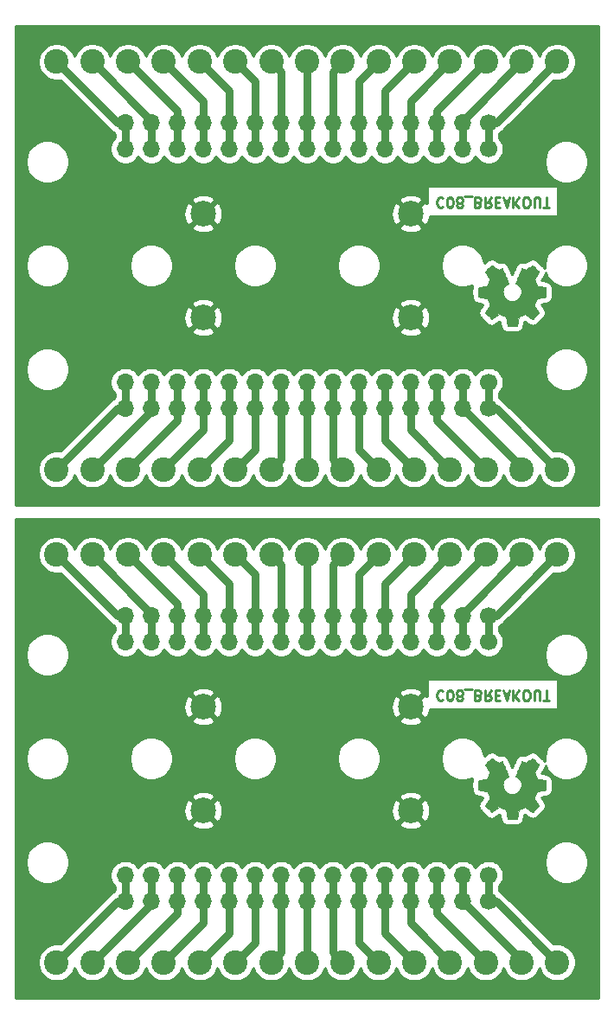
<source format=gbr>
G04 #@! TF.GenerationSoftware,KiCad,Pcbnew,5.1.5-52549c5~86~ubuntu18.04.1*
G04 #@! TF.CreationDate,2020-09-23T16:13:49-05:00*
G04 #@! TF.ProjectId,,58585858-5858-4585-9858-585858585858,rev?*
G04 #@! TF.SameCoordinates,Original*
G04 #@! TF.FileFunction,Copper,L2,Bot*
G04 #@! TF.FilePolarity,Positive*
%FSLAX46Y46*%
G04 Gerber Fmt 4.6, Leading zero omitted, Abs format (unit mm)*
G04 Created by KiCad (PCBNEW 5.1.5-52549c5~86~ubuntu18.04.1) date 2020-09-23 16:13:49*
%MOMM*%
%LPD*%
G04 APERTURE LIST*
%ADD10C,0.250000*%
%ADD11C,0.010000*%
%ADD12C,1.700000*%
%ADD13O,1.700000X1.700000*%
%ADD14C,2.400000*%
%ADD15C,2.499360*%
%ADD16C,0.750000*%
%ADD17C,0.254000*%
G04 APERTURE END LIST*
D10*
X140480066Y-98169457D02*
X140432447Y-98121838D01*
X140289590Y-98074219D01*
X140194352Y-98074219D01*
X140051495Y-98121838D01*
X139956257Y-98217076D01*
X139908638Y-98312314D01*
X139861019Y-98502790D01*
X139861019Y-98645647D01*
X139908638Y-98836123D01*
X139956257Y-98931361D01*
X140051495Y-99026600D01*
X140194352Y-99074219D01*
X140289590Y-99074219D01*
X140432447Y-99026600D01*
X140480066Y-98978980D01*
X141099114Y-99074219D02*
X141194352Y-99074219D01*
X141289590Y-99026600D01*
X141337209Y-98978980D01*
X141384828Y-98883742D01*
X141432447Y-98693266D01*
X141432447Y-98455171D01*
X141384828Y-98264695D01*
X141337209Y-98169457D01*
X141289590Y-98121838D01*
X141194352Y-98074219D01*
X141099114Y-98074219D01*
X141003876Y-98121838D01*
X140956257Y-98169457D01*
X140908638Y-98264695D01*
X140861019Y-98455171D01*
X140861019Y-98693266D01*
X140908638Y-98883742D01*
X140956257Y-98978980D01*
X141003876Y-99026600D01*
X141099114Y-99074219D01*
X142003876Y-98645647D02*
X141908638Y-98693266D01*
X141861019Y-98740885D01*
X141813400Y-98836123D01*
X141813400Y-98883742D01*
X141861019Y-98978980D01*
X141908638Y-99026600D01*
X142003876Y-99074219D01*
X142194352Y-99074219D01*
X142289590Y-99026600D01*
X142337209Y-98978980D01*
X142384828Y-98883742D01*
X142384828Y-98836123D01*
X142337209Y-98740885D01*
X142289590Y-98693266D01*
X142194352Y-98645647D01*
X142003876Y-98645647D01*
X141908638Y-98598028D01*
X141861019Y-98550409D01*
X141813400Y-98455171D01*
X141813400Y-98264695D01*
X141861019Y-98169457D01*
X141908638Y-98121838D01*
X142003876Y-98074219D01*
X142194352Y-98074219D01*
X142289590Y-98121838D01*
X142337209Y-98169457D01*
X142384828Y-98264695D01*
X142384828Y-98455171D01*
X142337209Y-98550409D01*
X142289590Y-98598028D01*
X142194352Y-98645647D01*
X142575304Y-97978980D02*
X143337209Y-97978980D01*
X143908638Y-98598028D02*
X144051495Y-98550409D01*
X144099114Y-98502790D01*
X144146733Y-98407552D01*
X144146733Y-98264695D01*
X144099114Y-98169457D01*
X144051495Y-98121838D01*
X143956257Y-98074219D01*
X143575304Y-98074219D01*
X143575304Y-99074219D01*
X143908638Y-99074219D01*
X144003876Y-99026600D01*
X144051495Y-98978980D01*
X144099114Y-98883742D01*
X144099114Y-98788504D01*
X144051495Y-98693266D01*
X144003876Y-98645647D01*
X143908638Y-98598028D01*
X143575304Y-98598028D01*
X145146733Y-98074219D02*
X144813400Y-98550409D01*
X144575304Y-98074219D02*
X144575304Y-99074219D01*
X144956257Y-99074219D01*
X145051495Y-99026600D01*
X145099114Y-98978980D01*
X145146733Y-98883742D01*
X145146733Y-98740885D01*
X145099114Y-98645647D01*
X145051495Y-98598028D01*
X144956257Y-98550409D01*
X144575304Y-98550409D01*
X145575304Y-98598028D02*
X145908638Y-98598028D01*
X146051495Y-98074219D02*
X145575304Y-98074219D01*
X145575304Y-99074219D01*
X146051495Y-99074219D01*
X146432447Y-98359933D02*
X146908638Y-98359933D01*
X146337209Y-98074219D02*
X146670542Y-99074219D01*
X147003876Y-98074219D01*
X147337209Y-98074219D02*
X147337209Y-99074219D01*
X147908638Y-98074219D02*
X147480066Y-98645647D01*
X147908638Y-99074219D02*
X147337209Y-98502790D01*
X148527685Y-99074219D02*
X148718161Y-99074219D01*
X148813400Y-99026600D01*
X148908638Y-98931361D01*
X148956257Y-98740885D01*
X148956257Y-98407552D01*
X148908638Y-98217076D01*
X148813400Y-98121838D01*
X148718161Y-98074219D01*
X148527685Y-98074219D01*
X148432447Y-98121838D01*
X148337209Y-98217076D01*
X148289590Y-98407552D01*
X148289590Y-98740885D01*
X148337209Y-98931361D01*
X148432447Y-99026600D01*
X148527685Y-99074219D01*
X149384828Y-99074219D02*
X149384828Y-98264695D01*
X149432447Y-98169457D01*
X149480066Y-98121838D01*
X149575304Y-98074219D01*
X149765780Y-98074219D01*
X149861019Y-98121838D01*
X149908638Y-98169457D01*
X149956257Y-98264695D01*
X149956257Y-99074219D01*
X150289590Y-99074219D02*
X150861019Y-99074219D01*
X150575304Y-98074219D02*
X150575304Y-99074219D01*
X140480066Y-49909457D02*
X140432447Y-49861838D01*
X140289590Y-49814219D01*
X140194352Y-49814219D01*
X140051495Y-49861838D01*
X139956257Y-49957076D01*
X139908638Y-50052314D01*
X139861019Y-50242790D01*
X139861019Y-50385647D01*
X139908638Y-50576123D01*
X139956257Y-50671361D01*
X140051495Y-50766600D01*
X140194352Y-50814219D01*
X140289590Y-50814219D01*
X140432447Y-50766600D01*
X140480066Y-50718980D01*
X141099114Y-50814219D02*
X141194352Y-50814219D01*
X141289590Y-50766600D01*
X141337209Y-50718980D01*
X141384828Y-50623742D01*
X141432447Y-50433266D01*
X141432447Y-50195171D01*
X141384828Y-50004695D01*
X141337209Y-49909457D01*
X141289590Y-49861838D01*
X141194352Y-49814219D01*
X141099114Y-49814219D01*
X141003876Y-49861838D01*
X140956257Y-49909457D01*
X140908638Y-50004695D01*
X140861019Y-50195171D01*
X140861019Y-50433266D01*
X140908638Y-50623742D01*
X140956257Y-50718980D01*
X141003876Y-50766600D01*
X141099114Y-50814219D01*
X142003876Y-50385647D02*
X141908638Y-50433266D01*
X141861019Y-50480885D01*
X141813400Y-50576123D01*
X141813400Y-50623742D01*
X141861019Y-50718980D01*
X141908638Y-50766600D01*
X142003876Y-50814219D01*
X142194352Y-50814219D01*
X142289590Y-50766600D01*
X142337209Y-50718980D01*
X142384828Y-50623742D01*
X142384828Y-50576123D01*
X142337209Y-50480885D01*
X142289590Y-50433266D01*
X142194352Y-50385647D01*
X142003876Y-50385647D01*
X141908638Y-50338028D01*
X141861019Y-50290409D01*
X141813400Y-50195171D01*
X141813400Y-50004695D01*
X141861019Y-49909457D01*
X141908638Y-49861838D01*
X142003876Y-49814219D01*
X142194352Y-49814219D01*
X142289590Y-49861838D01*
X142337209Y-49909457D01*
X142384828Y-50004695D01*
X142384828Y-50195171D01*
X142337209Y-50290409D01*
X142289590Y-50338028D01*
X142194352Y-50385647D01*
X142575304Y-49718980D02*
X143337209Y-49718980D01*
X143908638Y-50338028D02*
X144051495Y-50290409D01*
X144099114Y-50242790D01*
X144146733Y-50147552D01*
X144146733Y-50004695D01*
X144099114Y-49909457D01*
X144051495Y-49861838D01*
X143956257Y-49814219D01*
X143575304Y-49814219D01*
X143575304Y-50814219D01*
X143908638Y-50814219D01*
X144003876Y-50766600D01*
X144051495Y-50718980D01*
X144099114Y-50623742D01*
X144099114Y-50528504D01*
X144051495Y-50433266D01*
X144003876Y-50385647D01*
X143908638Y-50338028D01*
X143575304Y-50338028D01*
X145146733Y-49814219D02*
X144813400Y-50290409D01*
X144575304Y-49814219D02*
X144575304Y-50814219D01*
X144956257Y-50814219D01*
X145051495Y-50766600D01*
X145099114Y-50718980D01*
X145146733Y-50623742D01*
X145146733Y-50480885D01*
X145099114Y-50385647D01*
X145051495Y-50338028D01*
X144956257Y-50290409D01*
X144575304Y-50290409D01*
X145575304Y-50338028D02*
X145908638Y-50338028D01*
X146051495Y-49814219D02*
X145575304Y-49814219D01*
X145575304Y-50814219D01*
X146051495Y-50814219D01*
X146432447Y-50099933D02*
X146908638Y-50099933D01*
X146337209Y-49814219D02*
X146670542Y-50814219D01*
X147003876Y-49814219D01*
X147337209Y-49814219D02*
X147337209Y-50814219D01*
X147908638Y-49814219D02*
X147480066Y-50385647D01*
X147908638Y-50814219D02*
X147337209Y-50242790D01*
X148527685Y-50814219D02*
X148718161Y-50814219D01*
X148813400Y-50766600D01*
X148908638Y-50671361D01*
X148956257Y-50480885D01*
X148956257Y-50147552D01*
X148908638Y-49957076D01*
X148813400Y-49861838D01*
X148718161Y-49814219D01*
X148527685Y-49814219D01*
X148432447Y-49861838D01*
X148337209Y-49957076D01*
X148289590Y-50147552D01*
X148289590Y-50480885D01*
X148337209Y-50671361D01*
X148432447Y-50766600D01*
X148527685Y-50814219D01*
X149384828Y-50814219D02*
X149384828Y-50004695D01*
X149432447Y-49909457D01*
X149480066Y-49861838D01*
X149575304Y-49814219D01*
X149765780Y-49814219D01*
X149861019Y-49861838D01*
X149908638Y-49909457D01*
X149956257Y-50004695D01*
X149956257Y-50814219D01*
X150289590Y-50814219D02*
X150861019Y-50814219D01*
X150575304Y-49814219D02*
X150575304Y-50814219D01*
D11*
G36*
X147774214Y-110201669D02*
G01*
X147858035Y-109757045D01*
X148167320Y-109629547D01*
X148476606Y-109502049D01*
X148847646Y-109754354D01*
X148951557Y-109824604D01*
X149045487Y-109887328D01*
X149125052Y-109939662D01*
X149185870Y-109978743D01*
X149223557Y-110001707D01*
X149233821Y-110006658D01*
X149252310Y-109993924D01*
X149291820Y-109958718D01*
X149347922Y-109905538D01*
X149416187Y-109838882D01*
X149492186Y-109763246D01*
X149571492Y-109683128D01*
X149649675Y-109603026D01*
X149722307Y-109527436D01*
X149784959Y-109460855D01*
X149833203Y-109407782D01*
X149862610Y-109372713D01*
X149869641Y-109360977D01*
X149859523Y-109339340D01*
X149831159Y-109291938D01*
X149787529Y-109223407D01*
X149731618Y-109138385D01*
X149666406Y-109041507D01*
X149628619Y-108986250D01*
X149559743Y-108885352D01*
X149498540Y-108794301D01*
X149447978Y-108717630D01*
X149411028Y-108659872D01*
X149390658Y-108625557D01*
X149387597Y-108618346D01*
X149394536Y-108597852D01*
X149413451Y-108550087D01*
X149441487Y-108481768D01*
X149475791Y-108399611D01*
X149513509Y-108310330D01*
X149551787Y-108220642D01*
X149587770Y-108137262D01*
X149618606Y-108066906D01*
X149641439Y-108016290D01*
X149653417Y-107992129D01*
X149654124Y-107991178D01*
X149672931Y-107986564D01*
X149723018Y-107976272D01*
X149799193Y-107961313D01*
X149896265Y-107942699D01*
X150009043Y-107921441D01*
X150074842Y-107909182D01*
X150195350Y-107886238D01*
X150304197Y-107864405D01*
X150395876Y-107844878D01*
X150464881Y-107828852D01*
X150505704Y-107817521D01*
X150513911Y-107813926D01*
X150521948Y-107789594D01*
X150528433Y-107734641D01*
X150533370Y-107655492D01*
X150536764Y-107558574D01*
X150538618Y-107450313D01*
X150538938Y-107337135D01*
X150537727Y-107225465D01*
X150534990Y-107121732D01*
X150530731Y-107032359D01*
X150524955Y-106963774D01*
X150517667Y-106922403D01*
X150513295Y-106913790D01*
X150487164Y-106903467D01*
X150431793Y-106888708D01*
X150354507Y-106871248D01*
X150262630Y-106852820D01*
X150230558Y-106846859D01*
X150075924Y-106818534D01*
X149953775Y-106795724D01*
X149860073Y-106777520D01*
X149790784Y-106763017D01*
X149741871Y-106751308D01*
X149709297Y-106741485D01*
X149689028Y-106732644D01*
X149677026Y-106723876D01*
X149675347Y-106722143D01*
X149658584Y-106694229D01*
X149633014Y-106639905D01*
X149601188Y-106565823D01*
X149565660Y-106478635D01*
X149528983Y-106384992D01*
X149493711Y-106291548D01*
X149462396Y-106204953D01*
X149437593Y-106131860D01*
X149421854Y-106078922D01*
X149417732Y-106052789D01*
X149418076Y-106051874D01*
X149432041Y-106030514D01*
X149463722Y-105983516D01*
X149509791Y-105915773D01*
X149566918Y-105832177D01*
X149631773Y-105737618D01*
X149650243Y-105710746D01*
X149716099Y-105613325D01*
X149774050Y-105524437D01*
X149820938Y-105449188D01*
X149853607Y-105392680D01*
X149868900Y-105360019D01*
X149869641Y-105356007D01*
X149856792Y-105334916D01*
X149821288Y-105293136D01*
X149767693Y-105235155D01*
X149700571Y-105165465D01*
X149624487Y-105088555D01*
X149544004Y-105008917D01*
X149463687Y-104931039D01*
X149388099Y-104859414D01*
X149321805Y-104798530D01*
X149269369Y-104752879D01*
X149235355Y-104726950D01*
X149225945Y-104722717D01*
X149204043Y-104732688D01*
X149159200Y-104759580D01*
X149098721Y-104798864D01*
X149052189Y-104830483D01*
X148967875Y-104888502D01*
X148868026Y-104956816D01*
X148767873Y-105025021D01*
X148714027Y-105061525D01*
X148531771Y-105184800D01*
X148378781Y-105102080D01*
X148309082Y-105065841D01*
X148249814Y-105037674D01*
X148209711Y-105021609D01*
X148199503Y-105019374D01*
X148187229Y-105035878D01*
X148163013Y-105082518D01*
X148128663Y-105154991D01*
X148085988Y-105248994D01*
X148036794Y-105360226D01*
X147982890Y-105484385D01*
X147926084Y-105617168D01*
X147868182Y-105754273D01*
X147810993Y-105891398D01*
X147756324Y-106024242D01*
X147705984Y-106148502D01*
X147661780Y-106259875D01*
X147625519Y-106354061D01*
X147599009Y-106426756D01*
X147584058Y-106473659D01*
X147581654Y-106489767D01*
X147600711Y-106510314D01*
X147642436Y-106543667D01*
X147698106Y-106582898D01*
X147702778Y-106586001D01*
X147846664Y-106701177D01*
X147962683Y-106835547D01*
X148049830Y-106984816D01*
X148107099Y-107144687D01*
X148133486Y-107310863D01*
X148127985Y-107479048D01*
X148089590Y-107644945D01*
X148017295Y-107804258D01*
X147996026Y-107839113D01*
X147885396Y-107979863D01*
X147754702Y-108092886D01*
X147608464Y-108177597D01*
X147451208Y-108233406D01*
X147287457Y-108259726D01*
X147121733Y-108255970D01*
X146958562Y-108221550D01*
X146802465Y-108155877D01*
X146657967Y-108058365D01*
X146613269Y-108018787D01*
X146499512Y-107894897D01*
X146416618Y-107764476D01*
X146359756Y-107618285D01*
X146328087Y-107473512D01*
X146320269Y-107310740D01*
X146346338Y-107147160D01*
X146403645Y-106988302D01*
X146489544Y-106839694D01*
X146601386Y-106706865D01*
X146736523Y-106595344D01*
X146754283Y-106583589D01*
X146810550Y-106545092D01*
X146853323Y-106511737D01*
X146873772Y-106490440D01*
X146874069Y-106489767D01*
X146869679Y-106466729D01*
X146852276Y-106414443D01*
X146823668Y-106337210D01*
X146785665Y-106239332D01*
X146740074Y-106125109D01*
X146688703Y-105998842D01*
X146633362Y-105864833D01*
X146575858Y-105727382D01*
X146518001Y-105590792D01*
X146461598Y-105459363D01*
X146408458Y-105337395D01*
X146360390Y-105229191D01*
X146319201Y-105139051D01*
X146286701Y-105071277D01*
X146264697Y-105030170D01*
X146255836Y-105019374D01*
X146228760Y-105027781D01*
X146178097Y-105050328D01*
X146112583Y-105082987D01*
X146076559Y-105102080D01*
X145923568Y-105184800D01*
X145741312Y-105061525D01*
X145648275Y-104998372D01*
X145546415Y-104928873D01*
X145450962Y-104863435D01*
X145403150Y-104830483D01*
X145335905Y-104785327D01*
X145278964Y-104749543D01*
X145239754Y-104727662D01*
X145227019Y-104723037D01*
X145208483Y-104735515D01*
X145167459Y-104770348D01*
X145107925Y-104823922D01*
X145033858Y-104892617D01*
X144949235Y-104972819D01*
X144895715Y-105024314D01*
X144802081Y-105116314D01*
X144721159Y-105198601D01*
X144656223Y-105267655D01*
X144610542Y-105319956D01*
X144587389Y-105351984D01*
X144585168Y-105358484D01*
X144595476Y-105383206D01*
X144623961Y-105433195D01*
X144667463Y-105503388D01*
X144722823Y-105588725D01*
X144786880Y-105684144D01*
X144805097Y-105710746D01*
X144871473Y-105807433D01*
X144931022Y-105894483D01*
X144980416Y-105967005D01*
X145016325Y-106020107D01*
X145035419Y-106048897D01*
X145037264Y-106051874D01*
X145034505Y-106074818D01*
X145019862Y-106125264D01*
X144995887Y-106196559D01*
X144965134Y-106282053D01*
X144930156Y-106375093D01*
X144893507Y-106469026D01*
X144857739Y-106557201D01*
X144825406Y-106632966D01*
X144799062Y-106689669D01*
X144781258Y-106720657D01*
X144779993Y-106722143D01*
X144769106Y-106730999D01*
X144750718Y-106739757D01*
X144720794Y-106749323D01*
X144675297Y-106760604D01*
X144610191Y-106774507D01*
X144521439Y-106791937D01*
X144405007Y-106813802D01*
X144256858Y-106841009D01*
X144224782Y-106846859D01*
X144129714Y-106865226D01*
X144046835Y-106883195D01*
X143983470Y-106899031D01*
X143946942Y-106911000D01*
X143942044Y-106913790D01*
X143933973Y-106938528D01*
X143927413Y-106993810D01*
X143922367Y-107073211D01*
X143918841Y-107170304D01*
X143916839Y-107278662D01*
X143916364Y-107391860D01*
X143917423Y-107503472D01*
X143920018Y-107607071D01*
X143924154Y-107696232D01*
X143929837Y-107764528D01*
X143937069Y-107805534D01*
X143941429Y-107813926D01*
X143965702Y-107822392D01*
X144020974Y-107836165D01*
X144101738Y-107854050D01*
X144202488Y-107874852D01*
X144317717Y-107897377D01*
X144380498Y-107909182D01*
X144499613Y-107931449D01*
X144605835Y-107951621D01*
X144693973Y-107968685D01*
X144758834Y-107981631D01*
X144795226Y-107989445D01*
X144801216Y-107991178D01*
X144811339Y-108010710D01*
X144832738Y-108057757D01*
X144862561Y-108125597D01*
X144897955Y-108207509D01*
X144936068Y-108296772D01*
X144974047Y-108386665D01*
X145009040Y-108470465D01*
X145038194Y-108541453D01*
X145058657Y-108592906D01*
X145067577Y-108618103D01*
X145067743Y-108619204D01*
X145057631Y-108639081D01*
X145029283Y-108684823D01*
X144985677Y-108751883D01*
X144929794Y-108835716D01*
X144864613Y-108931774D01*
X144826721Y-108986950D01*
X144757675Y-109088119D01*
X144696350Y-109179970D01*
X144645737Y-109257856D01*
X144608829Y-109317131D01*
X144588618Y-109353149D01*
X144585699Y-109361223D01*
X144598247Y-109380016D01*
X144632937Y-109420143D01*
X144685337Y-109477107D01*
X144751016Y-109546415D01*
X144825544Y-109623569D01*
X144904487Y-109704075D01*
X144983417Y-109783437D01*
X145057900Y-109857160D01*
X145123506Y-109920748D01*
X145175804Y-109969706D01*
X145210361Y-109999539D01*
X145221922Y-110006658D01*
X145240746Y-109996647D01*
X145285769Y-109968522D01*
X145352613Y-109925146D01*
X145436901Y-109869382D01*
X145534256Y-109804094D01*
X145607693Y-109754354D01*
X145978733Y-109502049D01*
X146597305Y-109757045D01*
X146681125Y-110201669D01*
X146764946Y-110646293D01*
X147690394Y-110646293D01*
X147774214Y-110201669D01*
G37*
X147774214Y-110201669D02*
X147858035Y-109757045D01*
X148167320Y-109629547D01*
X148476606Y-109502049D01*
X148847646Y-109754354D01*
X148951557Y-109824604D01*
X149045487Y-109887328D01*
X149125052Y-109939662D01*
X149185870Y-109978743D01*
X149223557Y-110001707D01*
X149233821Y-110006658D01*
X149252310Y-109993924D01*
X149291820Y-109958718D01*
X149347922Y-109905538D01*
X149416187Y-109838882D01*
X149492186Y-109763246D01*
X149571492Y-109683128D01*
X149649675Y-109603026D01*
X149722307Y-109527436D01*
X149784959Y-109460855D01*
X149833203Y-109407782D01*
X149862610Y-109372713D01*
X149869641Y-109360977D01*
X149859523Y-109339340D01*
X149831159Y-109291938D01*
X149787529Y-109223407D01*
X149731618Y-109138385D01*
X149666406Y-109041507D01*
X149628619Y-108986250D01*
X149559743Y-108885352D01*
X149498540Y-108794301D01*
X149447978Y-108717630D01*
X149411028Y-108659872D01*
X149390658Y-108625557D01*
X149387597Y-108618346D01*
X149394536Y-108597852D01*
X149413451Y-108550087D01*
X149441487Y-108481768D01*
X149475791Y-108399611D01*
X149513509Y-108310330D01*
X149551787Y-108220642D01*
X149587770Y-108137262D01*
X149618606Y-108066906D01*
X149641439Y-108016290D01*
X149653417Y-107992129D01*
X149654124Y-107991178D01*
X149672931Y-107986564D01*
X149723018Y-107976272D01*
X149799193Y-107961313D01*
X149896265Y-107942699D01*
X150009043Y-107921441D01*
X150074842Y-107909182D01*
X150195350Y-107886238D01*
X150304197Y-107864405D01*
X150395876Y-107844878D01*
X150464881Y-107828852D01*
X150505704Y-107817521D01*
X150513911Y-107813926D01*
X150521948Y-107789594D01*
X150528433Y-107734641D01*
X150533370Y-107655492D01*
X150536764Y-107558574D01*
X150538618Y-107450313D01*
X150538938Y-107337135D01*
X150537727Y-107225465D01*
X150534990Y-107121732D01*
X150530731Y-107032359D01*
X150524955Y-106963774D01*
X150517667Y-106922403D01*
X150513295Y-106913790D01*
X150487164Y-106903467D01*
X150431793Y-106888708D01*
X150354507Y-106871248D01*
X150262630Y-106852820D01*
X150230558Y-106846859D01*
X150075924Y-106818534D01*
X149953775Y-106795724D01*
X149860073Y-106777520D01*
X149790784Y-106763017D01*
X149741871Y-106751308D01*
X149709297Y-106741485D01*
X149689028Y-106732644D01*
X149677026Y-106723876D01*
X149675347Y-106722143D01*
X149658584Y-106694229D01*
X149633014Y-106639905D01*
X149601188Y-106565823D01*
X149565660Y-106478635D01*
X149528983Y-106384992D01*
X149493711Y-106291548D01*
X149462396Y-106204953D01*
X149437593Y-106131860D01*
X149421854Y-106078922D01*
X149417732Y-106052789D01*
X149418076Y-106051874D01*
X149432041Y-106030514D01*
X149463722Y-105983516D01*
X149509791Y-105915773D01*
X149566918Y-105832177D01*
X149631773Y-105737618D01*
X149650243Y-105710746D01*
X149716099Y-105613325D01*
X149774050Y-105524437D01*
X149820938Y-105449188D01*
X149853607Y-105392680D01*
X149868900Y-105360019D01*
X149869641Y-105356007D01*
X149856792Y-105334916D01*
X149821288Y-105293136D01*
X149767693Y-105235155D01*
X149700571Y-105165465D01*
X149624487Y-105088555D01*
X149544004Y-105008917D01*
X149463687Y-104931039D01*
X149388099Y-104859414D01*
X149321805Y-104798530D01*
X149269369Y-104752879D01*
X149235355Y-104726950D01*
X149225945Y-104722717D01*
X149204043Y-104732688D01*
X149159200Y-104759580D01*
X149098721Y-104798864D01*
X149052189Y-104830483D01*
X148967875Y-104888502D01*
X148868026Y-104956816D01*
X148767873Y-105025021D01*
X148714027Y-105061525D01*
X148531771Y-105184800D01*
X148378781Y-105102080D01*
X148309082Y-105065841D01*
X148249814Y-105037674D01*
X148209711Y-105021609D01*
X148199503Y-105019374D01*
X148187229Y-105035878D01*
X148163013Y-105082518D01*
X148128663Y-105154991D01*
X148085988Y-105248994D01*
X148036794Y-105360226D01*
X147982890Y-105484385D01*
X147926084Y-105617168D01*
X147868182Y-105754273D01*
X147810993Y-105891398D01*
X147756324Y-106024242D01*
X147705984Y-106148502D01*
X147661780Y-106259875D01*
X147625519Y-106354061D01*
X147599009Y-106426756D01*
X147584058Y-106473659D01*
X147581654Y-106489767D01*
X147600711Y-106510314D01*
X147642436Y-106543667D01*
X147698106Y-106582898D01*
X147702778Y-106586001D01*
X147846664Y-106701177D01*
X147962683Y-106835547D01*
X148049830Y-106984816D01*
X148107099Y-107144687D01*
X148133486Y-107310863D01*
X148127985Y-107479048D01*
X148089590Y-107644945D01*
X148017295Y-107804258D01*
X147996026Y-107839113D01*
X147885396Y-107979863D01*
X147754702Y-108092886D01*
X147608464Y-108177597D01*
X147451208Y-108233406D01*
X147287457Y-108259726D01*
X147121733Y-108255970D01*
X146958562Y-108221550D01*
X146802465Y-108155877D01*
X146657967Y-108058365D01*
X146613269Y-108018787D01*
X146499512Y-107894897D01*
X146416618Y-107764476D01*
X146359756Y-107618285D01*
X146328087Y-107473512D01*
X146320269Y-107310740D01*
X146346338Y-107147160D01*
X146403645Y-106988302D01*
X146489544Y-106839694D01*
X146601386Y-106706865D01*
X146736523Y-106595344D01*
X146754283Y-106583589D01*
X146810550Y-106545092D01*
X146853323Y-106511737D01*
X146873772Y-106490440D01*
X146874069Y-106489767D01*
X146869679Y-106466729D01*
X146852276Y-106414443D01*
X146823668Y-106337210D01*
X146785665Y-106239332D01*
X146740074Y-106125109D01*
X146688703Y-105998842D01*
X146633362Y-105864833D01*
X146575858Y-105727382D01*
X146518001Y-105590792D01*
X146461598Y-105459363D01*
X146408458Y-105337395D01*
X146360390Y-105229191D01*
X146319201Y-105139051D01*
X146286701Y-105071277D01*
X146264697Y-105030170D01*
X146255836Y-105019374D01*
X146228760Y-105027781D01*
X146178097Y-105050328D01*
X146112583Y-105082987D01*
X146076559Y-105102080D01*
X145923568Y-105184800D01*
X145741312Y-105061525D01*
X145648275Y-104998372D01*
X145546415Y-104928873D01*
X145450962Y-104863435D01*
X145403150Y-104830483D01*
X145335905Y-104785327D01*
X145278964Y-104749543D01*
X145239754Y-104727662D01*
X145227019Y-104723037D01*
X145208483Y-104735515D01*
X145167459Y-104770348D01*
X145107925Y-104823922D01*
X145033858Y-104892617D01*
X144949235Y-104972819D01*
X144895715Y-105024314D01*
X144802081Y-105116314D01*
X144721159Y-105198601D01*
X144656223Y-105267655D01*
X144610542Y-105319956D01*
X144587389Y-105351984D01*
X144585168Y-105358484D01*
X144595476Y-105383206D01*
X144623961Y-105433195D01*
X144667463Y-105503388D01*
X144722823Y-105588725D01*
X144786880Y-105684144D01*
X144805097Y-105710746D01*
X144871473Y-105807433D01*
X144931022Y-105894483D01*
X144980416Y-105967005D01*
X145016325Y-106020107D01*
X145035419Y-106048897D01*
X145037264Y-106051874D01*
X145034505Y-106074818D01*
X145019862Y-106125264D01*
X144995887Y-106196559D01*
X144965134Y-106282053D01*
X144930156Y-106375093D01*
X144893507Y-106469026D01*
X144857739Y-106557201D01*
X144825406Y-106632966D01*
X144799062Y-106689669D01*
X144781258Y-106720657D01*
X144779993Y-106722143D01*
X144769106Y-106730999D01*
X144750718Y-106739757D01*
X144720794Y-106749323D01*
X144675297Y-106760604D01*
X144610191Y-106774507D01*
X144521439Y-106791937D01*
X144405007Y-106813802D01*
X144256858Y-106841009D01*
X144224782Y-106846859D01*
X144129714Y-106865226D01*
X144046835Y-106883195D01*
X143983470Y-106899031D01*
X143946942Y-106911000D01*
X143942044Y-106913790D01*
X143933973Y-106938528D01*
X143927413Y-106993810D01*
X143922367Y-107073211D01*
X143918841Y-107170304D01*
X143916839Y-107278662D01*
X143916364Y-107391860D01*
X143917423Y-107503472D01*
X143920018Y-107607071D01*
X143924154Y-107696232D01*
X143929837Y-107764528D01*
X143937069Y-107805534D01*
X143941429Y-107813926D01*
X143965702Y-107822392D01*
X144020974Y-107836165D01*
X144101738Y-107854050D01*
X144202488Y-107874852D01*
X144317717Y-107897377D01*
X144380498Y-107909182D01*
X144499613Y-107931449D01*
X144605835Y-107951621D01*
X144693973Y-107968685D01*
X144758834Y-107981631D01*
X144795226Y-107989445D01*
X144801216Y-107991178D01*
X144811339Y-108010710D01*
X144832738Y-108057757D01*
X144862561Y-108125597D01*
X144897955Y-108207509D01*
X144936068Y-108296772D01*
X144974047Y-108386665D01*
X145009040Y-108470465D01*
X145038194Y-108541453D01*
X145058657Y-108592906D01*
X145067577Y-108618103D01*
X145067743Y-108619204D01*
X145057631Y-108639081D01*
X145029283Y-108684823D01*
X144985677Y-108751883D01*
X144929794Y-108835716D01*
X144864613Y-108931774D01*
X144826721Y-108986950D01*
X144757675Y-109088119D01*
X144696350Y-109179970D01*
X144645737Y-109257856D01*
X144608829Y-109317131D01*
X144588618Y-109353149D01*
X144585699Y-109361223D01*
X144598247Y-109380016D01*
X144632937Y-109420143D01*
X144685337Y-109477107D01*
X144751016Y-109546415D01*
X144825544Y-109623569D01*
X144904487Y-109704075D01*
X144983417Y-109783437D01*
X145057900Y-109857160D01*
X145123506Y-109920748D01*
X145175804Y-109969706D01*
X145210361Y-109999539D01*
X145221922Y-110006658D01*
X145240746Y-109996647D01*
X145285769Y-109968522D01*
X145352613Y-109925146D01*
X145436901Y-109869382D01*
X145534256Y-109804094D01*
X145607693Y-109754354D01*
X145978733Y-109502049D01*
X146597305Y-109757045D01*
X146681125Y-110201669D01*
X146764946Y-110646293D01*
X147690394Y-110646293D01*
X147774214Y-110201669D01*
G36*
X147774214Y-61941669D02*
G01*
X147858035Y-61497045D01*
X148167320Y-61369547D01*
X148476606Y-61242049D01*
X148847646Y-61494354D01*
X148951557Y-61564604D01*
X149045487Y-61627328D01*
X149125052Y-61679662D01*
X149185870Y-61718743D01*
X149223557Y-61741707D01*
X149233821Y-61746658D01*
X149252310Y-61733924D01*
X149291820Y-61698718D01*
X149347922Y-61645538D01*
X149416187Y-61578882D01*
X149492186Y-61503246D01*
X149571492Y-61423128D01*
X149649675Y-61343026D01*
X149722307Y-61267436D01*
X149784959Y-61200855D01*
X149833203Y-61147782D01*
X149862610Y-61112713D01*
X149869641Y-61100977D01*
X149859523Y-61079340D01*
X149831159Y-61031938D01*
X149787529Y-60963407D01*
X149731618Y-60878385D01*
X149666406Y-60781507D01*
X149628619Y-60726250D01*
X149559743Y-60625352D01*
X149498540Y-60534301D01*
X149447978Y-60457630D01*
X149411028Y-60399872D01*
X149390658Y-60365557D01*
X149387597Y-60358346D01*
X149394536Y-60337852D01*
X149413451Y-60290087D01*
X149441487Y-60221768D01*
X149475791Y-60139611D01*
X149513509Y-60050330D01*
X149551787Y-59960642D01*
X149587770Y-59877262D01*
X149618606Y-59806906D01*
X149641439Y-59756290D01*
X149653417Y-59732129D01*
X149654124Y-59731178D01*
X149672931Y-59726564D01*
X149723018Y-59716272D01*
X149799193Y-59701313D01*
X149896265Y-59682699D01*
X150009043Y-59661441D01*
X150074842Y-59649182D01*
X150195350Y-59626238D01*
X150304197Y-59604405D01*
X150395876Y-59584878D01*
X150464881Y-59568852D01*
X150505704Y-59557521D01*
X150513911Y-59553926D01*
X150521948Y-59529594D01*
X150528433Y-59474641D01*
X150533370Y-59395492D01*
X150536764Y-59298574D01*
X150538618Y-59190313D01*
X150538938Y-59077135D01*
X150537727Y-58965465D01*
X150534990Y-58861732D01*
X150530731Y-58772359D01*
X150524955Y-58703774D01*
X150517667Y-58662403D01*
X150513295Y-58653790D01*
X150487164Y-58643467D01*
X150431793Y-58628708D01*
X150354507Y-58611248D01*
X150262630Y-58592820D01*
X150230558Y-58586859D01*
X150075924Y-58558534D01*
X149953775Y-58535724D01*
X149860073Y-58517520D01*
X149790784Y-58503017D01*
X149741871Y-58491308D01*
X149709297Y-58481485D01*
X149689028Y-58472644D01*
X149677026Y-58463876D01*
X149675347Y-58462143D01*
X149658584Y-58434229D01*
X149633014Y-58379905D01*
X149601188Y-58305823D01*
X149565660Y-58218635D01*
X149528983Y-58124992D01*
X149493711Y-58031548D01*
X149462396Y-57944953D01*
X149437593Y-57871860D01*
X149421854Y-57818922D01*
X149417732Y-57792789D01*
X149418076Y-57791874D01*
X149432041Y-57770514D01*
X149463722Y-57723516D01*
X149509791Y-57655773D01*
X149566918Y-57572177D01*
X149631773Y-57477618D01*
X149650243Y-57450746D01*
X149716099Y-57353325D01*
X149774050Y-57264437D01*
X149820938Y-57189188D01*
X149853607Y-57132680D01*
X149868900Y-57100019D01*
X149869641Y-57096007D01*
X149856792Y-57074916D01*
X149821288Y-57033136D01*
X149767693Y-56975155D01*
X149700571Y-56905465D01*
X149624487Y-56828555D01*
X149544004Y-56748917D01*
X149463687Y-56671039D01*
X149388099Y-56599414D01*
X149321805Y-56538530D01*
X149269369Y-56492879D01*
X149235355Y-56466950D01*
X149225945Y-56462717D01*
X149204043Y-56472688D01*
X149159200Y-56499580D01*
X149098721Y-56538864D01*
X149052189Y-56570483D01*
X148967875Y-56628502D01*
X148868026Y-56696816D01*
X148767873Y-56765021D01*
X148714027Y-56801525D01*
X148531771Y-56924800D01*
X148378781Y-56842080D01*
X148309082Y-56805841D01*
X148249814Y-56777674D01*
X148209711Y-56761609D01*
X148199503Y-56759374D01*
X148187229Y-56775878D01*
X148163013Y-56822518D01*
X148128663Y-56894991D01*
X148085988Y-56988994D01*
X148036794Y-57100226D01*
X147982890Y-57224385D01*
X147926084Y-57357168D01*
X147868182Y-57494273D01*
X147810993Y-57631398D01*
X147756324Y-57764242D01*
X147705984Y-57888502D01*
X147661780Y-57999875D01*
X147625519Y-58094061D01*
X147599009Y-58166756D01*
X147584058Y-58213659D01*
X147581654Y-58229767D01*
X147600711Y-58250314D01*
X147642436Y-58283667D01*
X147698106Y-58322898D01*
X147702778Y-58326001D01*
X147846664Y-58441177D01*
X147962683Y-58575547D01*
X148049830Y-58724816D01*
X148107099Y-58884687D01*
X148133486Y-59050863D01*
X148127985Y-59219048D01*
X148089590Y-59384945D01*
X148017295Y-59544258D01*
X147996026Y-59579113D01*
X147885396Y-59719863D01*
X147754702Y-59832886D01*
X147608464Y-59917597D01*
X147451208Y-59973406D01*
X147287457Y-59999726D01*
X147121733Y-59995970D01*
X146958562Y-59961550D01*
X146802465Y-59895877D01*
X146657967Y-59798365D01*
X146613269Y-59758787D01*
X146499512Y-59634897D01*
X146416618Y-59504476D01*
X146359756Y-59358285D01*
X146328087Y-59213512D01*
X146320269Y-59050740D01*
X146346338Y-58887160D01*
X146403645Y-58728302D01*
X146489544Y-58579694D01*
X146601386Y-58446865D01*
X146736523Y-58335344D01*
X146754283Y-58323589D01*
X146810550Y-58285092D01*
X146853323Y-58251737D01*
X146873772Y-58230440D01*
X146874069Y-58229767D01*
X146869679Y-58206729D01*
X146852276Y-58154443D01*
X146823668Y-58077210D01*
X146785665Y-57979332D01*
X146740074Y-57865109D01*
X146688703Y-57738842D01*
X146633362Y-57604833D01*
X146575858Y-57467382D01*
X146518001Y-57330792D01*
X146461598Y-57199363D01*
X146408458Y-57077395D01*
X146360390Y-56969191D01*
X146319201Y-56879051D01*
X146286701Y-56811277D01*
X146264697Y-56770170D01*
X146255836Y-56759374D01*
X146228760Y-56767781D01*
X146178097Y-56790328D01*
X146112583Y-56822987D01*
X146076559Y-56842080D01*
X145923568Y-56924800D01*
X145741312Y-56801525D01*
X145648275Y-56738372D01*
X145546415Y-56668873D01*
X145450962Y-56603435D01*
X145403150Y-56570483D01*
X145335905Y-56525327D01*
X145278964Y-56489543D01*
X145239754Y-56467662D01*
X145227019Y-56463037D01*
X145208483Y-56475515D01*
X145167459Y-56510348D01*
X145107925Y-56563922D01*
X145033858Y-56632617D01*
X144949235Y-56712819D01*
X144895715Y-56764314D01*
X144802081Y-56856314D01*
X144721159Y-56938601D01*
X144656223Y-57007655D01*
X144610542Y-57059956D01*
X144587389Y-57091984D01*
X144585168Y-57098484D01*
X144595476Y-57123206D01*
X144623961Y-57173195D01*
X144667463Y-57243388D01*
X144722823Y-57328725D01*
X144786880Y-57424144D01*
X144805097Y-57450746D01*
X144871473Y-57547433D01*
X144931022Y-57634483D01*
X144980416Y-57707005D01*
X145016325Y-57760107D01*
X145035419Y-57788897D01*
X145037264Y-57791874D01*
X145034505Y-57814818D01*
X145019862Y-57865264D01*
X144995887Y-57936559D01*
X144965134Y-58022053D01*
X144930156Y-58115093D01*
X144893507Y-58209026D01*
X144857739Y-58297201D01*
X144825406Y-58372966D01*
X144799062Y-58429669D01*
X144781258Y-58460657D01*
X144779993Y-58462143D01*
X144769106Y-58470999D01*
X144750718Y-58479757D01*
X144720794Y-58489323D01*
X144675297Y-58500604D01*
X144610191Y-58514507D01*
X144521439Y-58531937D01*
X144405007Y-58553802D01*
X144256858Y-58581009D01*
X144224782Y-58586859D01*
X144129714Y-58605226D01*
X144046835Y-58623195D01*
X143983470Y-58639031D01*
X143946942Y-58651000D01*
X143942044Y-58653790D01*
X143933973Y-58678528D01*
X143927413Y-58733810D01*
X143922367Y-58813211D01*
X143918841Y-58910304D01*
X143916839Y-59018662D01*
X143916364Y-59131860D01*
X143917423Y-59243472D01*
X143920018Y-59347071D01*
X143924154Y-59436232D01*
X143929837Y-59504528D01*
X143937069Y-59545534D01*
X143941429Y-59553926D01*
X143965702Y-59562392D01*
X144020974Y-59576165D01*
X144101738Y-59594050D01*
X144202488Y-59614852D01*
X144317717Y-59637377D01*
X144380498Y-59649182D01*
X144499613Y-59671449D01*
X144605835Y-59691621D01*
X144693973Y-59708685D01*
X144758834Y-59721631D01*
X144795226Y-59729445D01*
X144801216Y-59731178D01*
X144811339Y-59750710D01*
X144832738Y-59797757D01*
X144862561Y-59865597D01*
X144897955Y-59947509D01*
X144936068Y-60036772D01*
X144974047Y-60126665D01*
X145009040Y-60210465D01*
X145038194Y-60281453D01*
X145058657Y-60332906D01*
X145067577Y-60358103D01*
X145067743Y-60359204D01*
X145057631Y-60379081D01*
X145029283Y-60424823D01*
X144985677Y-60491883D01*
X144929794Y-60575716D01*
X144864613Y-60671774D01*
X144826721Y-60726950D01*
X144757675Y-60828119D01*
X144696350Y-60919970D01*
X144645737Y-60997856D01*
X144608829Y-61057131D01*
X144588618Y-61093149D01*
X144585699Y-61101223D01*
X144598247Y-61120016D01*
X144632937Y-61160143D01*
X144685337Y-61217107D01*
X144751016Y-61286415D01*
X144825544Y-61363569D01*
X144904487Y-61444075D01*
X144983417Y-61523437D01*
X145057900Y-61597160D01*
X145123506Y-61660748D01*
X145175804Y-61709706D01*
X145210361Y-61739539D01*
X145221922Y-61746658D01*
X145240746Y-61736647D01*
X145285769Y-61708522D01*
X145352613Y-61665146D01*
X145436901Y-61609382D01*
X145534256Y-61544094D01*
X145607693Y-61494354D01*
X145978733Y-61242049D01*
X146597305Y-61497045D01*
X146681125Y-61941669D01*
X146764946Y-62386293D01*
X147690394Y-62386293D01*
X147774214Y-61941669D01*
G37*
X147774214Y-61941669D02*
X147858035Y-61497045D01*
X148167320Y-61369547D01*
X148476606Y-61242049D01*
X148847646Y-61494354D01*
X148951557Y-61564604D01*
X149045487Y-61627328D01*
X149125052Y-61679662D01*
X149185870Y-61718743D01*
X149223557Y-61741707D01*
X149233821Y-61746658D01*
X149252310Y-61733924D01*
X149291820Y-61698718D01*
X149347922Y-61645538D01*
X149416187Y-61578882D01*
X149492186Y-61503246D01*
X149571492Y-61423128D01*
X149649675Y-61343026D01*
X149722307Y-61267436D01*
X149784959Y-61200855D01*
X149833203Y-61147782D01*
X149862610Y-61112713D01*
X149869641Y-61100977D01*
X149859523Y-61079340D01*
X149831159Y-61031938D01*
X149787529Y-60963407D01*
X149731618Y-60878385D01*
X149666406Y-60781507D01*
X149628619Y-60726250D01*
X149559743Y-60625352D01*
X149498540Y-60534301D01*
X149447978Y-60457630D01*
X149411028Y-60399872D01*
X149390658Y-60365557D01*
X149387597Y-60358346D01*
X149394536Y-60337852D01*
X149413451Y-60290087D01*
X149441487Y-60221768D01*
X149475791Y-60139611D01*
X149513509Y-60050330D01*
X149551787Y-59960642D01*
X149587770Y-59877262D01*
X149618606Y-59806906D01*
X149641439Y-59756290D01*
X149653417Y-59732129D01*
X149654124Y-59731178D01*
X149672931Y-59726564D01*
X149723018Y-59716272D01*
X149799193Y-59701313D01*
X149896265Y-59682699D01*
X150009043Y-59661441D01*
X150074842Y-59649182D01*
X150195350Y-59626238D01*
X150304197Y-59604405D01*
X150395876Y-59584878D01*
X150464881Y-59568852D01*
X150505704Y-59557521D01*
X150513911Y-59553926D01*
X150521948Y-59529594D01*
X150528433Y-59474641D01*
X150533370Y-59395492D01*
X150536764Y-59298574D01*
X150538618Y-59190313D01*
X150538938Y-59077135D01*
X150537727Y-58965465D01*
X150534990Y-58861732D01*
X150530731Y-58772359D01*
X150524955Y-58703774D01*
X150517667Y-58662403D01*
X150513295Y-58653790D01*
X150487164Y-58643467D01*
X150431793Y-58628708D01*
X150354507Y-58611248D01*
X150262630Y-58592820D01*
X150230558Y-58586859D01*
X150075924Y-58558534D01*
X149953775Y-58535724D01*
X149860073Y-58517520D01*
X149790784Y-58503017D01*
X149741871Y-58491308D01*
X149709297Y-58481485D01*
X149689028Y-58472644D01*
X149677026Y-58463876D01*
X149675347Y-58462143D01*
X149658584Y-58434229D01*
X149633014Y-58379905D01*
X149601188Y-58305823D01*
X149565660Y-58218635D01*
X149528983Y-58124992D01*
X149493711Y-58031548D01*
X149462396Y-57944953D01*
X149437593Y-57871860D01*
X149421854Y-57818922D01*
X149417732Y-57792789D01*
X149418076Y-57791874D01*
X149432041Y-57770514D01*
X149463722Y-57723516D01*
X149509791Y-57655773D01*
X149566918Y-57572177D01*
X149631773Y-57477618D01*
X149650243Y-57450746D01*
X149716099Y-57353325D01*
X149774050Y-57264437D01*
X149820938Y-57189188D01*
X149853607Y-57132680D01*
X149868900Y-57100019D01*
X149869641Y-57096007D01*
X149856792Y-57074916D01*
X149821288Y-57033136D01*
X149767693Y-56975155D01*
X149700571Y-56905465D01*
X149624487Y-56828555D01*
X149544004Y-56748917D01*
X149463687Y-56671039D01*
X149388099Y-56599414D01*
X149321805Y-56538530D01*
X149269369Y-56492879D01*
X149235355Y-56466950D01*
X149225945Y-56462717D01*
X149204043Y-56472688D01*
X149159200Y-56499580D01*
X149098721Y-56538864D01*
X149052189Y-56570483D01*
X148967875Y-56628502D01*
X148868026Y-56696816D01*
X148767873Y-56765021D01*
X148714027Y-56801525D01*
X148531771Y-56924800D01*
X148378781Y-56842080D01*
X148309082Y-56805841D01*
X148249814Y-56777674D01*
X148209711Y-56761609D01*
X148199503Y-56759374D01*
X148187229Y-56775878D01*
X148163013Y-56822518D01*
X148128663Y-56894991D01*
X148085988Y-56988994D01*
X148036794Y-57100226D01*
X147982890Y-57224385D01*
X147926084Y-57357168D01*
X147868182Y-57494273D01*
X147810993Y-57631398D01*
X147756324Y-57764242D01*
X147705984Y-57888502D01*
X147661780Y-57999875D01*
X147625519Y-58094061D01*
X147599009Y-58166756D01*
X147584058Y-58213659D01*
X147581654Y-58229767D01*
X147600711Y-58250314D01*
X147642436Y-58283667D01*
X147698106Y-58322898D01*
X147702778Y-58326001D01*
X147846664Y-58441177D01*
X147962683Y-58575547D01*
X148049830Y-58724816D01*
X148107099Y-58884687D01*
X148133486Y-59050863D01*
X148127985Y-59219048D01*
X148089590Y-59384945D01*
X148017295Y-59544258D01*
X147996026Y-59579113D01*
X147885396Y-59719863D01*
X147754702Y-59832886D01*
X147608464Y-59917597D01*
X147451208Y-59973406D01*
X147287457Y-59999726D01*
X147121733Y-59995970D01*
X146958562Y-59961550D01*
X146802465Y-59895877D01*
X146657967Y-59798365D01*
X146613269Y-59758787D01*
X146499512Y-59634897D01*
X146416618Y-59504476D01*
X146359756Y-59358285D01*
X146328087Y-59213512D01*
X146320269Y-59050740D01*
X146346338Y-58887160D01*
X146403645Y-58728302D01*
X146489544Y-58579694D01*
X146601386Y-58446865D01*
X146736523Y-58335344D01*
X146754283Y-58323589D01*
X146810550Y-58285092D01*
X146853323Y-58251737D01*
X146873772Y-58230440D01*
X146874069Y-58229767D01*
X146869679Y-58206729D01*
X146852276Y-58154443D01*
X146823668Y-58077210D01*
X146785665Y-57979332D01*
X146740074Y-57865109D01*
X146688703Y-57738842D01*
X146633362Y-57604833D01*
X146575858Y-57467382D01*
X146518001Y-57330792D01*
X146461598Y-57199363D01*
X146408458Y-57077395D01*
X146360390Y-56969191D01*
X146319201Y-56879051D01*
X146286701Y-56811277D01*
X146264697Y-56770170D01*
X146255836Y-56759374D01*
X146228760Y-56767781D01*
X146178097Y-56790328D01*
X146112583Y-56822987D01*
X146076559Y-56842080D01*
X145923568Y-56924800D01*
X145741312Y-56801525D01*
X145648275Y-56738372D01*
X145546415Y-56668873D01*
X145450962Y-56603435D01*
X145403150Y-56570483D01*
X145335905Y-56525327D01*
X145278964Y-56489543D01*
X145239754Y-56467662D01*
X145227019Y-56463037D01*
X145208483Y-56475515D01*
X145167459Y-56510348D01*
X145107925Y-56563922D01*
X145033858Y-56632617D01*
X144949235Y-56712819D01*
X144895715Y-56764314D01*
X144802081Y-56856314D01*
X144721159Y-56938601D01*
X144656223Y-57007655D01*
X144610542Y-57059956D01*
X144587389Y-57091984D01*
X144585168Y-57098484D01*
X144595476Y-57123206D01*
X144623961Y-57173195D01*
X144667463Y-57243388D01*
X144722823Y-57328725D01*
X144786880Y-57424144D01*
X144805097Y-57450746D01*
X144871473Y-57547433D01*
X144931022Y-57634483D01*
X144980416Y-57707005D01*
X145016325Y-57760107D01*
X145035419Y-57788897D01*
X145037264Y-57791874D01*
X145034505Y-57814818D01*
X145019862Y-57865264D01*
X144995887Y-57936559D01*
X144965134Y-58022053D01*
X144930156Y-58115093D01*
X144893507Y-58209026D01*
X144857739Y-58297201D01*
X144825406Y-58372966D01*
X144799062Y-58429669D01*
X144781258Y-58460657D01*
X144779993Y-58462143D01*
X144769106Y-58470999D01*
X144750718Y-58479757D01*
X144720794Y-58489323D01*
X144675297Y-58500604D01*
X144610191Y-58514507D01*
X144521439Y-58531937D01*
X144405007Y-58553802D01*
X144256858Y-58581009D01*
X144224782Y-58586859D01*
X144129714Y-58605226D01*
X144046835Y-58623195D01*
X143983470Y-58639031D01*
X143946942Y-58651000D01*
X143942044Y-58653790D01*
X143933973Y-58678528D01*
X143927413Y-58733810D01*
X143922367Y-58813211D01*
X143918841Y-58910304D01*
X143916839Y-59018662D01*
X143916364Y-59131860D01*
X143917423Y-59243472D01*
X143920018Y-59347071D01*
X143924154Y-59436232D01*
X143929837Y-59504528D01*
X143937069Y-59545534D01*
X143941429Y-59553926D01*
X143965702Y-59562392D01*
X144020974Y-59576165D01*
X144101738Y-59594050D01*
X144202488Y-59614852D01*
X144317717Y-59637377D01*
X144380498Y-59649182D01*
X144499613Y-59671449D01*
X144605835Y-59691621D01*
X144693973Y-59708685D01*
X144758834Y-59721631D01*
X144795226Y-59729445D01*
X144801216Y-59731178D01*
X144811339Y-59750710D01*
X144832738Y-59797757D01*
X144862561Y-59865597D01*
X144897955Y-59947509D01*
X144936068Y-60036772D01*
X144974047Y-60126665D01*
X145009040Y-60210465D01*
X145038194Y-60281453D01*
X145058657Y-60332906D01*
X145067577Y-60358103D01*
X145067743Y-60359204D01*
X145057631Y-60379081D01*
X145029283Y-60424823D01*
X144985677Y-60491883D01*
X144929794Y-60575716D01*
X144864613Y-60671774D01*
X144826721Y-60726950D01*
X144757675Y-60828119D01*
X144696350Y-60919970D01*
X144645737Y-60997856D01*
X144608829Y-61057131D01*
X144588618Y-61093149D01*
X144585699Y-61101223D01*
X144598247Y-61120016D01*
X144632937Y-61160143D01*
X144685337Y-61217107D01*
X144751016Y-61286415D01*
X144825544Y-61363569D01*
X144904487Y-61444075D01*
X144983417Y-61523437D01*
X145057900Y-61597160D01*
X145123506Y-61660748D01*
X145175804Y-61709706D01*
X145210361Y-61739539D01*
X145221922Y-61746658D01*
X145240746Y-61736647D01*
X145285769Y-61708522D01*
X145352613Y-61665146D01*
X145436901Y-61609382D01*
X145534256Y-61544094D01*
X145607693Y-61494354D01*
X145978733Y-61242049D01*
X146597305Y-61497045D01*
X146681125Y-61941669D01*
X146764946Y-62386293D01*
X147690394Y-62386293D01*
X147774214Y-61941669D01*
D12*
X144917200Y-116189800D03*
D13*
X142377200Y-116189800D03*
X139837200Y-116189800D03*
X137297200Y-116189800D03*
X134757200Y-116189800D03*
X132217200Y-116189800D03*
X129677200Y-116189800D03*
X127137200Y-116189800D03*
X124597200Y-116189800D03*
X122057200Y-116189800D03*
X119517200Y-116189800D03*
X116977200Y-116189800D03*
X114437200Y-116189800D03*
X111897200Y-116189800D03*
X109357200Y-116189800D03*
D14*
X102637200Y-124709000D03*
X106137200Y-124709000D03*
X109637200Y-124709000D03*
X113137200Y-124709000D03*
X116637200Y-124709000D03*
X120137200Y-124709000D03*
X123637200Y-124709000D03*
X127137200Y-124709000D03*
X130637200Y-124709000D03*
X134137200Y-124709000D03*
D15*
X116977200Y-99679800D03*
X116977200Y-109839800D03*
D12*
X144917200Y-118729800D03*
D13*
X142377200Y-118729800D03*
X139837200Y-118729800D03*
X137297200Y-118729800D03*
X134757200Y-118729800D03*
X132217200Y-118729800D03*
X129677200Y-118729800D03*
X127137200Y-118729800D03*
X124597200Y-118729800D03*
X122057200Y-118729800D03*
X119517200Y-118729800D03*
X116977200Y-118729800D03*
X114437200Y-118729800D03*
X111897200Y-118729800D03*
X109357200Y-118729800D03*
D14*
X137637200Y-124709000D03*
X141137200Y-124709000D03*
X144637200Y-124709000D03*
X148137200Y-124709000D03*
X151637200Y-124709000D03*
X151637200Y-84810600D03*
X148137200Y-84810600D03*
X144637200Y-84810600D03*
X141137200Y-84810600D03*
X137637200Y-84810600D03*
D12*
X144917200Y-90789800D03*
D13*
X142377200Y-90789800D03*
X139837200Y-90789800D03*
X137297200Y-90789800D03*
X134757200Y-90789800D03*
X132217200Y-90789800D03*
X129677200Y-90789800D03*
X127137200Y-90789800D03*
X124597200Y-90789800D03*
X122057200Y-90789800D03*
X119517200Y-90789800D03*
X116977200Y-90789800D03*
X114437200Y-90789800D03*
X111897200Y-90789800D03*
X109357200Y-90789800D03*
D15*
X137297200Y-99679800D03*
D12*
X144917200Y-93329800D03*
D13*
X142377200Y-93329800D03*
X139837200Y-93329800D03*
X137297200Y-93329800D03*
X134757200Y-93329800D03*
X132217200Y-93329800D03*
X129677200Y-93329800D03*
X127137200Y-93329800D03*
X124597200Y-93329800D03*
X122057200Y-93329800D03*
X119517200Y-93329800D03*
X116977200Y-93329800D03*
X114437200Y-93329800D03*
X111897200Y-93329800D03*
X109357200Y-93329800D03*
D15*
X137297200Y-109839800D03*
D14*
X102637200Y-84810600D03*
X106137200Y-84810600D03*
X109637200Y-84810600D03*
X113137200Y-84810600D03*
X116637200Y-84810600D03*
X120137200Y-84810600D03*
X123637200Y-84810600D03*
X127137200Y-84810600D03*
X130637200Y-84810600D03*
X134137200Y-84810600D03*
D13*
X109357200Y-67929800D03*
X111897200Y-67929800D03*
X114437200Y-67929800D03*
X116977200Y-67929800D03*
X119517200Y-67929800D03*
X122057200Y-67929800D03*
X124597200Y-67929800D03*
X127137200Y-67929800D03*
X129677200Y-67929800D03*
X132217200Y-67929800D03*
X134757200Y-67929800D03*
X137297200Y-67929800D03*
X139837200Y-67929800D03*
X142377200Y-67929800D03*
D12*
X144917200Y-67929800D03*
D13*
X109357200Y-45069800D03*
X111897200Y-45069800D03*
X114437200Y-45069800D03*
X116977200Y-45069800D03*
X119517200Y-45069800D03*
X122057200Y-45069800D03*
X124597200Y-45069800D03*
X127137200Y-45069800D03*
X129677200Y-45069800D03*
X132217200Y-45069800D03*
X134757200Y-45069800D03*
X137297200Y-45069800D03*
X139837200Y-45069800D03*
X142377200Y-45069800D03*
D12*
X144917200Y-45069800D03*
D14*
X151637200Y-76449000D03*
X148137200Y-76449000D03*
X144637200Y-76449000D03*
X141137200Y-76449000D03*
X137637200Y-76449000D03*
D13*
X109357200Y-70469800D03*
X111897200Y-70469800D03*
X114437200Y-70469800D03*
X116977200Y-70469800D03*
X119517200Y-70469800D03*
X122057200Y-70469800D03*
X124597200Y-70469800D03*
X127137200Y-70469800D03*
X129677200Y-70469800D03*
X132217200Y-70469800D03*
X134757200Y-70469800D03*
X137297200Y-70469800D03*
X139837200Y-70469800D03*
X142377200Y-70469800D03*
D12*
X144917200Y-70469800D03*
D13*
X109357200Y-42529800D03*
X111897200Y-42529800D03*
X114437200Y-42529800D03*
X116977200Y-42529800D03*
X119517200Y-42529800D03*
X122057200Y-42529800D03*
X124597200Y-42529800D03*
X127137200Y-42529800D03*
X129677200Y-42529800D03*
X132217200Y-42529800D03*
X134757200Y-42529800D03*
X137297200Y-42529800D03*
X139837200Y-42529800D03*
X142377200Y-42529800D03*
D12*
X144917200Y-42529800D03*
D14*
X137637200Y-36550600D03*
X141137200Y-36550600D03*
X144637200Y-36550600D03*
X148137200Y-36550600D03*
X151637200Y-36550600D03*
X134137200Y-76449000D03*
X130637200Y-76449000D03*
X127137200Y-76449000D03*
X123637200Y-76449000D03*
X120137200Y-76449000D03*
X116637200Y-76449000D03*
X113137200Y-76449000D03*
X109637200Y-76449000D03*
X106137200Y-76449000D03*
X102637200Y-76449000D03*
X134137200Y-36550600D03*
X130637200Y-36550600D03*
X127137200Y-36550600D03*
X123637200Y-36550600D03*
X120137200Y-36550600D03*
X116637200Y-36550600D03*
X113137200Y-36550600D03*
X109637200Y-36550600D03*
X106137200Y-36550600D03*
X102637200Y-36550600D03*
D15*
X137297200Y-61579800D03*
X137297200Y-51419800D03*
X116977200Y-51419800D03*
X116977200Y-61579800D03*
D16*
X132217200Y-42529800D02*
X132217200Y-45069800D01*
X132217200Y-38470600D02*
X134137200Y-36550600D01*
X132217200Y-42529800D02*
X132217200Y-38470600D01*
X132217200Y-86730600D02*
X134137200Y-84810600D01*
X132217200Y-90789800D02*
X132217200Y-86730600D01*
X132217200Y-90789800D02*
X132217200Y-93329800D01*
X129677200Y-42529800D02*
X129677200Y-45069800D01*
X129677200Y-37510600D02*
X130637200Y-36550600D01*
X129677200Y-42529800D02*
X129677200Y-37510600D01*
X129677200Y-90789800D02*
X129677200Y-93329800D01*
X129677200Y-85770600D02*
X130637200Y-84810600D01*
X129677200Y-90789800D02*
X129677200Y-85770600D01*
X127137200Y-42529800D02*
X127137200Y-45069800D01*
X127137200Y-42529800D02*
X127137200Y-36550600D01*
X127137200Y-90789800D02*
X127137200Y-93329800D01*
X127137200Y-90789800D02*
X127137200Y-84810600D01*
X124597200Y-45069800D02*
X124597200Y-42529800D01*
X124597200Y-37510600D02*
X123637200Y-36550600D01*
X124597200Y-42529800D02*
X124597200Y-37510600D01*
X124597200Y-85770600D02*
X123637200Y-84810600D01*
X124597200Y-93329800D02*
X124597200Y-90789800D01*
X124597200Y-90789800D02*
X124597200Y-85770600D01*
X122057200Y-42529800D02*
X122057200Y-45069800D01*
X122057200Y-38470600D02*
X120137200Y-36550600D01*
X122057200Y-42529800D02*
X122057200Y-38470600D01*
X122057200Y-90789800D02*
X122057200Y-93329800D01*
X122057200Y-86730600D02*
X120137200Y-84810600D01*
X122057200Y-90789800D02*
X122057200Y-86730600D01*
X119517200Y-42529800D02*
X119517200Y-45069800D01*
X119517200Y-39430600D02*
X116637200Y-36550600D01*
X119517200Y-42529800D02*
X119517200Y-39430600D01*
X119517200Y-90789800D02*
X119517200Y-93329800D01*
X119517200Y-90789800D02*
X119517200Y-87690600D01*
X119517200Y-87690600D02*
X116637200Y-84810600D01*
X116977200Y-42529800D02*
X116977200Y-45069800D01*
X116977200Y-40390600D02*
X113137200Y-36550600D01*
X116977200Y-42529800D02*
X116977200Y-40390600D01*
X116977200Y-90789800D02*
X116977200Y-93329800D01*
X116977200Y-88650600D02*
X113137200Y-84810600D01*
X116977200Y-90789800D02*
X116977200Y-88650600D01*
X114437200Y-45069800D02*
X114437200Y-42529800D01*
X114437200Y-41350600D02*
X114437200Y-42529800D01*
X109637200Y-36550600D02*
X114437200Y-41350600D01*
X114437200Y-89610600D02*
X114437200Y-90789800D01*
X114437200Y-93329800D02*
X114437200Y-90789800D01*
X109637200Y-84810600D02*
X114437200Y-89610600D01*
X111897200Y-42529800D02*
X111897200Y-45069800D01*
X111897200Y-42310600D02*
X111897200Y-42529800D01*
X106137200Y-36550600D02*
X111897200Y-42310600D01*
X111897200Y-90789800D02*
X111897200Y-93329800D01*
X106137200Y-84810600D02*
X111897200Y-90570600D01*
X111897200Y-90570600D02*
X111897200Y-90789800D01*
X109357200Y-42529800D02*
X109357200Y-45069800D01*
X108616400Y-42529800D02*
X109357200Y-42529800D01*
X102637200Y-36550600D02*
X108616400Y-42529800D01*
X108616400Y-90789800D02*
X109357200Y-90789800D01*
X109357200Y-90789800D02*
X109357200Y-93329800D01*
X102637200Y-84810600D02*
X108616400Y-90789800D01*
X134757200Y-42529800D02*
X134757200Y-45069800D01*
X134757200Y-39430600D02*
X137637200Y-36550600D01*
X134757200Y-42529800D02*
X134757200Y-39430600D01*
X134757200Y-90789800D02*
X134757200Y-93329800D01*
X134757200Y-90789800D02*
X134757200Y-87690600D01*
X134757200Y-87690600D02*
X137637200Y-84810600D01*
X137297200Y-42529800D02*
X137297200Y-45069800D01*
X137297200Y-40390600D02*
X141137200Y-36550600D01*
X137297200Y-42529800D02*
X137297200Y-40390600D01*
X137297200Y-90789800D02*
X137297200Y-93329800D01*
X137297200Y-88650600D02*
X141137200Y-84810600D01*
X137297200Y-90789800D02*
X137297200Y-88650600D01*
X139837200Y-45069800D02*
X139837200Y-42529800D01*
X139837200Y-41350600D02*
X139837200Y-42529800D01*
X144637200Y-36550600D02*
X139837200Y-41350600D01*
X144637200Y-84810600D02*
X139837200Y-89610600D01*
X139837200Y-93329800D02*
X139837200Y-90789800D01*
X139837200Y-89610600D02*
X139837200Y-90789800D01*
X142377200Y-45069800D02*
X142377200Y-42529800D01*
X142377200Y-42310600D02*
X142377200Y-42529800D01*
X148137200Y-36550600D02*
X142377200Y-42310600D01*
X148137200Y-84810600D02*
X142377200Y-90570600D01*
X142377200Y-93329800D02*
X142377200Y-90789800D01*
X142377200Y-90570600D02*
X142377200Y-90789800D01*
X144917200Y-45069800D02*
X144917200Y-42529800D01*
X145658000Y-42529800D02*
X144917200Y-42529800D01*
X151637200Y-36550600D02*
X145658000Y-42529800D01*
X145658000Y-90789800D02*
X144917200Y-90789800D01*
X144917200Y-93329800D02*
X144917200Y-90789800D01*
X151637200Y-84810600D02*
X145658000Y-90789800D01*
X132217200Y-70469800D02*
X132217200Y-67929800D01*
X132217200Y-74529000D02*
X134137200Y-76449000D01*
X132217200Y-70469800D02*
X132217200Y-74529000D01*
X132217200Y-122789000D02*
X134137200Y-124709000D01*
X132217200Y-118729800D02*
X132217200Y-122789000D01*
X132217200Y-118729800D02*
X132217200Y-116189800D01*
X129677200Y-67929800D02*
X129677200Y-70469800D01*
X129677200Y-75489000D02*
X130637200Y-76449000D01*
X129677200Y-70469800D02*
X129677200Y-75489000D01*
X129677200Y-123749000D02*
X130637200Y-124709000D01*
X129677200Y-116189800D02*
X129677200Y-118729800D01*
X129677200Y-118729800D02*
X129677200Y-123749000D01*
X127137200Y-67929800D02*
X127137200Y-70469800D01*
X127137200Y-70469800D02*
X127137200Y-76449000D01*
X127137200Y-116189800D02*
X127137200Y-118729800D01*
X127137200Y-118729800D02*
X127137200Y-124709000D01*
X124597200Y-67929800D02*
X124597200Y-70469800D01*
X124597200Y-75489000D02*
X123637200Y-76449000D01*
X124597200Y-70469800D02*
X124597200Y-75489000D01*
X124597200Y-123749000D02*
X123637200Y-124709000D01*
X124597200Y-116189800D02*
X124597200Y-118729800D01*
X124597200Y-118729800D02*
X124597200Y-123749000D01*
X122057200Y-67929800D02*
X122057200Y-70469800D01*
X122057200Y-74529000D02*
X120137200Y-76449000D01*
X122057200Y-70469800D02*
X122057200Y-74529000D01*
X122057200Y-122789000D02*
X120137200Y-124709000D01*
X122057200Y-116189800D02*
X122057200Y-118729800D01*
X122057200Y-118729800D02*
X122057200Y-122789000D01*
X119517200Y-67929800D02*
X119517200Y-70469800D01*
X119517200Y-73569000D02*
X119517200Y-70469800D01*
X116637200Y-76449000D02*
X119517200Y-73569000D01*
X116637200Y-124709000D02*
X119517200Y-121829000D01*
X119517200Y-116189800D02*
X119517200Y-118729800D01*
X119517200Y-121829000D02*
X119517200Y-118729800D01*
X116977200Y-67929800D02*
X116977200Y-70469800D01*
X116977200Y-72609000D02*
X113137200Y-76449000D01*
X116977200Y-70469800D02*
X116977200Y-72609000D01*
X116977200Y-120869000D02*
X113137200Y-124709000D01*
X116977200Y-118729800D02*
X116977200Y-120869000D01*
X116977200Y-116189800D02*
X116977200Y-118729800D01*
X114437200Y-67929800D02*
X114437200Y-70469800D01*
X114437200Y-71649000D02*
X114437200Y-70469800D01*
X109637200Y-76449000D02*
X114437200Y-71649000D01*
X114437200Y-119909000D02*
X114437200Y-118729800D01*
X114437200Y-116189800D02*
X114437200Y-118729800D01*
X109637200Y-124709000D02*
X114437200Y-119909000D01*
X111897200Y-67929800D02*
X111897200Y-70469800D01*
X111897200Y-70689000D02*
X111897200Y-70469800D01*
X106137200Y-76449000D02*
X111897200Y-70689000D01*
X111897200Y-118949000D02*
X111897200Y-118729800D01*
X106137200Y-124709000D02*
X111897200Y-118949000D01*
X111897200Y-116189800D02*
X111897200Y-118729800D01*
X109357200Y-67929800D02*
X109357200Y-70469800D01*
X108616400Y-70469800D02*
X109357200Y-70469800D01*
X102637200Y-76449000D02*
X108616400Y-70469800D01*
X108616400Y-118729800D02*
X109357200Y-118729800D01*
X102637200Y-124709000D02*
X108616400Y-118729800D01*
X109357200Y-116189800D02*
X109357200Y-118729800D01*
X144917200Y-67929800D02*
X144917200Y-70469800D01*
X145658000Y-70469800D02*
X144917200Y-70469800D01*
X151637200Y-76449000D02*
X145658000Y-70469800D01*
X151637200Y-124709000D02*
X145658000Y-118729800D01*
X145658000Y-118729800D02*
X144917200Y-118729800D01*
X144917200Y-116189800D02*
X144917200Y-118729800D01*
X142377200Y-67929800D02*
X142377200Y-70469800D01*
X148137200Y-76229800D02*
X148137200Y-76449000D01*
X142377200Y-70469800D02*
X148137200Y-76229800D01*
X142377200Y-116189800D02*
X142377200Y-118729800D01*
X142377200Y-118729800D02*
X148137200Y-124489800D01*
X148137200Y-124489800D02*
X148137200Y-124709000D01*
X139837200Y-67929800D02*
X139837200Y-70469800D01*
X139837200Y-71649000D02*
X139837200Y-70469800D01*
X144637200Y-76449000D02*
X139837200Y-71649000D01*
X144637200Y-124709000D02*
X139837200Y-119909000D01*
X139837200Y-119909000D02*
X139837200Y-118729800D01*
X139837200Y-116189800D02*
X139837200Y-118729800D01*
X137297200Y-70469800D02*
X137297200Y-67929800D01*
X137297200Y-72609000D02*
X141137200Y-76449000D01*
X137297200Y-70469800D02*
X137297200Y-72609000D01*
X137297200Y-118729800D02*
X137297200Y-116189800D01*
X137297200Y-120869000D02*
X141137200Y-124709000D01*
X137297200Y-118729800D02*
X137297200Y-120869000D01*
X134757200Y-67929800D02*
X134757200Y-70469800D01*
X134757200Y-73569000D02*
X137637200Y-76449000D01*
X134757200Y-70469800D02*
X134757200Y-73569000D01*
X134757200Y-121829000D02*
X137637200Y-124709000D01*
X134757200Y-116189800D02*
X134757200Y-118729800D01*
X134757200Y-118729800D02*
X134757200Y-121829000D01*
D17*
G36*
X155687201Y-79969800D02*
G01*
X98653600Y-79969800D01*
X98653600Y-76268268D01*
X100802200Y-76268268D01*
X100802200Y-76629732D01*
X100872718Y-76984250D01*
X101011044Y-77318199D01*
X101211862Y-77618744D01*
X101467456Y-77874338D01*
X101768001Y-78075156D01*
X102101950Y-78213482D01*
X102456468Y-78284000D01*
X102817932Y-78284000D01*
X103172450Y-78213482D01*
X103506399Y-78075156D01*
X103806944Y-77874338D01*
X104062538Y-77618744D01*
X104263356Y-77318199D01*
X104387200Y-77019213D01*
X104511044Y-77318199D01*
X104711862Y-77618744D01*
X104967456Y-77874338D01*
X105268001Y-78075156D01*
X105601950Y-78213482D01*
X105956468Y-78284000D01*
X106317932Y-78284000D01*
X106672450Y-78213482D01*
X107006399Y-78075156D01*
X107306944Y-77874338D01*
X107562538Y-77618744D01*
X107763356Y-77318199D01*
X107887200Y-77019213D01*
X108011044Y-77318199D01*
X108211862Y-77618744D01*
X108467456Y-77874338D01*
X108768001Y-78075156D01*
X109101950Y-78213482D01*
X109456468Y-78284000D01*
X109817932Y-78284000D01*
X110172450Y-78213482D01*
X110506399Y-78075156D01*
X110806944Y-77874338D01*
X111062538Y-77618744D01*
X111263356Y-77318199D01*
X111387200Y-77019213D01*
X111511044Y-77318199D01*
X111711862Y-77618744D01*
X111967456Y-77874338D01*
X112268001Y-78075156D01*
X112601950Y-78213482D01*
X112956468Y-78284000D01*
X113317932Y-78284000D01*
X113672450Y-78213482D01*
X114006399Y-78075156D01*
X114306944Y-77874338D01*
X114562538Y-77618744D01*
X114763356Y-77318199D01*
X114887200Y-77019213D01*
X115011044Y-77318199D01*
X115211862Y-77618744D01*
X115467456Y-77874338D01*
X115768001Y-78075156D01*
X116101950Y-78213482D01*
X116456468Y-78284000D01*
X116817932Y-78284000D01*
X117172450Y-78213482D01*
X117506399Y-78075156D01*
X117806944Y-77874338D01*
X118062538Y-77618744D01*
X118263356Y-77318199D01*
X118387200Y-77019213D01*
X118511044Y-77318199D01*
X118711862Y-77618744D01*
X118967456Y-77874338D01*
X119268001Y-78075156D01*
X119601950Y-78213482D01*
X119956468Y-78284000D01*
X120317932Y-78284000D01*
X120672450Y-78213482D01*
X121006399Y-78075156D01*
X121306944Y-77874338D01*
X121562538Y-77618744D01*
X121763356Y-77318199D01*
X121887200Y-77019213D01*
X122011044Y-77318199D01*
X122211862Y-77618744D01*
X122467456Y-77874338D01*
X122768001Y-78075156D01*
X123101950Y-78213482D01*
X123456468Y-78284000D01*
X123817932Y-78284000D01*
X124172450Y-78213482D01*
X124506399Y-78075156D01*
X124806944Y-77874338D01*
X125062538Y-77618744D01*
X125263356Y-77318199D01*
X125387200Y-77019213D01*
X125511044Y-77318199D01*
X125711862Y-77618744D01*
X125967456Y-77874338D01*
X126268001Y-78075156D01*
X126601950Y-78213482D01*
X126956468Y-78284000D01*
X127317932Y-78284000D01*
X127672450Y-78213482D01*
X128006399Y-78075156D01*
X128306944Y-77874338D01*
X128562538Y-77618744D01*
X128763356Y-77318199D01*
X128887200Y-77019213D01*
X129011044Y-77318199D01*
X129211862Y-77618744D01*
X129467456Y-77874338D01*
X129768001Y-78075156D01*
X130101950Y-78213482D01*
X130456468Y-78284000D01*
X130817932Y-78284000D01*
X131172450Y-78213482D01*
X131506399Y-78075156D01*
X131806944Y-77874338D01*
X132062538Y-77618744D01*
X132263356Y-77318199D01*
X132387200Y-77019213D01*
X132511044Y-77318199D01*
X132711862Y-77618744D01*
X132967456Y-77874338D01*
X133268001Y-78075156D01*
X133601950Y-78213482D01*
X133956468Y-78284000D01*
X134317932Y-78284000D01*
X134672450Y-78213482D01*
X135006399Y-78075156D01*
X135306944Y-77874338D01*
X135562538Y-77618744D01*
X135763356Y-77318199D01*
X135887200Y-77019213D01*
X136011044Y-77318199D01*
X136211862Y-77618744D01*
X136467456Y-77874338D01*
X136768001Y-78075156D01*
X137101950Y-78213482D01*
X137456468Y-78284000D01*
X137817932Y-78284000D01*
X138172450Y-78213482D01*
X138506399Y-78075156D01*
X138806944Y-77874338D01*
X139062538Y-77618744D01*
X139263356Y-77318199D01*
X139387200Y-77019213D01*
X139511044Y-77318199D01*
X139711862Y-77618744D01*
X139967456Y-77874338D01*
X140268001Y-78075156D01*
X140601950Y-78213482D01*
X140956468Y-78284000D01*
X141317932Y-78284000D01*
X141672450Y-78213482D01*
X142006399Y-78075156D01*
X142306944Y-77874338D01*
X142562538Y-77618744D01*
X142763356Y-77318199D01*
X142887200Y-77019213D01*
X143011044Y-77318199D01*
X143211862Y-77618744D01*
X143467456Y-77874338D01*
X143768001Y-78075156D01*
X144101950Y-78213482D01*
X144456468Y-78284000D01*
X144817932Y-78284000D01*
X145172450Y-78213482D01*
X145506399Y-78075156D01*
X145806944Y-77874338D01*
X146062538Y-77618744D01*
X146263356Y-77318199D01*
X146387200Y-77019213D01*
X146511044Y-77318199D01*
X146711862Y-77618744D01*
X146967456Y-77874338D01*
X147268001Y-78075156D01*
X147601950Y-78213482D01*
X147956468Y-78284000D01*
X148317932Y-78284000D01*
X148672450Y-78213482D01*
X149006399Y-78075156D01*
X149306944Y-77874338D01*
X149562538Y-77618744D01*
X149763356Y-77318199D01*
X149887200Y-77019213D01*
X150011044Y-77318199D01*
X150211862Y-77618744D01*
X150467456Y-77874338D01*
X150768001Y-78075156D01*
X151101950Y-78213482D01*
X151456468Y-78284000D01*
X151817932Y-78284000D01*
X152172450Y-78213482D01*
X152506399Y-78075156D01*
X152806944Y-77874338D01*
X153062538Y-77618744D01*
X153263356Y-77318199D01*
X153401682Y-76984250D01*
X153472200Y-76629732D01*
X153472200Y-76268268D01*
X153401682Y-75913750D01*
X153263356Y-75579801D01*
X153062538Y-75279256D01*
X152806944Y-75023662D01*
X152506399Y-74822844D01*
X152172450Y-74684518D01*
X151817932Y-74614000D01*
X151456468Y-74614000D01*
X151268037Y-74651481D01*
X146407261Y-69790706D01*
X146375633Y-69752167D01*
X146221840Y-69625953D01*
X146093527Y-69557369D01*
X146070675Y-69523168D01*
X145927200Y-69379693D01*
X145927200Y-69019907D01*
X146070675Y-68876432D01*
X146233190Y-68633211D01*
X146345132Y-68362958D01*
X146402200Y-68076060D01*
X146402200Y-67783540D01*
X146345132Y-67496642D01*
X146233190Y-67226389D01*
X146070675Y-66983168D01*
X145863832Y-66776325D01*
X145620611Y-66613810D01*
X145350358Y-66501868D01*
X145087194Y-66449521D01*
X150402200Y-66449521D01*
X150402200Y-66870079D01*
X150484247Y-67282556D01*
X150645188Y-67671102D01*
X150878837Y-68020783D01*
X151176217Y-68318163D01*
X151525898Y-68551812D01*
X151914444Y-68712753D01*
X152326921Y-68794800D01*
X152747479Y-68794800D01*
X153159956Y-68712753D01*
X153548502Y-68551812D01*
X153898183Y-68318163D01*
X154195563Y-68020783D01*
X154429212Y-67671102D01*
X154590153Y-67282556D01*
X154672200Y-66870079D01*
X154672200Y-66449521D01*
X154590153Y-66037044D01*
X154429212Y-65648498D01*
X154195563Y-65298817D01*
X153898183Y-65001437D01*
X153548502Y-64767788D01*
X153159956Y-64606847D01*
X152747479Y-64524800D01*
X152326921Y-64524800D01*
X151914444Y-64606847D01*
X151525898Y-64767788D01*
X151176217Y-65001437D01*
X150878837Y-65298817D01*
X150645188Y-65648498D01*
X150484247Y-66037044D01*
X150402200Y-66449521D01*
X145087194Y-66449521D01*
X145063460Y-66444800D01*
X144770940Y-66444800D01*
X144484042Y-66501868D01*
X144213789Y-66613810D01*
X143970568Y-66776325D01*
X143763725Y-66983168D01*
X143647200Y-67157560D01*
X143530675Y-66983168D01*
X143323832Y-66776325D01*
X143080611Y-66613810D01*
X142810358Y-66501868D01*
X142523460Y-66444800D01*
X142230940Y-66444800D01*
X141944042Y-66501868D01*
X141673789Y-66613810D01*
X141430568Y-66776325D01*
X141223725Y-66983168D01*
X141107200Y-67157560D01*
X140990675Y-66983168D01*
X140783832Y-66776325D01*
X140540611Y-66613810D01*
X140270358Y-66501868D01*
X139983460Y-66444800D01*
X139690940Y-66444800D01*
X139404042Y-66501868D01*
X139133789Y-66613810D01*
X138890568Y-66776325D01*
X138683725Y-66983168D01*
X138567200Y-67157560D01*
X138450675Y-66983168D01*
X138243832Y-66776325D01*
X138000611Y-66613810D01*
X137730358Y-66501868D01*
X137443460Y-66444800D01*
X137150940Y-66444800D01*
X136864042Y-66501868D01*
X136593789Y-66613810D01*
X136350568Y-66776325D01*
X136143725Y-66983168D01*
X136027200Y-67157560D01*
X135910675Y-66983168D01*
X135703832Y-66776325D01*
X135460611Y-66613810D01*
X135190358Y-66501868D01*
X134903460Y-66444800D01*
X134610940Y-66444800D01*
X134324042Y-66501868D01*
X134053789Y-66613810D01*
X133810568Y-66776325D01*
X133603725Y-66983168D01*
X133487200Y-67157560D01*
X133370675Y-66983168D01*
X133163832Y-66776325D01*
X132920611Y-66613810D01*
X132650358Y-66501868D01*
X132363460Y-66444800D01*
X132070940Y-66444800D01*
X131784042Y-66501868D01*
X131513789Y-66613810D01*
X131270568Y-66776325D01*
X131063725Y-66983168D01*
X130947200Y-67157560D01*
X130830675Y-66983168D01*
X130623832Y-66776325D01*
X130380611Y-66613810D01*
X130110358Y-66501868D01*
X129823460Y-66444800D01*
X129530940Y-66444800D01*
X129244042Y-66501868D01*
X128973789Y-66613810D01*
X128730568Y-66776325D01*
X128523725Y-66983168D01*
X128407200Y-67157560D01*
X128290675Y-66983168D01*
X128083832Y-66776325D01*
X127840611Y-66613810D01*
X127570358Y-66501868D01*
X127283460Y-66444800D01*
X126990940Y-66444800D01*
X126704042Y-66501868D01*
X126433789Y-66613810D01*
X126190568Y-66776325D01*
X125983725Y-66983168D01*
X125867200Y-67157560D01*
X125750675Y-66983168D01*
X125543832Y-66776325D01*
X125300611Y-66613810D01*
X125030358Y-66501868D01*
X124743460Y-66444800D01*
X124450940Y-66444800D01*
X124164042Y-66501868D01*
X123893789Y-66613810D01*
X123650568Y-66776325D01*
X123443725Y-66983168D01*
X123327200Y-67157560D01*
X123210675Y-66983168D01*
X123003832Y-66776325D01*
X122760611Y-66613810D01*
X122490358Y-66501868D01*
X122203460Y-66444800D01*
X121910940Y-66444800D01*
X121624042Y-66501868D01*
X121353789Y-66613810D01*
X121110568Y-66776325D01*
X120903725Y-66983168D01*
X120787200Y-67157560D01*
X120670675Y-66983168D01*
X120463832Y-66776325D01*
X120220611Y-66613810D01*
X119950358Y-66501868D01*
X119663460Y-66444800D01*
X119370940Y-66444800D01*
X119084042Y-66501868D01*
X118813789Y-66613810D01*
X118570568Y-66776325D01*
X118363725Y-66983168D01*
X118247200Y-67157560D01*
X118130675Y-66983168D01*
X117923832Y-66776325D01*
X117680611Y-66613810D01*
X117410358Y-66501868D01*
X117123460Y-66444800D01*
X116830940Y-66444800D01*
X116544042Y-66501868D01*
X116273789Y-66613810D01*
X116030568Y-66776325D01*
X115823725Y-66983168D01*
X115707200Y-67157560D01*
X115590675Y-66983168D01*
X115383832Y-66776325D01*
X115140611Y-66613810D01*
X114870358Y-66501868D01*
X114583460Y-66444800D01*
X114290940Y-66444800D01*
X114004042Y-66501868D01*
X113733789Y-66613810D01*
X113490568Y-66776325D01*
X113283725Y-66983168D01*
X113167200Y-67157560D01*
X113050675Y-66983168D01*
X112843832Y-66776325D01*
X112600611Y-66613810D01*
X112330358Y-66501868D01*
X112043460Y-66444800D01*
X111750940Y-66444800D01*
X111464042Y-66501868D01*
X111193789Y-66613810D01*
X110950568Y-66776325D01*
X110743725Y-66983168D01*
X110627200Y-67157560D01*
X110510675Y-66983168D01*
X110303832Y-66776325D01*
X110060611Y-66613810D01*
X109790358Y-66501868D01*
X109503460Y-66444800D01*
X109210940Y-66444800D01*
X108924042Y-66501868D01*
X108653789Y-66613810D01*
X108410568Y-66776325D01*
X108203725Y-66983168D01*
X108041210Y-67226389D01*
X107929268Y-67496642D01*
X107872200Y-67783540D01*
X107872200Y-68076060D01*
X107929268Y-68362958D01*
X108041210Y-68633211D01*
X108203725Y-68876432D01*
X108347200Y-69019907D01*
X108347201Y-69379692D01*
X108203725Y-69523168D01*
X108180873Y-69557369D01*
X108052560Y-69625953D01*
X107898767Y-69752167D01*
X107867144Y-69790700D01*
X103006363Y-74651481D01*
X102817932Y-74614000D01*
X102456468Y-74614000D01*
X102101950Y-74684518D01*
X101768001Y-74822844D01*
X101467456Y-75023662D01*
X101211862Y-75279256D01*
X101011044Y-75579801D01*
X100872718Y-75913750D01*
X100802200Y-76268268D01*
X98653600Y-76268268D01*
X98653600Y-66449521D01*
X99602200Y-66449521D01*
X99602200Y-66870079D01*
X99684247Y-67282556D01*
X99845188Y-67671102D01*
X100078837Y-68020783D01*
X100376217Y-68318163D01*
X100725898Y-68551812D01*
X101114444Y-68712753D01*
X101526921Y-68794800D01*
X101947479Y-68794800D01*
X102359956Y-68712753D01*
X102748502Y-68551812D01*
X103098183Y-68318163D01*
X103395563Y-68020783D01*
X103629212Y-67671102D01*
X103790153Y-67282556D01*
X103872200Y-66870079D01*
X103872200Y-66449521D01*
X103790153Y-66037044D01*
X103629212Y-65648498D01*
X103395563Y-65298817D01*
X103098183Y-65001437D01*
X102748502Y-64767788D01*
X102359956Y-64606847D01*
X101947479Y-64524800D01*
X101526921Y-64524800D01*
X101114444Y-64606847D01*
X100725898Y-64767788D01*
X100376217Y-65001437D01*
X100078837Y-65298817D01*
X99845188Y-65648498D01*
X99684247Y-66037044D01*
X99602200Y-66449521D01*
X98653600Y-66449521D01*
X98653600Y-62893177D01*
X115843429Y-62893177D01*
X115969304Y-63183115D01*
X116301462Y-63348939D01*
X116659587Y-63446775D01*
X117029919Y-63472865D01*
X117398225Y-63426205D01*
X117750351Y-63308589D01*
X117985096Y-63183115D01*
X118110971Y-62893177D01*
X136163429Y-62893177D01*
X136289304Y-63183115D01*
X136621462Y-63348939D01*
X136979587Y-63446775D01*
X137349919Y-63472865D01*
X137718225Y-63426205D01*
X138070351Y-63308589D01*
X138305096Y-63183115D01*
X138430971Y-62893177D01*
X137297200Y-61759405D01*
X136163429Y-62893177D01*
X118110971Y-62893177D01*
X116977200Y-61759405D01*
X115843429Y-62893177D01*
X98653600Y-62893177D01*
X98653600Y-61632519D01*
X115084135Y-61632519D01*
X115130795Y-62000825D01*
X115248411Y-62352951D01*
X115373885Y-62587696D01*
X115663823Y-62713571D01*
X116797595Y-61579800D01*
X117156805Y-61579800D01*
X118290577Y-62713571D01*
X118580515Y-62587696D01*
X118746339Y-62255538D01*
X118844175Y-61897413D01*
X118862836Y-61632519D01*
X135404135Y-61632519D01*
X135450795Y-62000825D01*
X135568411Y-62352951D01*
X135693885Y-62587696D01*
X135983823Y-62713571D01*
X137117595Y-61579800D01*
X137476805Y-61579800D01*
X138610577Y-62713571D01*
X138900515Y-62587696D01*
X139066339Y-62255538D01*
X139164175Y-61897413D01*
X139190265Y-61527081D01*
X139143605Y-61158775D01*
X139025989Y-60806649D01*
X138900515Y-60571904D01*
X138610577Y-60446029D01*
X137476805Y-61579800D01*
X137117595Y-61579800D01*
X135983823Y-60446029D01*
X135693885Y-60571904D01*
X135528061Y-60904062D01*
X135430225Y-61262187D01*
X135404135Y-61632519D01*
X118862836Y-61632519D01*
X118870265Y-61527081D01*
X118823605Y-61158775D01*
X118705989Y-60806649D01*
X118580515Y-60571904D01*
X118290577Y-60446029D01*
X117156805Y-61579800D01*
X116797595Y-61579800D01*
X115663823Y-60446029D01*
X115373885Y-60571904D01*
X115208061Y-60904062D01*
X115110225Y-61262187D01*
X115084135Y-61632519D01*
X98653600Y-61632519D01*
X98653600Y-60266423D01*
X115843429Y-60266423D01*
X116977200Y-61400195D01*
X118110971Y-60266423D01*
X136163429Y-60266423D01*
X137297200Y-61400195D01*
X138430971Y-60266423D01*
X138305096Y-59976485D01*
X137972938Y-59810661D01*
X137614813Y-59712825D01*
X137244481Y-59686735D01*
X136876175Y-59733395D01*
X136524049Y-59851011D01*
X136289304Y-59976485D01*
X136163429Y-60266423D01*
X118110971Y-60266423D01*
X117985096Y-59976485D01*
X117652938Y-59810661D01*
X117294813Y-59712825D01*
X116924481Y-59686735D01*
X116556175Y-59733395D01*
X116204049Y-59851011D01*
X115969304Y-59976485D01*
X115843429Y-60266423D01*
X98653600Y-60266423D01*
X98653600Y-56289521D01*
X99602200Y-56289521D01*
X99602200Y-56710079D01*
X99684247Y-57122556D01*
X99845188Y-57511102D01*
X100078837Y-57860783D01*
X100376217Y-58158163D01*
X100725898Y-58391812D01*
X101114444Y-58552753D01*
X101526921Y-58634800D01*
X101947479Y-58634800D01*
X102359956Y-58552753D01*
X102748502Y-58391812D01*
X103098183Y-58158163D01*
X103395563Y-57860783D01*
X103629212Y-57511102D01*
X103790153Y-57122556D01*
X103872200Y-56710079D01*
X103872200Y-56289521D01*
X109762200Y-56289521D01*
X109762200Y-56710079D01*
X109844247Y-57122556D01*
X110005188Y-57511102D01*
X110238837Y-57860783D01*
X110536217Y-58158163D01*
X110885898Y-58391812D01*
X111274444Y-58552753D01*
X111686921Y-58634800D01*
X112107479Y-58634800D01*
X112519956Y-58552753D01*
X112908502Y-58391812D01*
X113258183Y-58158163D01*
X113555563Y-57860783D01*
X113789212Y-57511102D01*
X113950153Y-57122556D01*
X114032200Y-56710079D01*
X114032200Y-56289521D01*
X119922200Y-56289521D01*
X119922200Y-56710079D01*
X120004247Y-57122556D01*
X120165188Y-57511102D01*
X120398837Y-57860783D01*
X120696217Y-58158163D01*
X121045898Y-58391812D01*
X121434444Y-58552753D01*
X121846921Y-58634800D01*
X122267479Y-58634800D01*
X122679956Y-58552753D01*
X123068502Y-58391812D01*
X123418183Y-58158163D01*
X123715563Y-57860783D01*
X123949212Y-57511102D01*
X124110153Y-57122556D01*
X124192200Y-56710079D01*
X124192200Y-56289521D01*
X130082200Y-56289521D01*
X130082200Y-56710079D01*
X130164247Y-57122556D01*
X130325188Y-57511102D01*
X130558837Y-57860783D01*
X130856217Y-58158163D01*
X131205898Y-58391812D01*
X131594444Y-58552753D01*
X132006921Y-58634800D01*
X132427479Y-58634800D01*
X132839956Y-58552753D01*
X133228502Y-58391812D01*
X133578183Y-58158163D01*
X133875563Y-57860783D01*
X134109212Y-57511102D01*
X134270153Y-57122556D01*
X134352200Y-56710079D01*
X134352200Y-56289521D01*
X140242200Y-56289521D01*
X140242200Y-56710079D01*
X140324247Y-57122556D01*
X140485188Y-57511102D01*
X140718837Y-57860783D01*
X141016217Y-58158163D01*
X141365898Y-58391812D01*
X141754444Y-58552753D01*
X142166921Y-58634800D01*
X142587479Y-58634800D01*
X142999956Y-58552753D01*
X143355084Y-58405654D01*
X143354624Y-58406845D01*
X143336438Y-58446806D01*
X143333608Y-58455282D01*
X143325537Y-58480020D01*
X143312897Y-58537182D01*
X143299547Y-58594245D01*
X143298583Y-58601913D01*
X143298568Y-58601980D01*
X143298567Y-58602041D01*
X143298432Y-58603112D01*
X143291872Y-58658394D01*
X143291606Y-58671445D01*
X143289330Y-58684305D01*
X143288701Y-58693220D01*
X143283655Y-58772620D01*
X143283800Y-58776861D01*
X143283175Y-58781056D01*
X143282789Y-58789984D01*
X143279263Y-58887077D01*
X143279339Y-58888312D01*
X143279177Y-58889549D01*
X143278950Y-58898482D01*
X143276948Y-59006840D01*
X143276956Y-59006939D01*
X143276944Y-59007041D01*
X143276845Y-59015976D01*
X143276371Y-59128988D01*
X143276370Y-59128996D01*
X143276393Y-59137932D01*
X143277452Y-59249544D01*
X143277507Y-59250051D01*
X143277462Y-59250563D01*
X143277624Y-59259498D01*
X143280219Y-59363097D01*
X143280508Y-59365436D01*
X143280353Y-59367798D01*
X143280705Y-59376727D01*
X143284841Y-59465889D01*
X143285888Y-59473105D01*
X143285679Y-59480393D01*
X143286358Y-59489304D01*
X143292041Y-59557600D01*
X143296511Y-59582059D01*
X143298073Y-59606875D01*
X143299564Y-59615686D01*
X143306796Y-59656692D01*
X143314993Y-59686047D01*
X143320208Y-59716069D01*
X143331748Y-59746049D01*
X143340390Y-59776996D01*
X143354131Y-59804196D01*
X143357707Y-59813485D01*
X143362207Y-59826143D01*
X143363260Y-59827911D01*
X143365079Y-59832637D01*
X143369144Y-59840595D01*
X143373504Y-59848987D01*
X143388057Y-59871350D01*
X143396712Y-59888483D01*
X143407707Y-59902555D01*
X143426112Y-59933464D01*
X143434663Y-59942970D01*
X143441631Y-59953678D01*
X143472029Y-59984878D01*
X143473615Y-59986908D01*
X143476077Y-59989033D01*
X143476342Y-59989305D01*
X143509645Y-60026328D01*
X143519882Y-60033994D01*
X143528796Y-60043143D01*
X143569792Y-60071368D01*
X143609626Y-60101197D01*
X143621142Y-60106722D01*
X143631676Y-60113974D01*
X143677378Y-60133700D01*
X143683787Y-60136774D01*
X143685222Y-60137657D01*
X143687020Y-60138325D01*
X143722243Y-60155223D01*
X143730660Y-60158224D01*
X143754933Y-60166690D01*
X143779042Y-60172535D01*
X143802299Y-60181181D01*
X143810955Y-60183402D01*
X143866227Y-60197175D01*
X143870145Y-60197753D01*
X143873889Y-60199034D01*
X143882600Y-60201027D01*
X143963364Y-60218912D01*
X143963475Y-60218925D01*
X143963587Y-60218962D01*
X143972326Y-60220829D01*
X144073076Y-60241631D01*
X144073191Y-60241643D01*
X144079705Y-60242964D01*
X144194934Y-60265489D01*
X144195095Y-60265504D01*
X144199448Y-60266354D01*
X144262228Y-60278159D01*
X144262272Y-60278163D01*
X144262896Y-60278284D01*
X144347460Y-60294092D01*
X144336017Y-60310957D01*
X144299149Y-60364641D01*
X144299100Y-60364729D01*
X144298099Y-60366175D01*
X144229053Y-60467344D01*
X144228992Y-60467456D01*
X144225407Y-60472746D01*
X144164081Y-60564597D01*
X144164051Y-60564653D01*
X144159706Y-60571240D01*
X144109092Y-60649126D01*
X144108296Y-60650661D01*
X144107222Y-60652020D01*
X144102447Y-60659573D01*
X144065539Y-60718847D01*
X144061042Y-60727942D01*
X144055123Y-60736180D01*
X144050696Y-60743942D01*
X144030485Y-60779960D01*
X144011144Y-60824024D01*
X144009457Y-60827439D01*
X143996879Y-60850444D01*
X143994733Y-60857262D01*
X143989841Y-60867171D01*
X143986744Y-60875554D01*
X143983825Y-60883627D01*
X143982230Y-60889897D01*
X143980282Y-60894334D01*
X143974749Y-60919295D01*
X143972802Y-60926947D01*
X143959382Y-60969589D01*
X143957429Y-60987362D01*
X143953024Y-61004676D01*
X143950626Y-61049293D01*
X143945742Y-61093749D01*
X143947279Y-61111563D01*
X143946320Y-61129402D01*
X143952635Y-61173644D01*
X143956478Y-61218193D01*
X143961444Y-61235361D01*
X143963969Y-61253055D01*
X143978763Y-61295244D01*
X143991182Y-61338181D01*
X143999388Y-61354059D01*
X144005302Y-61370924D01*
X144027999Y-61409420D01*
X144035920Y-61424746D01*
X144037646Y-61428765D01*
X144039070Y-61430841D01*
X144048529Y-61449144D01*
X144053440Y-61456610D01*
X144065988Y-61475403D01*
X144088339Y-61502680D01*
X144108291Y-61531773D01*
X144114088Y-61538574D01*
X144148778Y-61578701D01*
X144152707Y-61582437D01*
X144155909Y-61586810D01*
X144161913Y-61593428D01*
X144214313Y-61650392D01*
X144214520Y-61650577D01*
X144214689Y-61650801D01*
X144220790Y-61657330D01*
X144286469Y-61726638D01*
X144286574Y-61726729D01*
X144290702Y-61731062D01*
X144365230Y-61808216D01*
X144365349Y-61808317D01*
X144368582Y-61811660D01*
X144447525Y-61892166D01*
X144447643Y-61892265D01*
X144450705Y-61895387D01*
X144529635Y-61974749D01*
X144529759Y-61974851D01*
X144533195Y-61978300D01*
X144607678Y-62052023D01*
X144607773Y-62052101D01*
X144612475Y-62056721D01*
X144678081Y-62120309D01*
X144678931Y-62120985D01*
X144679642Y-62121818D01*
X144686123Y-62127970D01*
X144738421Y-62176928D01*
X144745122Y-62182072D01*
X144750858Y-62188267D01*
X144757581Y-62194154D01*
X144792138Y-62223987D01*
X144830360Y-62250954D01*
X144867207Y-62279767D01*
X144874783Y-62284505D01*
X144886344Y-62291624D01*
X144891740Y-62294259D01*
X144894200Y-62295994D01*
X144901668Y-62299319D01*
X144913648Y-62307521D01*
X144956614Y-62325932D01*
X144998587Y-62346425D01*
X145013887Y-62350474D01*
X145028458Y-62356718D01*
X145074197Y-62366436D01*
X145119336Y-62378382D01*
X145135137Y-62379383D01*
X145150637Y-62382676D01*
X145197362Y-62383324D01*
X145243992Y-62386278D01*
X145259695Y-62384189D01*
X145275531Y-62384409D01*
X145321480Y-62375971D01*
X145367808Y-62369809D01*
X145382809Y-62364709D01*
X145398384Y-62361849D01*
X145441819Y-62344648D01*
X145486067Y-62329605D01*
X145499788Y-62321691D01*
X145514514Y-62315859D01*
X145522433Y-62311718D01*
X145541257Y-62301708D01*
X145556117Y-62291833D01*
X145572209Y-62284126D01*
X145579821Y-62279444D01*
X145624844Y-62251319D01*
X145625680Y-62250675D01*
X145626622Y-62250204D01*
X145634152Y-62245392D01*
X145700995Y-62202016D01*
X145701104Y-62201929D01*
X145705743Y-62198906D01*
X145790031Y-62143142D01*
X145790154Y-62143042D01*
X145793362Y-62140923D01*
X145890717Y-62075635D01*
X145890823Y-62075548D01*
X145893161Y-62073988D01*
X145966598Y-62024248D01*
X145966657Y-62024199D01*
X145967569Y-62023588D01*
X146036463Y-61976741D01*
X146052198Y-62060208D01*
X146052203Y-62060234D01*
X146136024Y-62504858D01*
X146136219Y-62505526D01*
X146136282Y-62506217D01*
X146153752Y-62565574D01*
X146171032Y-62624758D01*
X146171351Y-62625371D01*
X146171548Y-62626041D01*
X146200237Y-62680917D01*
X146228661Y-62735575D01*
X146229095Y-62736117D01*
X146229417Y-62736733D01*
X146268049Y-62784782D01*
X146306716Y-62833089D01*
X146307249Y-62833538D01*
X146307683Y-62834078D01*
X146355019Y-62873797D01*
X146402227Y-62913583D01*
X146402833Y-62913918D01*
X146403367Y-62914366D01*
X146457795Y-62944288D01*
X146511553Y-62973993D01*
X146512210Y-62974203D01*
X146512823Y-62974540D01*
X146571870Y-62993270D01*
X146630530Y-63012018D01*
X146631221Y-63012097D01*
X146631883Y-63012307D01*
X146693285Y-63019195D01*
X146754627Y-63026210D01*
X146755319Y-63026153D01*
X146756010Y-63026231D01*
X146764946Y-63026293D01*
X147690394Y-63026293D01*
X147691084Y-63026225D01*
X147691779Y-63026292D01*
X147753454Y-63020110D01*
X147814704Y-63014104D01*
X147815368Y-63013904D01*
X147816062Y-63013834D01*
X147875210Y-62995836D01*
X147934279Y-62978002D01*
X147934894Y-62977675D01*
X147935558Y-62977473D01*
X147990018Y-62948366D01*
X148044565Y-62919363D01*
X148045103Y-62918924D01*
X148045717Y-62918596D01*
X148093678Y-62879307D01*
X148141360Y-62840418D01*
X148141800Y-62839886D01*
X148142342Y-62839442D01*
X148181807Y-62791526D01*
X148220978Y-62744176D01*
X148221308Y-62743566D01*
X148221751Y-62743028D01*
X148250978Y-62688692D01*
X148280386Y-62634303D01*
X148280593Y-62633635D01*
X148280921Y-62633025D01*
X148299021Y-62574102D01*
X148317322Y-62514983D01*
X148317395Y-62514291D01*
X148317599Y-62513626D01*
X148319316Y-62504857D01*
X148403136Y-62060232D01*
X148418876Y-61976741D01*
X148487769Y-62023588D01*
X148487852Y-62023633D01*
X148489198Y-62024557D01*
X148593108Y-62094806D01*
X148593240Y-62094877D01*
X148596141Y-62096844D01*
X148690071Y-62159568D01*
X148690209Y-62159642D01*
X148693786Y-62162030D01*
X148773351Y-62214364D01*
X148773452Y-62214417D01*
X148779069Y-62218082D01*
X148839887Y-62257163D01*
X148842726Y-62258617D01*
X148845250Y-62260572D01*
X148852849Y-62265275D01*
X148890536Y-62288239D01*
X148914730Y-62299912D01*
X148937480Y-62314211D01*
X148945501Y-62318149D01*
X148955766Y-62323100D01*
X148974196Y-62329863D01*
X148991553Y-62339031D01*
X149002757Y-62342380D01*
X149003034Y-62342514D01*
X149004326Y-62342850D01*
X149032709Y-62351334D01*
X149073026Y-62366129D01*
X149092411Y-62369182D01*
X149111226Y-62374807D01*
X149154001Y-62378883D01*
X149196411Y-62385563D01*
X149216020Y-62384793D01*
X149235569Y-62386656D01*
X149278305Y-62382348D01*
X149321221Y-62380663D01*
X149340316Y-62376097D01*
X149359845Y-62374128D01*
X149400918Y-62361604D01*
X149442702Y-62351612D01*
X149460553Y-62343421D01*
X149479321Y-62337698D01*
X149517181Y-62317435D01*
X149556227Y-62299518D01*
X149572136Y-62288023D01*
X149589446Y-62278759D01*
X149596841Y-62273741D01*
X149615330Y-62261007D01*
X149642428Y-62238142D01*
X149671371Y-62217648D01*
X149678084Y-62211749D01*
X149717594Y-62176543D01*
X149721263Y-62172566D01*
X149725583Y-62169303D01*
X149732111Y-62163201D01*
X149788213Y-62110020D01*
X149788388Y-62109818D01*
X149788605Y-62109649D01*
X149795042Y-62103451D01*
X149863306Y-62036795D01*
X149863395Y-62036689D01*
X149867651Y-62032512D01*
X149943649Y-61956877D01*
X149943748Y-61956757D01*
X149947033Y-61953484D01*
X150026339Y-61873366D01*
X150026441Y-61873241D01*
X150029493Y-61870157D01*
X150107677Y-61790055D01*
X150107778Y-61789929D01*
X150111163Y-61786455D01*
X150183795Y-61710864D01*
X150183868Y-61710771D01*
X150188399Y-61706023D01*
X150251051Y-61639442D01*
X150251692Y-61638612D01*
X150252483Y-61637916D01*
X150258539Y-61631345D01*
X150306783Y-61578272D01*
X150311768Y-61571577D01*
X150317816Y-61565814D01*
X150323605Y-61559007D01*
X150353012Y-61523938D01*
X150379037Y-61485902D01*
X150406978Y-61449259D01*
X150411624Y-61441626D01*
X150418655Y-61429890D01*
X150421554Y-61423765D01*
X150423546Y-61420853D01*
X150429388Y-61407211D01*
X150443432Y-61377534D01*
X150468963Y-61325508D01*
X150470139Y-61321100D01*
X150472085Y-61316988D01*
X150486208Y-61260868D01*
X150501160Y-61204823D01*
X150501457Y-61200272D01*
X150502568Y-61195859D01*
X150505525Y-61138015D01*
X150509304Y-61080182D01*
X150508712Y-61075665D01*
X150508945Y-61071115D01*
X150500602Y-61013753D01*
X150493081Y-60956334D01*
X150491624Y-60952020D01*
X150490968Y-60947509D01*
X150471656Y-60892896D01*
X150465986Y-60876107D01*
X150465035Y-60872084D01*
X150463458Y-60868623D01*
X150453114Y-60837995D01*
X150449385Y-60829874D01*
X150439267Y-60808237D01*
X150424919Y-60784035D01*
X150413248Y-60758420D01*
X150408713Y-60750721D01*
X150380349Y-60703319D01*
X150377722Y-60699768D01*
X150375780Y-60695801D01*
X150371033Y-60688229D01*
X150327403Y-60619698D01*
X150327245Y-60619497D01*
X150327125Y-60619260D01*
X150322267Y-60611760D01*
X150266356Y-60526738D01*
X150266284Y-60526648D01*
X150262540Y-60521003D01*
X150197328Y-60424125D01*
X150197227Y-60424003D01*
X150194694Y-60420243D01*
X150156907Y-60364985D01*
X150108435Y-60293977D01*
X150127326Y-60290416D01*
X150192063Y-60278355D01*
X150192179Y-60278322D01*
X150194544Y-60277888D01*
X150315052Y-60254944D01*
X150315177Y-60254907D01*
X150321217Y-60253739D01*
X150430064Y-60231906D01*
X150430139Y-60231883D01*
X150437522Y-60230364D01*
X150529200Y-60210837D01*
X150530542Y-60210411D01*
X150531941Y-60210247D01*
X150540659Y-60208286D01*
X150609664Y-60192260D01*
X150618354Y-60189323D01*
X150627424Y-60187868D01*
X150636051Y-60185537D01*
X150676873Y-60174207D01*
X150715126Y-60159437D01*
X150754284Y-60147274D01*
X150762494Y-60143745D01*
X150770701Y-60140150D01*
X150782749Y-60133402D01*
X150795686Y-60128559D01*
X150837160Y-60102923D01*
X150879675Y-60079108D01*
X150890181Y-60070149D01*
X150901933Y-60062885D01*
X150937640Y-60029679D01*
X150974718Y-59998062D01*
X150983283Y-59987234D01*
X150993401Y-59977825D01*
X151021971Y-59938325D01*
X151052209Y-59900099D01*
X151058512Y-59887806D01*
X151066604Y-59876618D01*
X151086952Y-59832336D01*
X151109196Y-59788950D01*
X151112990Y-59775668D01*
X151118756Y-59763121D01*
X151121618Y-59754655D01*
X151129655Y-59730323D01*
X151142816Y-59671820D01*
X151156429Y-59613467D01*
X151157036Y-59608615D01*
X151157070Y-59608463D01*
X151157074Y-59608310D01*
X151157538Y-59604600D01*
X151164023Y-59549647D01*
X151164284Y-59536422D01*
X151166573Y-59523399D01*
X151167192Y-59514484D01*
X151172129Y-59435335D01*
X151171977Y-59431054D01*
X151172603Y-59426819D01*
X151172978Y-59417891D01*
X151176372Y-59320973D01*
X151176293Y-59319716D01*
X151176455Y-59318466D01*
X151176670Y-59309533D01*
X151178524Y-59201271D01*
X151178516Y-59201166D01*
X151178528Y-59201058D01*
X151178615Y-59192123D01*
X151178934Y-59079137D01*
X151178935Y-59079132D01*
X151178935Y-59078945D01*
X151178934Y-59078937D01*
X151178900Y-59070195D01*
X151177689Y-58958525D01*
X151177635Y-58958026D01*
X151177678Y-58957519D01*
X151177504Y-58948584D01*
X151174767Y-58844851D01*
X151174478Y-58842534D01*
X151174628Y-58840196D01*
X151174265Y-58831267D01*
X151170006Y-58741895D01*
X151168962Y-58734766D01*
X151169162Y-58727560D01*
X151168473Y-58718651D01*
X151162697Y-58650065D01*
X151158273Y-58625991D01*
X151156739Y-58601551D01*
X151155250Y-58592740D01*
X151147962Y-58551369D01*
X151140564Y-58524856D01*
X151136111Y-58497702D01*
X151123820Y-58464849D01*
X151114391Y-58431059D01*
X151105810Y-58414064D01*
X151103099Y-58405331D01*
X151098098Y-58396099D01*
X151092343Y-58380716D01*
X151088354Y-58372720D01*
X151083982Y-58364107D01*
X151067631Y-58338454D01*
X151058091Y-58319560D01*
X151053350Y-58313490D01*
X151043607Y-58295503D01*
X151029081Y-58277971D01*
X151016847Y-58258777D01*
X150989331Y-58229996D01*
X150963915Y-58199321D01*
X150946258Y-58184943D01*
X150930531Y-58168493D01*
X150897945Y-58145601D01*
X150867059Y-58120451D01*
X150846954Y-58109780D01*
X150828324Y-58096693D01*
X150791908Y-58080566D01*
X150756730Y-58061895D01*
X150748442Y-58058554D01*
X150722311Y-58048231D01*
X150690979Y-58039273D01*
X150660618Y-58027420D01*
X150651999Y-58025058D01*
X150596628Y-58010299D01*
X150588914Y-58009032D01*
X150581527Y-58006470D01*
X150572824Y-58004440D01*
X150495538Y-57986980D01*
X150492260Y-57986570D01*
X150489116Y-57985564D01*
X150480367Y-57983746D01*
X150388490Y-57965318D01*
X150388423Y-57965311D01*
X150388353Y-57965290D01*
X150379579Y-57963596D01*
X150347507Y-57957635D01*
X150347417Y-57957627D01*
X150345871Y-57957333D01*
X150192422Y-57929225D01*
X150135482Y-57918592D01*
X150126353Y-57895285D01*
X150124587Y-57890605D01*
X150159562Y-57839611D01*
X150159563Y-57839610D01*
X150177671Y-57813265D01*
X150177747Y-57813128D01*
X150180462Y-57809171D01*
X150246318Y-57711750D01*
X150246735Y-57710980D01*
X150247291Y-57710306D01*
X150252223Y-57702854D01*
X150310174Y-57613966D01*
X150311144Y-57612103D01*
X150312453Y-57610447D01*
X150317231Y-57602896D01*
X150364119Y-57527646D01*
X150366837Y-57522154D01*
X150370481Y-57517217D01*
X150375007Y-57509512D01*
X150407676Y-57453004D01*
X150417262Y-57431904D01*
X150429370Y-57412139D01*
X150433216Y-57404073D01*
X150448509Y-57371412D01*
X150453418Y-57357543D01*
X150460335Y-57344568D01*
X150474220Y-57298765D01*
X150490183Y-57253663D01*
X150492302Y-57239119D01*
X150496572Y-57225035D01*
X150498256Y-57216258D01*
X150498997Y-57212246D01*
X150502508Y-57170993D01*
X150502992Y-57167810D01*
X150645188Y-57511102D01*
X150878837Y-57860783D01*
X151176217Y-58158163D01*
X151525898Y-58391812D01*
X151914444Y-58552753D01*
X152326921Y-58634800D01*
X152747479Y-58634800D01*
X153159956Y-58552753D01*
X153548502Y-58391812D01*
X153898183Y-58158163D01*
X154195563Y-57860783D01*
X154429212Y-57511102D01*
X154590153Y-57122556D01*
X154672200Y-56710079D01*
X154672200Y-56289521D01*
X154590153Y-55877044D01*
X154429212Y-55488498D01*
X154195563Y-55138817D01*
X153898183Y-54841437D01*
X153548502Y-54607788D01*
X153159956Y-54446847D01*
X152747479Y-54364800D01*
X152326921Y-54364800D01*
X151914444Y-54446847D01*
X151525898Y-54607788D01*
X151176217Y-54841437D01*
X150878837Y-55138817D01*
X150645188Y-55488498D01*
X150484247Y-55877044D01*
X150402200Y-56289521D01*
X150402200Y-56710079D01*
X150411052Y-56754580D01*
X150403352Y-56741942D01*
X150375817Y-56705336D01*
X150350224Y-56667332D01*
X150344485Y-56660482D01*
X150308981Y-56618702D01*
X150302570Y-56612502D01*
X150297283Y-56605317D01*
X150291263Y-56598713D01*
X150237668Y-56540732D01*
X150236094Y-56539332D01*
X150234809Y-56537659D01*
X150228655Y-56531180D01*
X150161533Y-56461489D01*
X150161513Y-56461472D01*
X150155556Y-56455367D01*
X150079472Y-56378456D01*
X150079379Y-56378379D01*
X150074641Y-56373625D01*
X149994158Y-56293987D01*
X149994057Y-56293905D01*
X149989522Y-56289446D01*
X149909205Y-56211568D01*
X149909131Y-56211509D01*
X149903893Y-56206476D01*
X149828305Y-56134851D01*
X149827893Y-56134531D01*
X149827545Y-56134131D01*
X149821005Y-56128041D01*
X149754711Y-56067157D01*
X149751482Y-56064727D01*
X149748744Y-56061745D01*
X149742045Y-56055831D01*
X149689609Y-56010180D01*
X149676271Y-56000686D01*
X149664434Y-55989367D01*
X149657365Y-55983901D01*
X149623351Y-55957972D01*
X149618112Y-55954734D01*
X149613523Y-55950628D01*
X149578210Y-55929727D01*
X149568142Y-55921883D01*
X149550986Y-55913246D01*
X149517101Y-55892303D01*
X149511336Y-55890145D01*
X149506035Y-55887008D01*
X149497911Y-55883285D01*
X149488501Y-55879052D01*
X149472068Y-55873515D01*
X149456576Y-55865716D01*
X149415790Y-55854388D01*
X149400118Y-55848523D01*
X149395775Y-55847810D01*
X149370133Y-55839171D01*
X149352938Y-55836932D01*
X149336226Y-55832290D01*
X149291121Y-55828881D01*
X149246273Y-55823040D01*
X149228969Y-55824183D01*
X149211675Y-55822876D01*
X149166773Y-55828292D01*
X149121638Y-55831274D01*
X149104882Y-55835758D01*
X149087667Y-55837834D01*
X149044668Y-55851869D01*
X149000977Y-55863560D01*
X148985418Y-55871209D01*
X148968927Y-55876592D01*
X148960769Y-55880238D01*
X148938867Y-55890209D01*
X148911427Y-55906101D01*
X148882585Y-55919276D01*
X148874890Y-55923818D01*
X148830047Y-55950710D01*
X148824399Y-55954897D01*
X148818106Y-55958049D01*
X148810578Y-55962865D01*
X148750099Y-56002149D01*
X148748386Y-56003517D01*
X148746445Y-56004540D01*
X148739019Y-56009511D01*
X148692488Y-56041130D01*
X148692374Y-56041225D01*
X148689385Y-56043251D01*
X148605696Y-56100840D01*
X148507392Y-56168097D01*
X148485832Y-56182780D01*
X148447705Y-56167506D01*
X148401207Y-56153970D01*
X148369998Y-56143376D01*
X148361240Y-56140147D01*
X148359821Y-56139921D01*
X148355310Y-56138390D01*
X148346594Y-56136419D01*
X148336386Y-56134184D01*
X148331083Y-56133556D01*
X148327777Y-56132594D01*
X148308947Y-56130936D01*
X148287014Y-56128341D01*
X148237885Y-56120526D01*
X148225074Y-56121010D01*
X148212345Y-56119503D01*
X148162778Y-56123361D01*
X148113067Y-56125237D01*
X148100589Y-56128201D01*
X148087816Y-56129195D01*
X148039940Y-56142607D01*
X147991542Y-56154103D01*
X147979884Y-56159431D01*
X147967540Y-56162889D01*
X147923177Y-56185348D01*
X147877938Y-56206023D01*
X147867533Y-56213517D01*
X147856100Y-56219305D01*
X147816941Y-56249955D01*
X147776583Y-56279022D01*
X147767835Y-56288390D01*
X147757741Y-56296291D01*
X147725289Y-56333954D01*
X147691336Y-56370315D01*
X147685954Y-56377448D01*
X147673680Y-56393952D01*
X147649505Y-56434125D01*
X147623400Y-56473063D01*
X147619227Y-56480965D01*
X147595011Y-56527605D01*
X147592343Y-56534261D01*
X147588568Y-56540360D01*
X147584685Y-56548408D01*
X147550335Y-56620881D01*
X147550065Y-56621634D01*
X147549654Y-56622322D01*
X147545903Y-56630433D01*
X147503228Y-56724436D01*
X147503184Y-56724565D01*
X147500676Y-56730131D01*
X147451482Y-56841363D01*
X147451433Y-56841513D01*
X147449734Y-56845353D01*
X147395830Y-56969511D01*
X147395785Y-56969651D01*
X147394475Y-56972655D01*
X147337669Y-57105438D01*
X147337626Y-57105573D01*
X147336505Y-57108178D01*
X147278603Y-57245283D01*
X147278564Y-57245408D01*
X147277495Y-57247922D01*
X147227701Y-57367315D01*
X147224906Y-57360546D01*
X147224840Y-57360422D01*
X147223776Y-57357828D01*
X147166272Y-57220377D01*
X147166207Y-57220256D01*
X147165170Y-57217760D01*
X147107313Y-57081170D01*
X147107246Y-57081046D01*
X147106130Y-57078396D01*
X147049727Y-56946966D01*
X147049656Y-56946838D01*
X147048329Y-56943732D01*
X146995188Y-56821764D01*
X146995115Y-56821633D01*
X146993343Y-56817568D01*
X146945275Y-56709365D01*
X146945216Y-56709261D01*
X146942497Y-56703200D01*
X146901308Y-56613060D01*
X146900574Y-56611796D01*
X146900089Y-56610406D01*
X146896281Y-56602322D01*
X146863780Y-56534547D01*
X146858726Y-56526209D01*
X146855111Y-56517151D01*
X146850949Y-56509243D01*
X146828945Y-56468136D01*
X146796656Y-56419829D01*
X146765024Y-56371079D01*
X146759540Y-56364303D01*
X146759533Y-56364292D01*
X146759525Y-56364284D01*
X146759402Y-56364132D01*
X146750541Y-56353336D01*
X146706910Y-56309672D01*
X146663362Y-56265895D01*
X146662764Y-56265492D01*
X146662253Y-56264981D01*
X146611034Y-56230664D01*
X146559750Y-56196136D01*
X146559082Y-56195856D01*
X146558485Y-56195456D01*
X146501451Y-56171689D01*
X146444562Y-56147833D01*
X146443860Y-56147689D01*
X146443189Y-56147410D01*
X146382584Y-56135166D01*
X146322186Y-56122822D01*
X146321462Y-56122818D01*
X146320756Y-56122675D01*
X146259078Y-56122436D01*
X146197281Y-56122059D01*
X146196572Y-56122195D01*
X146195851Y-56122192D01*
X146135408Y-56133917D01*
X146074608Y-56145569D01*
X146073305Y-56145964D01*
X146073231Y-56145978D01*
X146073154Y-56146009D01*
X146066056Y-56148159D01*
X146038980Y-56156566D01*
X146008382Y-56169459D01*
X145976731Y-56179494D01*
X145969399Y-56182696D01*
X145907672Y-56140580D01*
X145813688Y-56076149D01*
X145766336Y-56043515D01*
X145766277Y-56043482D01*
X145759940Y-56039163D01*
X145692694Y-55994007D01*
X145688081Y-55991525D01*
X145683977Y-55988255D01*
X145676444Y-55983448D01*
X145619503Y-55947664D01*
X145608566Y-55942200D01*
X145598612Y-55935083D01*
X145590839Y-55930674D01*
X145551629Y-55908793D01*
X145508628Y-55890039D01*
X145483889Y-55877780D01*
X145475570Y-55873272D01*
X145473486Y-55872625D01*
X145466601Y-55869213D01*
X145458223Y-55866105D01*
X145445488Y-55861480D01*
X145439813Y-55860027D01*
X145437137Y-55858860D01*
X145424041Y-55855989D01*
X145400588Y-55849985D01*
X145356284Y-55836226D01*
X145340168Y-55834517D01*
X145324484Y-55830502D01*
X145278208Y-55827948D01*
X145232073Y-55823056D01*
X145215931Y-55824510D01*
X145199768Y-55823618D01*
X145153873Y-55830101D01*
X145107671Y-55834263D01*
X145092126Y-55838823D01*
X145076089Y-55841088D01*
X145032307Y-55856369D01*
X144987815Y-55869420D01*
X144973453Y-55876911D01*
X144958160Y-55882249D01*
X144918197Y-55905733D01*
X144910245Y-55909881D01*
X144904730Y-55912192D01*
X144900988Y-55914710D01*
X144877069Y-55927186D01*
X144869622Y-55932125D01*
X144851086Y-55944603D01*
X144827008Y-55964485D01*
X144801098Y-55981918D01*
X144794246Y-55987655D01*
X144753222Y-56022487D01*
X144749910Y-56025909D01*
X144746034Y-56028682D01*
X144739350Y-56034614D01*
X144679817Y-56088188D01*
X144679588Y-56088438D01*
X144679307Y-56088646D01*
X144672713Y-56094677D01*
X144598647Y-56163372D01*
X144598575Y-56163453D01*
X144593607Y-56168097D01*
X144508983Y-56248299D01*
X144508875Y-56248424D01*
X144505496Y-56251630D01*
X144504797Y-56252303D01*
X144430153Y-55877044D01*
X144269212Y-55488498D01*
X144035563Y-55138817D01*
X143738183Y-54841437D01*
X143388502Y-54607788D01*
X142999956Y-54446847D01*
X142587479Y-54364800D01*
X142166921Y-54364800D01*
X141754444Y-54446847D01*
X141365898Y-54607788D01*
X141016217Y-54841437D01*
X140718837Y-55138817D01*
X140485188Y-55488498D01*
X140324247Y-55877044D01*
X140242200Y-56289521D01*
X134352200Y-56289521D01*
X134270153Y-55877044D01*
X134109212Y-55488498D01*
X133875563Y-55138817D01*
X133578183Y-54841437D01*
X133228502Y-54607788D01*
X132839956Y-54446847D01*
X132427479Y-54364800D01*
X132006921Y-54364800D01*
X131594444Y-54446847D01*
X131205898Y-54607788D01*
X130856217Y-54841437D01*
X130558837Y-55138817D01*
X130325188Y-55488498D01*
X130164247Y-55877044D01*
X130082200Y-56289521D01*
X124192200Y-56289521D01*
X124110153Y-55877044D01*
X123949212Y-55488498D01*
X123715563Y-55138817D01*
X123418183Y-54841437D01*
X123068502Y-54607788D01*
X122679956Y-54446847D01*
X122267479Y-54364800D01*
X121846921Y-54364800D01*
X121434444Y-54446847D01*
X121045898Y-54607788D01*
X120696217Y-54841437D01*
X120398837Y-55138817D01*
X120165188Y-55488498D01*
X120004247Y-55877044D01*
X119922200Y-56289521D01*
X114032200Y-56289521D01*
X113950153Y-55877044D01*
X113789212Y-55488498D01*
X113555563Y-55138817D01*
X113258183Y-54841437D01*
X112908502Y-54607788D01*
X112519956Y-54446847D01*
X112107479Y-54364800D01*
X111686921Y-54364800D01*
X111274444Y-54446847D01*
X110885898Y-54607788D01*
X110536217Y-54841437D01*
X110238837Y-55138817D01*
X110005188Y-55488498D01*
X109844247Y-55877044D01*
X109762200Y-56289521D01*
X103872200Y-56289521D01*
X103790153Y-55877044D01*
X103629212Y-55488498D01*
X103395563Y-55138817D01*
X103098183Y-54841437D01*
X102748502Y-54607788D01*
X102359956Y-54446847D01*
X101947479Y-54364800D01*
X101526921Y-54364800D01*
X101114444Y-54446847D01*
X100725898Y-54607788D01*
X100376217Y-54841437D01*
X100078837Y-55138817D01*
X99845188Y-55488498D01*
X99684247Y-55877044D01*
X99602200Y-56289521D01*
X98653600Y-56289521D01*
X98653600Y-52733177D01*
X115843429Y-52733177D01*
X115969304Y-53023115D01*
X116301462Y-53188939D01*
X116659587Y-53286775D01*
X117029919Y-53312865D01*
X117398225Y-53266205D01*
X117750351Y-53148589D01*
X117985096Y-53023115D01*
X118110971Y-52733177D01*
X136163429Y-52733177D01*
X136289304Y-53023115D01*
X136621462Y-53188939D01*
X136979587Y-53286775D01*
X137349919Y-53312865D01*
X137718225Y-53266205D01*
X138070351Y-53148589D01*
X138305096Y-53023115D01*
X138430971Y-52733177D01*
X137297200Y-51599405D01*
X136163429Y-52733177D01*
X118110971Y-52733177D01*
X116977200Y-51599405D01*
X115843429Y-52733177D01*
X98653600Y-52733177D01*
X98653600Y-51472519D01*
X115084135Y-51472519D01*
X115130795Y-51840825D01*
X115248411Y-52192951D01*
X115373885Y-52427696D01*
X115663823Y-52553571D01*
X116797595Y-51419800D01*
X117156805Y-51419800D01*
X118290577Y-52553571D01*
X118580515Y-52427696D01*
X118746339Y-52095538D01*
X118844175Y-51737413D01*
X118862836Y-51472519D01*
X135404135Y-51472519D01*
X135450795Y-51840825D01*
X135568411Y-52192951D01*
X135693885Y-52427696D01*
X135983823Y-52553571D01*
X137117595Y-51419800D01*
X137476805Y-51419800D01*
X138610577Y-52553571D01*
X138900515Y-52427696D01*
X139066339Y-52095538D01*
X139164175Y-51737413D01*
X139167931Y-51684100D01*
X151716257Y-51684100D01*
X151716257Y-48664100D01*
X138910543Y-48664100D01*
X138910543Y-50430665D01*
X138900515Y-50411904D01*
X138610577Y-50286029D01*
X137476805Y-51419800D01*
X137117595Y-51419800D01*
X135983823Y-50286029D01*
X135693885Y-50411904D01*
X135528061Y-50744062D01*
X135430225Y-51102187D01*
X135404135Y-51472519D01*
X118862836Y-51472519D01*
X118870265Y-51367081D01*
X118823605Y-50998775D01*
X118705989Y-50646649D01*
X118580515Y-50411904D01*
X118290577Y-50286029D01*
X117156805Y-51419800D01*
X116797595Y-51419800D01*
X115663823Y-50286029D01*
X115373885Y-50411904D01*
X115208061Y-50744062D01*
X115110225Y-51102187D01*
X115084135Y-51472519D01*
X98653600Y-51472519D01*
X98653600Y-50106423D01*
X115843429Y-50106423D01*
X116977200Y-51240195D01*
X118110971Y-50106423D01*
X136163429Y-50106423D01*
X137297200Y-51240195D01*
X138430971Y-50106423D01*
X138305096Y-49816485D01*
X137972938Y-49650661D01*
X137614813Y-49552825D01*
X137244481Y-49526735D01*
X136876175Y-49573395D01*
X136524049Y-49691011D01*
X136289304Y-49816485D01*
X136163429Y-50106423D01*
X118110971Y-50106423D01*
X117985096Y-49816485D01*
X117652938Y-49650661D01*
X117294813Y-49552825D01*
X116924481Y-49526735D01*
X116556175Y-49573395D01*
X116204049Y-49691011D01*
X115969304Y-49816485D01*
X115843429Y-50106423D01*
X98653600Y-50106423D01*
X98653600Y-46129521D01*
X99602200Y-46129521D01*
X99602200Y-46550079D01*
X99684247Y-46962556D01*
X99845188Y-47351102D01*
X100078837Y-47700783D01*
X100376217Y-47998163D01*
X100725898Y-48231812D01*
X101114444Y-48392753D01*
X101526921Y-48474800D01*
X101947479Y-48474800D01*
X102359956Y-48392753D01*
X102748502Y-48231812D01*
X103098183Y-47998163D01*
X103395563Y-47700783D01*
X103629212Y-47351102D01*
X103790153Y-46962556D01*
X103872200Y-46550079D01*
X103872200Y-46129521D01*
X103790153Y-45717044D01*
X103629212Y-45328498D01*
X103395563Y-44978817D01*
X103098183Y-44681437D01*
X102748502Y-44447788D01*
X102359956Y-44286847D01*
X101947479Y-44204800D01*
X101526921Y-44204800D01*
X101114444Y-44286847D01*
X100725898Y-44447788D01*
X100376217Y-44681437D01*
X100078837Y-44978817D01*
X99845188Y-45328498D01*
X99684247Y-45717044D01*
X99602200Y-46129521D01*
X98653600Y-46129521D01*
X98653600Y-36369868D01*
X100802200Y-36369868D01*
X100802200Y-36731332D01*
X100872718Y-37085850D01*
X101011044Y-37419799D01*
X101211862Y-37720344D01*
X101467456Y-37975938D01*
X101768001Y-38176756D01*
X102101950Y-38315082D01*
X102456468Y-38385600D01*
X102817932Y-38385600D01*
X103006363Y-38348119D01*
X107867144Y-43208900D01*
X107898767Y-43247433D01*
X108052560Y-43373647D01*
X108180873Y-43442231D01*
X108203725Y-43476432D01*
X108347200Y-43619907D01*
X108347201Y-43979692D01*
X108203725Y-44123168D01*
X108041210Y-44366389D01*
X107929268Y-44636642D01*
X107872200Y-44923540D01*
X107872200Y-45216060D01*
X107929268Y-45502958D01*
X108041210Y-45773211D01*
X108203725Y-46016432D01*
X108410568Y-46223275D01*
X108653789Y-46385790D01*
X108924042Y-46497732D01*
X109210940Y-46554800D01*
X109503460Y-46554800D01*
X109790358Y-46497732D01*
X110060611Y-46385790D01*
X110303832Y-46223275D01*
X110510675Y-46016432D01*
X110627200Y-45842040D01*
X110743725Y-46016432D01*
X110950568Y-46223275D01*
X111193789Y-46385790D01*
X111464042Y-46497732D01*
X111750940Y-46554800D01*
X112043460Y-46554800D01*
X112330358Y-46497732D01*
X112600611Y-46385790D01*
X112843832Y-46223275D01*
X113050675Y-46016432D01*
X113167200Y-45842040D01*
X113283725Y-46016432D01*
X113490568Y-46223275D01*
X113733789Y-46385790D01*
X114004042Y-46497732D01*
X114290940Y-46554800D01*
X114583460Y-46554800D01*
X114870358Y-46497732D01*
X115140611Y-46385790D01*
X115383832Y-46223275D01*
X115590675Y-46016432D01*
X115707200Y-45842040D01*
X115823725Y-46016432D01*
X116030568Y-46223275D01*
X116273789Y-46385790D01*
X116544042Y-46497732D01*
X116830940Y-46554800D01*
X117123460Y-46554800D01*
X117410358Y-46497732D01*
X117680611Y-46385790D01*
X117923832Y-46223275D01*
X118130675Y-46016432D01*
X118247200Y-45842040D01*
X118363725Y-46016432D01*
X118570568Y-46223275D01*
X118813789Y-46385790D01*
X119084042Y-46497732D01*
X119370940Y-46554800D01*
X119663460Y-46554800D01*
X119950358Y-46497732D01*
X120220611Y-46385790D01*
X120463832Y-46223275D01*
X120670675Y-46016432D01*
X120787200Y-45842040D01*
X120903725Y-46016432D01*
X121110568Y-46223275D01*
X121353789Y-46385790D01*
X121624042Y-46497732D01*
X121910940Y-46554800D01*
X122203460Y-46554800D01*
X122490358Y-46497732D01*
X122760611Y-46385790D01*
X123003832Y-46223275D01*
X123210675Y-46016432D01*
X123327200Y-45842040D01*
X123443725Y-46016432D01*
X123650568Y-46223275D01*
X123893789Y-46385790D01*
X124164042Y-46497732D01*
X124450940Y-46554800D01*
X124743460Y-46554800D01*
X125030358Y-46497732D01*
X125300611Y-46385790D01*
X125543832Y-46223275D01*
X125750675Y-46016432D01*
X125867200Y-45842040D01*
X125983725Y-46016432D01*
X126190568Y-46223275D01*
X126433789Y-46385790D01*
X126704042Y-46497732D01*
X126990940Y-46554800D01*
X127283460Y-46554800D01*
X127570358Y-46497732D01*
X127840611Y-46385790D01*
X128083832Y-46223275D01*
X128290675Y-46016432D01*
X128407200Y-45842040D01*
X128523725Y-46016432D01*
X128730568Y-46223275D01*
X128973789Y-46385790D01*
X129244042Y-46497732D01*
X129530940Y-46554800D01*
X129823460Y-46554800D01*
X130110358Y-46497732D01*
X130380611Y-46385790D01*
X130623832Y-46223275D01*
X130830675Y-46016432D01*
X130947200Y-45842040D01*
X131063725Y-46016432D01*
X131270568Y-46223275D01*
X131513789Y-46385790D01*
X131784042Y-46497732D01*
X132070940Y-46554800D01*
X132363460Y-46554800D01*
X132650358Y-46497732D01*
X132920611Y-46385790D01*
X133163832Y-46223275D01*
X133370675Y-46016432D01*
X133487200Y-45842040D01*
X133603725Y-46016432D01*
X133810568Y-46223275D01*
X134053789Y-46385790D01*
X134324042Y-46497732D01*
X134610940Y-46554800D01*
X134903460Y-46554800D01*
X135190358Y-46497732D01*
X135460611Y-46385790D01*
X135703832Y-46223275D01*
X135910675Y-46016432D01*
X136027200Y-45842040D01*
X136143725Y-46016432D01*
X136350568Y-46223275D01*
X136593789Y-46385790D01*
X136864042Y-46497732D01*
X137150940Y-46554800D01*
X137443460Y-46554800D01*
X137730358Y-46497732D01*
X138000611Y-46385790D01*
X138243832Y-46223275D01*
X138450675Y-46016432D01*
X138567200Y-45842040D01*
X138683725Y-46016432D01*
X138890568Y-46223275D01*
X139133789Y-46385790D01*
X139404042Y-46497732D01*
X139690940Y-46554800D01*
X139983460Y-46554800D01*
X140270358Y-46497732D01*
X140540611Y-46385790D01*
X140783832Y-46223275D01*
X140990675Y-46016432D01*
X141107200Y-45842040D01*
X141223725Y-46016432D01*
X141430568Y-46223275D01*
X141673789Y-46385790D01*
X141944042Y-46497732D01*
X142230940Y-46554800D01*
X142523460Y-46554800D01*
X142810358Y-46497732D01*
X143080611Y-46385790D01*
X143323832Y-46223275D01*
X143530675Y-46016432D01*
X143647200Y-45842040D01*
X143763725Y-46016432D01*
X143970568Y-46223275D01*
X144213789Y-46385790D01*
X144484042Y-46497732D01*
X144770940Y-46554800D01*
X145063460Y-46554800D01*
X145350358Y-46497732D01*
X145620611Y-46385790D01*
X145863832Y-46223275D01*
X145957586Y-46129521D01*
X150402200Y-46129521D01*
X150402200Y-46550079D01*
X150484247Y-46962556D01*
X150645188Y-47351102D01*
X150878837Y-47700783D01*
X151176217Y-47998163D01*
X151525898Y-48231812D01*
X151914444Y-48392753D01*
X152326921Y-48474800D01*
X152747479Y-48474800D01*
X153159956Y-48392753D01*
X153548502Y-48231812D01*
X153898183Y-47998163D01*
X154195563Y-47700783D01*
X154429212Y-47351102D01*
X154590153Y-46962556D01*
X154672200Y-46550079D01*
X154672200Y-46129521D01*
X154590153Y-45717044D01*
X154429212Y-45328498D01*
X154195563Y-44978817D01*
X153898183Y-44681437D01*
X153548502Y-44447788D01*
X153159956Y-44286847D01*
X152747479Y-44204800D01*
X152326921Y-44204800D01*
X151914444Y-44286847D01*
X151525898Y-44447788D01*
X151176217Y-44681437D01*
X150878837Y-44978817D01*
X150645188Y-45328498D01*
X150484247Y-45717044D01*
X150402200Y-46129521D01*
X145957586Y-46129521D01*
X146070675Y-46016432D01*
X146233190Y-45773211D01*
X146345132Y-45502958D01*
X146402200Y-45216060D01*
X146402200Y-44923540D01*
X146345132Y-44636642D01*
X146233190Y-44366389D01*
X146070675Y-44123168D01*
X145927200Y-43979693D01*
X145927200Y-43619907D01*
X146070675Y-43476432D01*
X146093527Y-43442231D01*
X146221840Y-43373647D01*
X146375633Y-43247433D01*
X146407261Y-43208894D01*
X151268037Y-38348119D01*
X151456468Y-38385600D01*
X151817932Y-38385600D01*
X152172450Y-38315082D01*
X152506399Y-38176756D01*
X152806944Y-37975938D01*
X153062538Y-37720344D01*
X153263356Y-37419799D01*
X153401682Y-37085850D01*
X153472200Y-36731332D01*
X153472200Y-36369868D01*
X153401682Y-36015350D01*
X153263356Y-35681401D01*
X153062538Y-35380856D01*
X152806944Y-35125262D01*
X152506399Y-34924444D01*
X152172450Y-34786118D01*
X151817932Y-34715600D01*
X151456468Y-34715600D01*
X151101950Y-34786118D01*
X150768001Y-34924444D01*
X150467456Y-35125262D01*
X150211862Y-35380856D01*
X150011044Y-35681401D01*
X149887200Y-35980387D01*
X149763356Y-35681401D01*
X149562538Y-35380856D01*
X149306944Y-35125262D01*
X149006399Y-34924444D01*
X148672450Y-34786118D01*
X148317932Y-34715600D01*
X147956468Y-34715600D01*
X147601950Y-34786118D01*
X147268001Y-34924444D01*
X146967456Y-35125262D01*
X146711862Y-35380856D01*
X146511044Y-35681401D01*
X146387200Y-35980387D01*
X146263356Y-35681401D01*
X146062538Y-35380856D01*
X145806944Y-35125262D01*
X145506399Y-34924444D01*
X145172450Y-34786118D01*
X144817932Y-34715600D01*
X144456468Y-34715600D01*
X144101950Y-34786118D01*
X143768001Y-34924444D01*
X143467456Y-35125262D01*
X143211862Y-35380856D01*
X143011044Y-35681401D01*
X142887200Y-35980387D01*
X142763356Y-35681401D01*
X142562538Y-35380856D01*
X142306944Y-35125262D01*
X142006399Y-34924444D01*
X141672450Y-34786118D01*
X141317932Y-34715600D01*
X140956468Y-34715600D01*
X140601950Y-34786118D01*
X140268001Y-34924444D01*
X139967456Y-35125262D01*
X139711862Y-35380856D01*
X139511044Y-35681401D01*
X139387200Y-35980387D01*
X139263356Y-35681401D01*
X139062538Y-35380856D01*
X138806944Y-35125262D01*
X138506399Y-34924444D01*
X138172450Y-34786118D01*
X137817932Y-34715600D01*
X137456468Y-34715600D01*
X137101950Y-34786118D01*
X136768001Y-34924444D01*
X136467456Y-35125262D01*
X136211862Y-35380856D01*
X136011044Y-35681401D01*
X135887200Y-35980387D01*
X135763356Y-35681401D01*
X135562538Y-35380856D01*
X135306944Y-35125262D01*
X135006399Y-34924444D01*
X134672450Y-34786118D01*
X134317932Y-34715600D01*
X133956468Y-34715600D01*
X133601950Y-34786118D01*
X133268001Y-34924444D01*
X132967456Y-35125262D01*
X132711862Y-35380856D01*
X132511044Y-35681401D01*
X132387200Y-35980387D01*
X132263356Y-35681401D01*
X132062538Y-35380856D01*
X131806944Y-35125262D01*
X131506399Y-34924444D01*
X131172450Y-34786118D01*
X130817932Y-34715600D01*
X130456468Y-34715600D01*
X130101950Y-34786118D01*
X129768001Y-34924444D01*
X129467456Y-35125262D01*
X129211862Y-35380856D01*
X129011044Y-35681401D01*
X128887200Y-35980387D01*
X128763356Y-35681401D01*
X128562538Y-35380856D01*
X128306944Y-35125262D01*
X128006399Y-34924444D01*
X127672450Y-34786118D01*
X127317932Y-34715600D01*
X126956468Y-34715600D01*
X126601950Y-34786118D01*
X126268001Y-34924444D01*
X125967456Y-35125262D01*
X125711862Y-35380856D01*
X125511044Y-35681401D01*
X125387200Y-35980387D01*
X125263356Y-35681401D01*
X125062538Y-35380856D01*
X124806944Y-35125262D01*
X124506399Y-34924444D01*
X124172450Y-34786118D01*
X123817932Y-34715600D01*
X123456468Y-34715600D01*
X123101950Y-34786118D01*
X122768001Y-34924444D01*
X122467456Y-35125262D01*
X122211862Y-35380856D01*
X122011044Y-35681401D01*
X121887200Y-35980387D01*
X121763356Y-35681401D01*
X121562538Y-35380856D01*
X121306944Y-35125262D01*
X121006399Y-34924444D01*
X120672450Y-34786118D01*
X120317932Y-34715600D01*
X119956468Y-34715600D01*
X119601950Y-34786118D01*
X119268001Y-34924444D01*
X118967456Y-35125262D01*
X118711862Y-35380856D01*
X118511044Y-35681401D01*
X118387200Y-35980387D01*
X118263356Y-35681401D01*
X118062538Y-35380856D01*
X117806944Y-35125262D01*
X117506399Y-34924444D01*
X117172450Y-34786118D01*
X116817932Y-34715600D01*
X116456468Y-34715600D01*
X116101950Y-34786118D01*
X115768001Y-34924444D01*
X115467456Y-35125262D01*
X115211862Y-35380856D01*
X115011044Y-35681401D01*
X114887200Y-35980387D01*
X114763356Y-35681401D01*
X114562538Y-35380856D01*
X114306944Y-35125262D01*
X114006399Y-34924444D01*
X113672450Y-34786118D01*
X113317932Y-34715600D01*
X112956468Y-34715600D01*
X112601950Y-34786118D01*
X112268001Y-34924444D01*
X111967456Y-35125262D01*
X111711862Y-35380856D01*
X111511044Y-35681401D01*
X111387200Y-35980387D01*
X111263356Y-35681401D01*
X111062538Y-35380856D01*
X110806944Y-35125262D01*
X110506399Y-34924444D01*
X110172450Y-34786118D01*
X109817932Y-34715600D01*
X109456468Y-34715600D01*
X109101950Y-34786118D01*
X108768001Y-34924444D01*
X108467456Y-35125262D01*
X108211862Y-35380856D01*
X108011044Y-35681401D01*
X107887200Y-35980387D01*
X107763356Y-35681401D01*
X107562538Y-35380856D01*
X107306944Y-35125262D01*
X107006399Y-34924444D01*
X106672450Y-34786118D01*
X106317932Y-34715600D01*
X105956468Y-34715600D01*
X105601950Y-34786118D01*
X105268001Y-34924444D01*
X104967456Y-35125262D01*
X104711862Y-35380856D01*
X104511044Y-35681401D01*
X104387200Y-35980387D01*
X104263356Y-35681401D01*
X104062538Y-35380856D01*
X103806944Y-35125262D01*
X103506399Y-34924444D01*
X103172450Y-34786118D01*
X102817932Y-34715600D01*
X102456468Y-34715600D01*
X102101950Y-34786118D01*
X101768001Y-34924444D01*
X101467456Y-35125262D01*
X101211862Y-35380856D01*
X101011044Y-35681401D01*
X100872718Y-36015350D01*
X100802200Y-36369868D01*
X98653600Y-36369868D01*
X98653600Y-33029800D01*
X155687200Y-33029800D01*
X155687201Y-79969800D01*
G37*
X155687201Y-79969800D02*
X98653600Y-79969800D01*
X98653600Y-76268268D01*
X100802200Y-76268268D01*
X100802200Y-76629732D01*
X100872718Y-76984250D01*
X101011044Y-77318199D01*
X101211862Y-77618744D01*
X101467456Y-77874338D01*
X101768001Y-78075156D01*
X102101950Y-78213482D01*
X102456468Y-78284000D01*
X102817932Y-78284000D01*
X103172450Y-78213482D01*
X103506399Y-78075156D01*
X103806944Y-77874338D01*
X104062538Y-77618744D01*
X104263356Y-77318199D01*
X104387200Y-77019213D01*
X104511044Y-77318199D01*
X104711862Y-77618744D01*
X104967456Y-77874338D01*
X105268001Y-78075156D01*
X105601950Y-78213482D01*
X105956468Y-78284000D01*
X106317932Y-78284000D01*
X106672450Y-78213482D01*
X107006399Y-78075156D01*
X107306944Y-77874338D01*
X107562538Y-77618744D01*
X107763356Y-77318199D01*
X107887200Y-77019213D01*
X108011044Y-77318199D01*
X108211862Y-77618744D01*
X108467456Y-77874338D01*
X108768001Y-78075156D01*
X109101950Y-78213482D01*
X109456468Y-78284000D01*
X109817932Y-78284000D01*
X110172450Y-78213482D01*
X110506399Y-78075156D01*
X110806944Y-77874338D01*
X111062538Y-77618744D01*
X111263356Y-77318199D01*
X111387200Y-77019213D01*
X111511044Y-77318199D01*
X111711862Y-77618744D01*
X111967456Y-77874338D01*
X112268001Y-78075156D01*
X112601950Y-78213482D01*
X112956468Y-78284000D01*
X113317932Y-78284000D01*
X113672450Y-78213482D01*
X114006399Y-78075156D01*
X114306944Y-77874338D01*
X114562538Y-77618744D01*
X114763356Y-77318199D01*
X114887200Y-77019213D01*
X115011044Y-77318199D01*
X115211862Y-77618744D01*
X115467456Y-77874338D01*
X115768001Y-78075156D01*
X116101950Y-78213482D01*
X116456468Y-78284000D01*
X116817932Y-78284000D01*
X117172450Y-78213482D01*
X117506399Y-78075156D01*
X117806944Y-77874338D01*
X118062538Y-77618744D01*
X118263356Y-77318199D01*
X118387200Y-77019213D01*
X118511044Y-77318199D01*
X118711862Y-77618744D01*
X118967456Y-77874338D01*
X119268001Y-78075156D01*
X119601950Y-78213482D01*
X119956468Y-78284000D01*
X120317932Y-78284000D01*
X120672450Y-78213482D01*
X121006399Y-78075156D01*
X121306944Y-77874338D01*
X121562538Y-77618744D01*
X121763356Y-77318199D01*
X121887200Y-77019213D01*
X122011044Y-77318199D01*
X122211862Y-77618744D01*
X122467456Y-77874338D01*
X122768001Y-78075156D01*
X123101950Y-78213482D01*
X123456468Y-78284000D01*
X123817932Y-78284000D01*
X124172450Y-78213482D01*
X124506399Y-78075156D01*
X124806944Y-77874338D01*
X125062538Y-77618744D01*
X125263356Y-77318199D01*
X125387200Y-77019213D01*
X125511044Y-77318199D01*
X125711862Y-77618744D01*
X125967456Y-77874338D01*
X126268001Y-78075156D01*
X126601950Y-78213482D01*
X126956468Y-78284000D01*
X127317932Y-78284000D01*
X127672450Y-78213482D01*
X128006399Y-78075156D01*
X128306944Y-77874338D01*
X128562538Y-77618744D01*
X128763356Y-77318199D01*
X128887200Y-77019213D01*
X129011044Y-77318199D01*
X129211862Y-77618744D01*
X129467456Y-77874338D01*
X129768001Y-78075156D01*
X130101950Y-78213482D01*
X130456468Y-78284000D01*
X130817932Y-78284000D01*
X131172450Y-78213482D01*
X131506399Y-78075156D01*
X131806944Y-77874338D01*
X132062538Y-77618744D01*
X132263356Y-77318199D01*
X132387200Y-77019213D01*
X132511044Y-77318199D01*
X132711862Y-77618744D01*
X132967456Y-77874338D01*
X133268001Y-78075156D01*
X133601950Y-78213482D01*
X133956468Y-78284000D01*
X134317932Y-78284000D01*
X134672450Y-78213482D01*
X135006399Y-78075156D01*
X135306944Y-77874338D01*
X135562538Y-77618744D01*
X135763356Y-77318199D01*
X135887200Y-77019213D01*
X136011044Y-77318199D01*
X136211862Y-77618744D01*
X136467456Y-77874338D01*
X136768001Y-78075156D01*
X137101950Y-78213482D01*
X137456468Y-78284000D01*
X137817932Y-78284000D01*
X138172450Y-78213482D01*
X138506399Y-78075156D01*
X138806944Y-77874338D01*
X139062538Y-77618744D01*
X139263356Y-77318199D01*
X139387200Y-77019213D01*
X139511044Y-77318199D01*
X139711862Y-77618744D01*
X139967456Y-77874338D01*
X140268001Y-78075156D01*
X140601950Y-78213482D01*
X140956468Y-78284000D01*
X141317932Y-78284000D01*
X141672450Y-78213482D01*
X142006399Y-78075156D01*
X142306944Y-77874338D01*
X142562538Y-77618744D01*
X142763356Y-77318199D01*
X142887200Y-77019213D01*
X143011044Y-77318199D01*
X143211862Y-77618744D01*
X143467456Y-77874338D01*
X143768001Y-78075156D01*
X144101950Y-78213482D01*
X144456468Y-78284000D01*
X144817932Y-78284000D01*
X145172450Y-78213482D01*
X145506399Y-78075156D01*
X145806944Y-77874338D01*
X146062538Y-77618744D01*
X146263356Y-77318199D01*
X146387200Y-77019213D01*
X146511044Y-77318199D01*
X146711862Y-77618744D01*
X146967456Y-77874338D01*
X147268001Y-78075156D01*
X147601950Y-78213482D01*
X147956468Y-78284000D01*
X148317932Y-78284000D01*
X148672450Y-78213482D01*
X149006399Y-78075156D01*
X149306944Y-77874338D01*
X149562538Y-77618744D01*
X149763356Y-77318199D01*
X149887200Y-77019213D01*
X150011044Y-77318199D01*
X150211862Y-77618744D01*
X150467456Y-77874338D01*
X150768001Y-78075156D01*
X151101950Y-78213482D01*
X151456468Y-78284000D01*
X151817932Y-78284000D01*
X152172450Y-78213482D01*
X152506399Y-78075156D01*
X152806944Y-77874338D01*
X153062538Y-77618744D01*
X153263356Y-77318199D01*
X153401682Y-76984250D01*
X153472200Y-76629732D01*
X153472200Y-76268268D01*
X153401682Y-75913750D01*
X153263356Y-75579801D01*
X153062538Y-75279256D01*
X152806944Y-75023662D01*
X152506399Y-74822844D01*
X152172450Y-74684518D01*
X151817932Y-74614000D01*
X151456468Y-74614000D01*
X151268037Y-74651481D01*
X146407261Y-69790706D01*
X146375633Y-69752167D01*
X146221840Y-69625953D01*
X146093527Y-69557369D01*
X146070675Y-69523168D01*
X145927200Y-69379693D01*
X145927200Y-69019907D01*
X146070675Y-68876432D01*
X146233190Y-68633211D01*
X146345132Y-68362958D01*
X146402200Y-68076060D01*
X146402200Y-67783540D01*
X146345132Y-67496642D01*
X146233190Y-67226389D01*
X146070675Y-66983168D01*
X145863832Y-66776325D01*
X145620611Y-66613810D01*
X145350358Y-66501868D01*
X145087194Y-66449521D01*
X150402200Y-66449521D01*
X150402200Y-66870079D01*
X150484247Y-67282556D01*
X150645188Y-67671102D01*
X150878837Y-68020783D01*
X151176217Y-68318163D01*
X151525898Y-68551812D01*
X151914444Y-68712753D01*
X152326921Y-68794800D01*
X152747479Y-68794800D01*
X153159956Y-68712753D01*
X153548502Y-68551812D01*
X153898183Y-68318163D01*
X154195563Y-68020783D01*
X154429212Y-67671102D01*
X154590153Y-67282556D01*
X154672200Y-66870079D01*
X154672200Y-66449521D01*
X154590153Y-66037044D01*
X154429212Y-65648498D01*
X154195563Y-65298817D01*
X153898183Y-65001437D01*
X153548502Y-64767788D01*
X153159956Y-64606847D01*
X152747479Y-64524800D01*
X152326921Y-64524800D01*
X151914444Y-64606847D01*
X151525898Y-64767788D01*
X151176217Y-65001437D01*
X150878837Y-65298817D01*
X150645188Y-65648498D01*
X150484247Y-66037044D01*
X150402200Y-66449521D01*
X145087194Y-66449521D01*
X145063460Y-66444800D01*
X144770940Y-66444800D01*
X144484042Y-66501868D01*
X144213789Y-66613810D01*
X143970568Y-66776325D01*
X143763725Y-66983168D01*
X143647200Y-67157560D01*
X143530675Y-66983168D01*
X143323832Y-66776325D01*
X143080611Y-66613810D01*
X142810358Y-66501868D01*
X142523460Y-66444800D01*
X142230940Y-66444800D01*
X141944042Y-66501868D01*
X141673789Y-66613810D01*
X141430568Y-66776325D01*
X141223725Y-66983168D01*
X141107200Y-67157560D01*
X140990675Y-66983168D01*
X140783832Y-66776325D01*
X140540611Y-66613810D01*
X140270358Y-66501868D01*
X139983460Y-66444800D01*
X139690940Y-66444800D01*
X139404042Y-66501868D01*
X139133789Y-66613810D01*
X138890568Y-66776325D01*
X138683725Y-66983168D01*
X138567200Y-67157560D01*
X138450675Y-66983168D01*
X138243832Y-66776325D01*
X138000611Y-66613810D01*
X137730358Y-66501868D01*
X137443460Y-66444800D01*
X137150940Y-66444800D01*
X136864042Y-66501868D01*
X136593789Y-66613810D01*
X136350568Y-66776325D01*
X136143725Y-66983168D01*
X136027200Y-67157560D01*
X135910675Y-66983168D01*
X135703832Y-66776325D01*
X135460611Y-66613810D01*
X135190358Y-66501868D01*
X134903460Y-66444800D01*
X134610940Y-66444800D01*
X134324042Y-66501868D01*
X134053789Y-66613810D01*
X133810568Y-66776325D01*
X133603725Y-66983168D01*
X133487200Y-67157560D01*
X133370675Y-66983168D01*
X133163832Y-66776325D01*
X132920611Y-66613810D01*
X132650358Y-66501868D01*
X132363460Y-66444800D01*
X132070940Y-66444800D01*
X131784042Y-66501868D01*
X131513789Y-66613810D01*
X131270568Y-66776325D01*
X131063725Y-66983168D01*
X130947200Y-67157560D01*
X130830675Y-66983168D01*
X130623832Y-66776325D01*
X130380611Y-66613810D01*
X130110358Y-66501868D01*
X129823460Y-66444800D01*
X129530940Y-66444800D01*
X129244042Y-66501868D01*
X128973789Y-66613810D01*
X128730568Y-66776325D01*
X128523725Y-66983168D01*
X128407200Y-67157560D01*
X128290675Y-66983168D01*
X128083832Y-66776325D01*
X127840611Y-66613810D01*
X127570358Y-66501868D01*
X127283460Y-66444800D01*
X126990940Y-66444800D01*
X126704042Y-66501868D01*
X126433789Y-66613810D01*
X126190568Y-66776325D01*
X125983725Y-66983168D01*
X125867200Y-67157560D01*
X125750675Y-66983168D01*
X125543832Y-66776325D01*
X125300611Y-66613810D01*
X125030358Y-66501868D01*
X124743460Y-66444800D01*
X124450940Y-66444800D01*
X124164042Y-66501868D01*
X123893789Y-66613810D01*
X123650568Y-66776325D01*
X123443725Y-66983168D01*
X123327200Y-67157560D01*
X123210675Y-66983168D01*
X123003832Y-66776325D01*
X122760611Y-66613810D01*
X122490358Y-66501868D01*
X122203460Y-66444800D01*
X121910940Y-66444800D01*
X121624042Y-66501868D01*
X121353789Y-66613810D01*
X121110568Y-66776325D01*
X120903725Y-66983168D01*
X120787200Y-67157560D01*
X120670675Y-66983168D01*
X120463832Y-66776325D01*
X120220611Y-66613810D01*
X119950358Y-66501868D01*
X119663460Y-66444800D01*
X119370940Y-66444800D01*
X119084042Y-66501868D01*
X118813789Y-66613810D01*
X118570568Y-66776325D01*
X118363725Y-66983168D01*
X118247200Y-67157560D01*
X118130675Y-66983168D01*
X117923832Y-66776325D01*
X117680611Y-66613810D01*
X117410358Y-66501868D01*
X117123460Y-66444800D01*
X116830940Y-66444800D01*
X116544042Y-66501868D01*
X116273789Y-66613810D01*
X116030568Y-66776325D01*
X115823725Y-66983168D01*
X115707200Y-67157560D01*
X115590675Y-66983168D01*
X115383832Y-66776325D01*
X115140611Y-66613810D01*
X114870358Y-66501868D01*
X114583460Y-66444800D01*
X114290940Y-66444800D01*
X114004042Y-66501868D01*
X113733789Y-66613810D01*
X113490568Y-66776325D01*
X113283725Y-66983168D01*
X113167200Y-67157560D01*
X113050675Y-66983168D01*
X112843832Y-66776325D01*
X112600611Y-66613810D01*
X112330358Y-66501868D01*
X112043460Y-66444800D01*
X111750940Y-66444800D01*
X111464042Y-66501868D01*
X111193789Y-66613810D01*
X110950568Y-66776325D01*
X110743725Y-66983168D01*
X110627200Y-67157560D01*
X110510675Y-66983168D01*
X110303832Y-66776325D01*
X110060611Y-66613810D01*
X109790358Y-66501868D01*
X109503460Y-66444800D01*
X109210940Y-66444800D01*
X108924042Y-66501868D01*
X108653789Y-66613810D01*
X108410568Y-66776325D01*
X108203725Y-66983168D01*
X108041210Y-67226389D01*
X107929268Y-67496642D01*
X107872200Y-67783540D01*
X107872200Y-68076060D01*
X107929268Y-68362958D01*
X108041210Y-68633211D01*
X108203725Y-68876432D01*
X108347200Y-69019907D01*
X108347201Y-69379692D01*
X108203725Y-69523168D01*
X108180873Y-69557369D01*
X108052560Y-69625953D01*
X107898767Y-69752167D01*
X107867144Y-69790700D01*
X103006363Y-74651481D01*
X102817932Y-74614000D01*
X102456468Y-74614000D01*
X102101950Y-74684518D01*
X101768001Y-74822844D01*
X101467456Y-75023662D01*
X101211862Y-75279256D01*
X101011044Y-75579801D01*
X100872718Y-75913750D01*
X100802200Y-76268268D01*
X98653600Y-76268268D01*
X98653600Y-66449521D01*
X99602200Y-66449521D01*
X99602200Y-66870079D01*
X99684247Y-67282556D01*
X99845188Y-67671102D01*
X100078837Y-68020783D01*
X100376217Y-68318163D01*
X100725898Y-68551812D01*
X101114444Y-68712753D01*
X101526921Y-68794800D01*
X101947479Y-68794800D01*
X102359956Y-68712753D01*
X102748502Y-68551812D01*
X103098183Y-68318163D01*
X103395563Y-68020783D01*
X103629212Y-67671102D01*
X103790153Y-67282556D01*
X103872200Y-66870079D01*
X103872200Y-66449521D01*
X103790153Y-66037044D01*
X103629212Y-65648498D01*
X103395563Y-65298817D01*
X103098183Y-65001437D01*
X102748502Y-64767788D01*
X102359956Y-64606847D01*
X101947479Y-64524800D01*
X101526921Y-64524800D01*
X101114444Y-64606847D01*
X100725898Y-64767788D01*
X100376217Y-65001437D01*
X100078837Y-65298817D01*
X99845188Y-65648498D01*
X99684247Y-66037044D01*
X99602200Y-66449521D01*
X98653600Y-66449521D01*
X98653600Y-62893177D01*
X115843429Y-62893177D01*
X115969304Y-63183115D01*
X116301462Y-63348939D01*
X116659587Y-63446775D01*
X117029919Y-63472865D01*
X117398225Y-63426205D01*
X117750351Y-63308589D01*
X117985096Y-63183115D01*
X118110971Y-62893177D01*
X136163429Y-62893177D01*
X136289304Y-63183115D01*
X136621462Y-63348939D01*
X136979587Y-63446775D01*
X137349919Y-63472865D01*
X137718225Y-63426205D01*
X138070351Y-63308589D01*
X138305096Y-63183115D01*
X138430971Y-62893177D01*
X137297200Y-61759405D01*
X136163429Y-62893177D01*
X118110971Y-62893177D01*
X116977200Y-61759405D01*
X115843429Y-62893177D01*
X98653600Y-62893177D01*
X98653600Y-61632519D01*
X115084135Y-61632519D01*
X115130795Y-62000825D01*
X115248411Y-62352951D01*
X115373885Y-62587696D01*
X115663823Y-62713571D01*
X116797595Y-61579800D01*
X117156805Y-61579800D01*
X118290577Y-62713571D01*
X118580515Y-62587696D01*
X118746339Y-62255538D01*
X118844175Y-61897413D01*
X118862836Y-61632519D01*
X135404135Y-61632519D01*
X135450795Y-62000825D01*
X135568411Y-62352951D01*
X135693885Y-62587696D01*
X135983823Y-62713571D01*
X137117595Y-61579800D01*
X137476805Y-61579800D01*
X138610577Y-62713571D01*
X138900515Y-62587696D01*
X139066339Y-62255538D01*
X139164175Y-61897413D01*
X139190265Y-61527081D01*
X139143605Y-61158775D01*
X139025989Y-60806649D01*
X138900515Y-60571904D01*
X138610577Y-60446029D01*
X137476805Y-61579800D01*
X137117595Y-61579800D01*
X135983823Y-60446029D01*
X135693885Y-60571904D01*
X135528061Y-60904062D01*
X135430225Y-61262187D01*
X135404135Y-61632519D01*
X118862836Y-61632519D01*
X118870265Y-61527081D01*
X118823605Y-61158775D01*
X118705989Y-60806649D01*
X118580515Y-60571904D01*
X118290577Y-60446029D01*
X117156805Y-61579800D01*
X116797595Y-61579800D01*
X115663823Y-60446029D01*
X115373885Y-60571904D01*
X115208061Y-60904062D01*
X115110225Y-61262187D01*
X115084135Y-61632519D01*
X98653600Y-61632519D01*
X98653600Y-60266423D01*
X115843429Y-60266423D01*
X116977200Y-61400195D01*
X118110971Y-60266423D01*
X136163429Y-60266423D01*
X137297200Y-61400195D01*
X138430971Y-60266423D01*
X138305096Y-59976485D01*
X137972938Y-59810661D01*
X137614813Y-59712825D01*
X137244481Y-59686735D01*
X136876175Y-59733395D01*
X136524049Y-59851011D01*
X136289304Y-59976485D01*
X136163429Y-60266423D01*
X118110971Y-60266423D01*
X117985096Y-59976485D01*
X117652938Y-59810661D01*
X117294813Y-59712825D01*
X116924481Y-59686735D01*
X116556175Y-59733395D01*
X116204049Y-59851011D01*
X115969304Y-59976485D01*
X115843429Y-60266423D01*
X98653600Y-60266423D01*
X98653600Y-56289521D01*
X99602200Y-56289521D01*
X99602200Y-56710079D01*
X99684247Y-57122556D01*
X99845188Y-57511102D01*
X100078837Y-57860783D01*
X100376217Y-58158163D01*
X100725898Y-58391812D01*
X101114444Y-58552753D01*
X101526921Y-58634800D01*
X101947479Y-58634800D01*
X102359956Y-58552753D01*
X102748502Y-58391812D01*
X103098183Y-58158163D01*
X103395563Y-57860783D01*
X103629212Y-57511102D01*
X103790153Y-57122556D01*
X103872200Y-56710079D01*
X103872200Y-56289521D01*
X109762200Y-56289521D01*
X109762200Y-56710079D01*
X109844247Y-57122556D01*
X110005188Y-57511102D01*
X110238837Y-57860783D01*
X110536217Y-58158163D01*
X110885898Y-58391812D01*
X111274444Y-58552753D01*
X111686921Y-58634800D01*
X112107479Y-58634800D01*
X112519956Y-58552753D01*
X112908502Y-58391812D01*
X113258183Y-58158163D01*
X113555563Y-57860783D01*
X113789212Y-57511102D01*
X113950153Y-57122556D01*
X114032200Y-56710079D01*
X114032200Y-56289521D01*
X119922200Y-56289521D01*
X119922200Y-56710079D01*
X120004247Y-57122556D01*
X120165188Y-57511102D01*
X120398837Y-57860783D01*
X120696217Y-58158163D01*
X121045898Y-58391812D01*
X121434444Y-58552753D01*
X121846921Y-58634800D01*
X122267479Y-58634800D01*
X122679956Y-58552753D01*
X123068502Y-58391812D01*
X123418183Y-58158163D01*
X123715563Y-57860783D01*
X123949212Y-57511102D01*
X124110153Y-57122556D01*
X124192200Y-56710079D01*
X124192200Y-56289521D01*
X130082200Y-56289521D01*
X130082200Y-56710079D01*
X130164247Y-57122556D01*
X130325188Y-57511102D01*
X130558837Y-57860783D01*
X130856217Y-58158163D01*
X131205898Y-58391812D01*
X131594444Y-58552753D01*
X132006921Y-58634800D01*
X132427479Y-58634800D01*
X132839956Y-58552753D01*
X133228502Y-58391812D01*
X133578183Y-58158163D01*
X133875563Y-57860783D01*
X134109212Y-57511102D01*
X134270153Y-57122556D01*
X134352200Y-56710079D01*
X134352200Y-56289521D01*
X140242200Y-56289521D01*
X140242200Y-56710079D01*
X140324247Y-57122556D01*
X140485188Y-57511102D01*
X140718837Y-57860783D01*
X141016217Y-58158163D01*
X141365898Y-58391812D01*
X141754444Y-58552753D01*
X142166921Y-58634800D01*
X142587479Y-58634800D01*
X142999956Y-58552753D01*
X143355084Y-58405654D01*
X143354624Y-58406845D01*
X143336438Y-58446806D01*
X143333608Y-58455282D01*
X143325537Y-58480020D01*
X143312897Y-58537182D01*
X143299547Y-58594245D01*
X143298583Y-58601913D01*
X143298568Y-58601980D01*
X143298567Y-58602041D01*
X143298432Y-58603112D01*
X143291872Y-58658394D01*
X143291606Y-58671445D01*
X143289330Y-58684305D01*
X143288701Y-58693220D01*
X143283655Y-58772620D01*
X143283800Y-58776861D01*
X143283175Y-58781056D01*
X143282789Y-58789984D01*
X143279263Y-58887077D01*
X143279339Y-58888312D01*
X143279177Y-58889549D01*
X143278950Y-58898482D01*
X143276948Y-59006840D01*
X143276956Y-59006939D01*
X143276944Y-59007041D01*
X143276845Y-59015976D01*
X143276371Y-59128988D01*
X143276370Y-59128996D01*
X143276393Y-59137932D01*
X143277452Y-59249544D01*
X143277507Y-59250051D01*
X143277462Y-59250563D01*
X143277624Y-59259498D01*
X143280219Y-59363097D01*
X143280508Y-59365436D01*
X143280353Y-59367798D01*
X143280705Y-59376727D01*
X143284841Y-59465889D01*
X143285888Y-59473105D01*
X143285679Y-59480393D01*
X143286358Y-59489304D01*
X143292041Y-59557600D01*
X143296511Y-59582059D01*
X143298073Y-59606875D01*
X143299564Y-59615686D01*
X143306796Y-59656692D01*
X143314993Y-59686047D01*
X143320208Y-59716069D01*
X143331748Y-59746049D01*
X143340390Y-59776996D01*
X143354131Y-59804196D01*
X143357707Y-59813485D01*
X143362207Y-59826143D01*
X143363260Y-59827911D01*
X143365079Y-59832637D01*
X143369144Y-59840595D01*
X143373504Y-59848987D01*
X143388057Y-59871350D01*
X143396712Y-59888483D01*
X143407707Y-59902555D01*
X143426112Y-59933464D01*
X143434663Y-59942970D01*
X143441631Y-59953678D01*
X143472029Y-59984878D01*
X143473615Y-59986908D01*
X143476077Y-59989033D01*
X143476342Y-59989305D01*
X143509645Y-60026328D01*
X143519882Y-60033994D01*
X143528796Y-60043143D01*
X143569792Y-60071368D01*
X143609626Y-60101197D01*
X143621142Y-60106722D01*
X143631676Y-60113974D01*
X143677378Y-60133700D01*
X143683787Y-60136774D01*
X143685222Y-60137657D01*
X143687020Y-60138325D01*
X143722243Y-60155223D01*
X143730660Y-60158224D01*
X143754933Y-60166690D01*
X143779042Y-60172535D01*
X143802299Y-60181181D01*
X143810955Y-60183402D01*
X143866227Y-60197175D01*
X143870145Y-60197753D01*
X143873889Y-60199034D01*
X143882600Y-60201027D01*
X143963364Y-60218912D01*
X143963475Y-60218925D01*
X143963587Y-60218962D01*
X143972326Y-60220829D01*
X144073076Y-60241631D01*
X144073191Y-60241643D01*
X144079705Y-60242964D01*
X144194934Y-60265489D01*
X144195095Y-60265504D01*
X144199448Y-60266354D01*
X144262228Y-60278159D01*
X144262272Y-60278163D01*
X144262896Y-60278284D01*
X144347460Y-60294092D01*
X144336017Y-60310957D01*
X144299149Y-60364641D01*
X144299100Y-60364729D01*
X144298099Y-60366175D01*
X144229053Y-60467344D01*
X144228992Y-60467456D01*
X144225407Y-60472746D01*
X144164081Y-60564597D01*
X144164051Y-60564653D01*
X144159706Y-60571240D01*
X144109092Y-60649126D01*
X144108296Y-60650661D01*
X144107222Y-60652020D01*
X144102447Y-60659573D01*
X144065539Y-60718847D01*
X144061042Y-60727942D01*
X144055123Y-60736180D01*
X144050696Y-60743942D01*
X144030485Y-60779960D01*
X144011144Y-60824024D01*
X144009457Y-60827439D01*
X143996879Y-60850444D01*
X143994733Y-60857262D01*
X143989841Y-60867171D01*
X143986744Y-60875554D01*
X143983825Y-60883627D01*
X143982230Y-60889897D01*
X143980282Y-60894334D01*
X143974749Y-60919295D01*
X143972802Y-60926947D01*
X143959382Y-60969589D01*
X143957429Y-60987362D01*
X143953024Y-61004676D01*
X143950626Y-61049293D01*
X143945742Y-61093749D01*
X143947279Y-61111563D01*
X143946320Y-61129402D01*
X143952635Y-61173644D01*
X143956478Y-61218193D01*
X143961444Y-61235361D01*
X143963969Y-61253055D01*
X143978763Y-61295244D01*
X143991182Y-61338181D01*
X143999388Y-61354059D01*
X144005302Y-61370924D01*
X144027999Y-61409420D01*
X144035920Y-61424746D01*
X144037646Y-61428765D01*
X144039070Y-61430841D01*
X144048529Y-61449144D01*
X144053440Y-61456610D01*
X144065988Y-61475403D01*
X144088339Y-61502680D01*
X144108291Y-61531773D01*
X144114088Y-61538574D01*
X144148778Y-61578701D01*
X144152707Y-61582437D01*
X144155909Y-61586810D01*
X144161913Y-61593428D01*
X144214313Y-61650392D01*
X144214520Y-61650577D01*
X144214689Y-61650801D01*
X144220790Y-61657330D01*
X144286469Y-61726638D01*
X144286574Y-61726729D01*
X144290702Y-61731062D01*
X144365230Y-61808216D01*
X144365349Y-61808317D01*
X144368582Y-61811660D01*
X144447525Y-61892166D01*
X144447643Y-61892265D01*
X144450705Y-61895387D01*
X144529635Y-61974749D01*
X144529759Y-61974851D01*
X144533195Y-61978300D01*
X144607678Y-62052023D01*
X144607773Y-62052101D01*
X144612475Y-62056721D01*
X144678081Y-62120309D01*
X144678931Y-62120985D01*
X144679642Y-62121818D01*
X144686123Y-62127970D01*
X144738421Y-62176928D01*
X144745122Y-62182072D01*
X144750858Y-62188267D01*
X144757581Y-62194154D01*
X144792138Y-62223987D01*
X144830360Y-62250954D01*
X144867207Y-62279767D01*
X144874783Y-62284505D01*
X144886344Y-62291624D01*
X144891740Y-62294259D01*
X144894200Y-62295994D01*
X144901668Y-62299319D01*
X144913648Y-62307521D01*
X144956614Y-62325932D01*
X144998587Y-62346425D01*
X145013887Y-62350474D01*
X145028458Y-62356718D01*
X145074197Y-62366436D01*
X145119336Y-62378382D01*
X145135137Y-62379383D01*
X145150637Y-62382676D01*
X145197362Y-62383324D01*
X145243992Y-62386278D01*
X145259695Y-62384189D01*
X145275531Y-62384409D01*
X145321480Y-62375971D01*
X145367808Y-62369809D01*
X145382809Y-62364709D01*
X145398384Y-62361849D01*
X145441819Y-62344648D01*
X145486067Y-62329605D01*
X145499788Y-62321691D01*
X145514514Y-62315859D01*
X145522433Y-62311718D01*
X145541257Y-62301708D01*
X145556117Y-62291833D01*
X145572209Y-62284126D01*
X145579821Y-62279444D01*
X145624844Y-62251319D01*
X145625680Y-62250675D01*
X145626622Y-62250204D01*
X145634152Y-62245392D01*
X145700995Y-62202016D01*
X145701104Y-62201929D01*
X145705743Y-62198906D01*
X145790031Y-62143142D01*
X145790154Y-62143042D01*
X145793362Y-62140923D01*
X145890717Y-62075635D01*
X145890823Y-62075548D01*
X145893161Y-62073988D01*
X145966598Y-62024248D01*
X145966657Y-62024199D01*
X145967569Y-62023588D01*
X146036463Y-61976741D01*
X146052198Y-62060208D01*
X146052203Y-62060234D01*
X146136024Y-62504858D01*
X146136219Y-62505526D01*
X146136282Y-62506217D01*
X146153752Y-62565574D01*
X146171032Y-62624758D01*
X146171351Y-62625371D01*
X146171548Y-62626041D01*
X146200237Y-62680917D01*
X146228661Y-62735575D01*
X146229095Y-62736117D01*
X146229417Y-62736733D01*
X146268049Y-62784782D01*
X146306716Y-62833089D01*
X146307249Y-62833538D01*
X146307683Y-62834078D01*
X146355019Y-62873797D01*
X146402227Y-62913583D01*
X146402833Y-62913918D01*
X146403367Y-62914366D01*
X146457795Y-62944288D01*
X146511553Y-62973993D01*
X146512210Y-62974203D01*
X146512823Y-62974540D01*
X146571870Y-62993270D01*
X146630530Y-63012018D01*
X146631221Y-63012097D01*
X146631883Y-63012307D01*
X146693285Y-63019195D01*
X146754627Y-63026210D01*
X146755319Y-63026153D01*
X146756010Y-63026231D01*
X146764946Y-63026293D01*
X147690394Y-63026293D01*
X147691084Y-63026225D01*
X147691779Y-63026292D01*
X147753454Y-63020110D01*
X147814704Y-63014104D01*
X147815368Y-63013904D01*
X147816062Y-63013834D01*
X147875210Y-62995836D01*
X147934279Y-62978002D01*
X147934894Y-62977675D01*
X147935558Y-62977473D01*
X147990018Y-62948366D01*
X148044565Y-62919363D01*
X148045103Y-62918924D01*
X148045717Y-62918596D01*
X148093678Y-62879307D01*
X148141360Y-62840418D01*
X148141800Y-62839886D01*
X148142342Y-62839442D01*
X148181807Y-62791526D01*
X148220978Y-62744176D01*
X148221308Y-62743566D01*
X148221751Y-62743028D01*
X148250978Y-62688692D01*
X148280386Y-62634303D01*
X148280593Y-62633635D01*
X148280921Y-62633025D01*
X148299021Y-62574102D01*
X148317322Y-62514983D01*
X148317395Y-62514291D01*
X148317599Y-62513626D01*
X148319316Y-62504857D01*
X148403136Y-62060232D01*
X148418876Y-61976741D01*
X148487769Y-62023588D01*
X148487852Y-62023633D01*
X148489198Y-62024557D01*
X148593108Y-62094806D01*
X148593240Y-62094877D01*
X148596141Y-62096844D01*
X148690071Y-62159568D01*
X148690209Y-62159642D01*
X148693786Y-62162030D01*
X148773351Y-62214364D01*
X148773452Y-62214417D01*
X148779069Y-62218082D01*
X148839887Y-62257163D01*
X148842726Y-62258617D01*
X148845250Y-62260572D01*
X148852849Y-62265275D01*
X148890536Y-62288239D01*
X148914730Y-62299912D01*
X148937480Y-62314211D01*
X148945501Y-62318149D01*
X148955766Y-62323100D01*
X148974196Y-62329863D01*
X148991553Y-62339031D01*
X149002757Y-62342380D01*
X149003034Y-62342514D01*
X149004326Y-62342850D01*
X149032709Y-62351334D01*
X149073026Y-62366129D01*
X149092411Y-62369182D01*
X149111226Y-62374807D01*
X149154001Y-62378883D01*
X149196411Y-62385563D01*
X149216020Y-62384793D01*
X149235569Y-62386656D01*
X149278305Y-62382348D01*
X149321221Y-62380663D01*
X149340316Y-62376097D01*
X149359845Y-62374128D01*
X149400918Y-62361604D01*
X149442702Y-62351612D01*
X149460553Y-62343421D01*
X149479321Y-62337698D01*
X149517181Y-62317435D01*
X149556227Y-62299518D01*
X149572136Y-62288023D01*
X149589446Y-62278759D01*
X149596841Y-62273741D01*
X149615330Y-62261007D01*
X149642428Y-62238142D01*
X149671371Y-62217648D01*
X149678084Y-62211749D01*
X149717594Y-62176543D01*
X149721263Y-62172566D01*
X149725583Y-62169303D01*
X149732111Y-62163201D01*
X149788213Y-62110020D01*
X149788388Y-62109818D01*
X149788605Y-62109649D01*
X149795042Y-62103451D01*
X149863306Y-62036795D01*
X149863395Y-62036689D01*
X149867651Y-62032512D01*
X149943649Y-61956877D01*
X149943748Y-61956757D01*
X149947033Y-61953484D01*
X150026339Y-61873366D01*
X150026441Y-61873241D01*
X150029493Y-61870157D01*
X150107677Y-61790055D01*
X150107778Y-61789929D01*
X150111163Y-61786455D01*
X150183795Y-61710864D01*
X150183868Y-61710771D01*
X150188399Y-61706023D01*
X150251051Y-61639442D01*
X150251692Y-61638612D01*
X150252483Y-61637916D01*
X150258539Y-61631345D01*
X150306783Y-61578272D01*
X150311768Y-61571577D01*
X150317816Y-61565814D01*
X150323605Y-61559007D01*
X150353012Y-61523938D01*
X150379037Y-61485902D01*
X150406978Y-61449259D01*
X150411624Y-61441626D01*
X150418655Y-61429890D01*
X150421554Y-61423765D01*
X150423546Y-61420853D01*
X150429388Y-61407211D01*
X150443432Y-61377534D01*
X150468963Y-61325508D01*
X150470139Y-61321100D01*
X150472085Y-61316988D01*
X150486208Y-61260868D01*
X150501160Y-61204823D01*
X150501457Y-61200272D01*
X150502568Y-61195859D01*
X150505525Y-61138015D01*
X150509304Y-61080182D01*
X150508712Y-61075665D01*
X150508945Y-61071115D01*
X150500602Y-61013753D01*
X150493081Y-60956334D01*
X150491624Y-60952020D01*
X150490968Y-60947509D01*
X150471656Y-60892896D01*
X150465986Y-60876107D01*
X150465035Y-60872084D01*
X150463458Y-60868623D01*
X150453114Y-60837995D01*
X150449385Y-60829874D01*
X150439267Y-60808237D01*
X150424919Y-60784035D01*
X150413248Y-60758420D01*
X150408713Y-60750721D01*
X150380349Y-60703319D01*
X150377722Y-60699768D01*
X150375780Y-60695801D01*
X150371033Y-60688229D01*
X150327403Y-60619698D01*
X150327245Y-60619497D01*
X150327125Y-60619260D01*
X150322267Y-60611760D01*
X150266356Y-60526738D01*
X150266284Y-60526648D01*
X150262540Y-60521003D01*
X150197328Y-60424125D01*
X150197227Y-60424003D01*
X150194694Y-60420243D01*
X150156907Y-60364985D01*
X150108435Y-60293977D01*
X150127326Y-60290416D01*
X150192063Y-60278355D01*
X150192179Y-60278322D01*
X150194544Y-60277888D01*
X150315052Y-60254944D01*
X150315177Y-60254907D01*
X150321217Y-60253739D01*
X150430064Y-60231906D01*
X150430139Y-60231883D01*
X150437522Y-60230364D01*
X150529200Y-60210837D01*
X150530542Y-60210411D01*
X150531941Y-60210247D01*
X150540659Y-60208286D01*
X150609664Y-60192260D01*
X150618354Y-60189323D01*
X150627424Y-60187868D01*
X150636051Y-60185537D01*
X150676873Y-60174207D01*
X150715126Y-60159437D01*
X150754284Y-60147274D01*
X150762494Y-60143745D01*
X150770701Y-60140150D01*
X150782749Y-60133402D01*
X150795686Y-60128559D01*
X150837160Y-60102923D01*
X150879675Y-60079108D01*
X150890181Y-60070149D01*
X150901933Y-60062885D01*
X150937640Y-60029679D01*
X150974718Y-59998062D01*
X150983283Y-59987234D01*
X150993401Y-59977825D01*
X151021971Y-59938325D01*
X151052209Y-59900099D01*
X151058512Y-59887806D01*
X151066604Y-59876618D01*
X151086952Y-59832336D01*
X151109196Y-59788950D01*
X151112990Y-59775668D01*
X151118756Y-59763121D01*
X151121618Y-59754655D01*
X151129655Y-59730323D01*
X151142816Y-59671820D01*
X151156429Y-59613467D01*
X151157036Y-59608615D01*
X151157070Y-59608463D01*
X151157074Y-59608310D01*
X151157538Y-59604600D01*
X151164023Y-59549647D01*
X151164284Y-59536422D01*
X151166573Y-59523399D01*
X151167192Y-59514484D01*
X151172129Y-59435335D01*
X151171977Y-59431054D01*
X151172603Y-59426819D01*
X151172978Y-59417891D01*
X151176372Y-59320973D01*
X151176293Y-59319716D01*
X151176455Y-59318466D01*
X151176670Y-59309533D01*
X151178524Y-59201271D01*
X151178516Y-59201166D01*
X151178528Y-59201058D01*
X151178615Y-59192123D01*
X151178934Y-59079137D01*
X151178935Y-59079132D01*
X151178935Y-59078945D01*
X151178934Y-59078937D01*
X151178900Y-59070195D01*
X151177689Y-58958525D01*
X151177635Y-58958026D01*
X151177678Y-58957519D01*
X151177504Y-58948584D01*
X151174767Y-58844851D01*
X151174478Y-58842534D01*
X151174628Y-58840196D01*
X151174265Y-58831267D01*
X151170006Y-58741895D01*
X151168962Y-58734766D01*
X151169162Y-58727560D01*
X151168473Y-58718651D01*
X151162697Y-58650065D01*
X151158273Y-58625991D01*
X151156739Y-58601551D01*
X151155250Y-58592740D01*
X151147962Y-58551369D01*
X151140564Y-58524856D01*
X151136111Y-58497702D01*
X151123820Y-58464849D01*
X151114391Y-58431059D01*
X151105810Y-58414064D01*
X151103099Y-58405331D01*
X151098098Y-58396099D01*
X151092343Y-58380716D01*
X151088354Y-58372720D01*
X151083982Y-58364107D01*
X151067631Y-58338454D01*
X151058091Y-58319560D01*
X151053350Y-58313490D01*
X151043607Y-58295503D01*
X151029081Y-58277971D01*
X151016847Y-58258777D01*
X150989331Y-58229996D01*
X150963915Y-58199321D01*
X150946258Y-58184943D01*
X150930531Y-58168493D01*
X150897945Y-58145601D01*
X150867059Y-58120451D01*
X150846954Y-58109780D01*
X150828324Y-58096693D01*
X150791908Y-58080566D01*
X150756730Y-58061895D01*
X150748442Y-58058554D01*
X150722311Y-58048231D01*
X150690979Y-58039273D01*
X150660618Y-58027420D01*
X150651999Y-58025058D01*
X150596628Y-58010299D01*
X150588914Y-58009032D01*
X150581527Y-58006470D01*
X150572824Y-58004440D01*
X150495538Y-57986980D01*
X150492260Y-57986570D01*
X150489116Y-57985564D01*
X150480367Y-57983746D01*
X150388490Y-57965318D01*
X150388423Y-57965311D01*
X150388353Y-57965290D01*
X150379579Y-57963596D01*
X150347507Y-57957635D01*
X150347417Y-57957627D01*
X150345871Y-57957333D01*
X150192422Y-57929225D01*
X150135482Y-57918592D01*
X150126353Y-57895285D01*
X150124587Y-57890605D01*
X150159562Y-57839611D01*
X150159563Y-57839610D01*
X150177671Y-57813265D01*
X150177747Y-57813128D01*
X150180462Y-57809171D01*
X150246318Y-57711750D01*
X150246735Y-57710980D01*
X150247291Y-57710306D01*
X150252223Y-57702854D01*
X150310174Y-57613966D01*
X150311144Y-57612103D01*
X150312453Y-57610447D01*
X150317231Y-57602896D01*
X150364119Y-57527646D01*
X150366837Y-57522154D01*
X150370481Y-57517217D01*
X150375007Y-57509512D01*
X150407676Y-57453004D01*
X150417262Y-57431904D01*
X150429370Y-57412139D01*
X150433216Y-57404073D01*
X150448509Y-57371412D01*
X150453418Y-57357543D01*
X150460335Y-57344568D01*
X150474220Y-57298765D01*
X150490183Y-57253663D01*
X150492302Y-57239119D01*
X150496572Y-57225035D01*
X150498256Y-57216258D01*
X150498997Y-57212246D01*
X150502508Y-57170993D01*
X150502992Y-57167810D01*
X150645188Y-57511102D01*
X150878837Y-57860783D01*
X151176217Y-58158163D01*
X151525898Y-58391812D01*
X151914444Y-58552753D01*
X152326921Y-58634800D01*
X152747479Y-58634800D01*
X153159956Y-58552753D01*
X153548502Y-58391812D01*
X153898183Y-58158163D01*
X154195563Y-57860783D01*
X154429212Y-57511102D01*
X154590153Y-57122556D01*
X154672200Y-56710079D01*
X154672200Y-56289521D01*
X154590153Y-55877044D01*
X154429212Y-55488498D01*
X154195563Y-55138817D01*
X153898183Y-54841437D01*
X153548502Y-54607788D01*
X153159956Y-54446847D01*
X152747479Y-54364800D01*
X152326921Y-54364800D01*
X151914444Y-54446847D01*
X151525898Y-54607788D01*
X151176217Y-54841437D01*
X150878837Y-55138817D01*
X150645188Y-55488498D01*
X150484247Y-55877044D01*
X150402200Y-56289521D01*
X150402200Y-56710079D01*
X150411052Y-56754580D01*
X150403352Y-56741942D01*
X150375817Y-56705336D01*
X150350224Y-56667332D01*
X150344485Y-56660482D01*
X150308981Y-56618702D01*
X150302570Y-56612502D01*
X150297283Y-56605317D01*
X150291263Y-56598713D01*
X150237668Y-56540732D01*
X150236094Y-56539332D01*
X150234809Y-56537659D01*
X150228655Y-56531180D01*
X150161533Y-56461489D01*
X150161513Y-56461472D01*
X150155556Y-56455367D01*
X150079472Y-56378456D01*
X150079379Y-56378379D01*
X150074641Y-56373625D01*
X149994158Y-56293987D01*
X149994057Y-56293905D01*
X149989522Y-56289446D01*
X149909205Y-56211568D01*
X149909131Y-56211509D01*
X149903893Y-56206476D01*
X149828305Y-56134851D01*
X149827893Y-56134531D01*
X149827545Y-56134131D01*
X149821005Y-56128041D01*
X149754711Y-56067157D01*
X149751482Y-56064727D01*
X149748744Y-56061745D01*
X149742045Y-56055831D01*
X149689609Y-56010180D01*
X149676271Y-56000686D01*
X149664434Y-55989367D01*
X149657365Y-55983901D01*
X149623351Y-55957972D01*
X149618112Y-55954734D01*
X149613523Y-55950628D01*
X149578210Y-55929727D01*
X149568142Y-55921883D01*
X149550986Y-55913246D01*
X149517101Y-55892303D01*
X149511336Y-55890145D01*
X149506035Y-55887008D01*
X149497911Y-55883285D01*
X149488501Y-55879052D01*
X149472068Y-55873515D01*
X149456576Y-55865716D01*
X149415790Y-55854388D01*
X149400118Y-55848523D01*
X149395775Y-55847810D01*
X149370133Y-55839171D01*
X149352938Y-55836932D01*
X149336226Y-55832290D01*
X149291121Y-55828881D01*
X149246273Y-55823040D01*
X149228969Y-55824183D01*
X149211675Y-55822876D01*
X149166773Y-55828292D01*
X149121638Y-55831274D01*
X149104882Y-55835758D01*
X149087667Y-55837834D01*
X149044668Y-55851869D01*
X149000977Y-55863560D01*
X148985418Y-55871209D01*
X148968927Y-55876592D01*
X148960769Y-55880238D01*
X148938867Y-55890209D01*
X148911427Y-55906101D01*
X148882585Y-55919276D01*
X148874890Y-55923818D01*
X148830047Y-55950710D01*
X148824399Y-55954897D01*
X148818106Y-55958049D01*
X148810578Y-55962865D01*
X148750099Y-56002149D01*
X148748386Y-56003517D01*
X148746445Y-56004540D01*
X148739019Y-56009511D01*
X148692488Y-56041130D01*
X148692374Y-56041225D01*
X148689385Y-56043251D01*
X148605696Y-56100840D01*
X148507392Y-56168097D01*
X148485832Y-56182780D01*
X148447705Y-56167506D01*
X148401207Y-56153970D01*
X148369998Y-56143376D01*
X148361240Y-56140147D01*
X148359821Y-56139921D01*
X148355310Y-56138390D01*
X148346594Y-56136419D01*
X148336386Y-56134184D01*
X148331083Y-56133556D01*
X148327777Y-56132594D01*
X148308947Y-56130936D01*
X148287014Y-56128341D01*
X148237885Y-56120526D01*
X148225074Y-56121010D01*
X148212345Y-56119503D01*
X148162778Y-56123361D01*
X148113067Y-56125237D01*
X148100589Y-56128201D01*
X148087816Y-56129195D01*
X148039940Y-56142607D01*
X147991542Y-56154103D01*
X147979884Y-56159431D01*
X147967540Y-56162889D01*
X147923177Y-56185348D01*
X147877938Y-56206023D01*
X147867533Y-56213517D01*
X147856100Y-56219305D01*
X147816941Y-56249955D01*
X147776583Y-56279022D01*
X147767835Y-56288390D01*
X147757741Y-56296291D01*
X147725289Y-56333954D01*
X147691336Y-56370315D01*
X147685954Y-56377448D01*
X147673680Y-56393952D01*
X147649505Y-56434125D01*
X147623400Y-56473063D01*
X147619227Y-56480965D01*
X147595011Y-56527605D01*
X147592343Y-56534261D01*
X147588568Y-56540360D01*
X147584685Y-56548408D01*
X147550335Y-56620881D01*
X147550065Y-56621634D01*
X147549654Y-56622322D01*
X147545903Y-56630433D01*
X147503228Y-56724436D01*
X147503184Y-56724565D01*
X147500676Y-56730131D01*
X147451482Y-56841363D01*
X147451433Y-56841513D01*
X147449734Y-56845353D01*
X147395830Y-56969511D01*
X147395785Y-56969651D01*
X147394475Y-56972655D01*
X147337669Y-57105438D01*
X147337626Y-57105573D01*
X147336505Y-57108178D01*
X147278603Y-57245283D01*
X147278564Y-57245408D01*
X147277495Y-57247922D01*
X147227701Y-57367315D01*
X147224906Y-57360546D01*
X147224840Y-57360422D01*
X147223776Y-57357828D01*
X147166272Y-57220377D01*
X147166207Y-57220256D01*
X147165170Y-57217760D01*
X147107313Y-57081170D01*
X147107246Y-57081046D01*
X147106130Y-57078396D01*
X147049727Y-56946966D01*
X147049656Y-56946838D01*
X147048329Y-56943732D01*
X146995188Y-56821764D01*
X146995115Y-56821633D01*
X146993343Y-56817568D01*
X146945275Y-56709365D01*
X146945216Y-56709261D01*
X146942497Y-56703200D01*
X146901308Y-56613060D01*
X146900574Y-56611796D01*
X146900089Y-56610406D01*
X146896281Y-56602322D01*
X146863780Y-56534547D01*
X146858726Y-56526209D01*
X146855111Y-56517151D01*
X146850949Y-56509243D01*
X146828945Y-56468136D01*
X146796656Y-56419829D01*
X146765024Y-56371079D01*
X146759540Y-56364303D01*
X146759533Y-56364292D01*
X146759525Y-56364284D01*
X146759402Y-56364132D01*
X146750541Y-56353336D01*
X146706910Y-56309672D01*
X146663362Y-56265895D01*
X146662764Y-56265492D01*
X146662253Y-56264981D01*
X146611034Y-56230664D01*
X146559750Y-56196136D01*
X146559082Y-56195856D01*
X146558485Y-56195456D01*
X146501451Y-56171689D01*
X146444562Y-56147833D01*
X146443860Y-56147689D01*
X146443189Y-56147410D01*
X146382584Y-56135166D01*
X146322186Y-56122822D01*
X146321462Y-56122818D01*
X146320756Y-56122675D01*
X146259078Y-56122436D01*
X146197281Y-56122059D01*
X146196572Y-56122195D01*
X146195851Y-56122192D01*
X146135408Y-56133917D01*
X146074608Y-56145569D01*
X146073305Y-56145964D01*
X146073231Y-56145978D01*
X146073154Y-56146009D01*
X146066056Y-56148159D01*
X146038980Y-56156566D01*
X146008382Y-56169459D01*
X145976731Y-56179494D01*
X145969399Y-56182696D01*
X145907672Y-56140580D01*
X145813688Y-56076149D01*
X145766336Y-56043515D01*
X145766277Y-56043482D01*
X145759940Y-56039163D01*
X145692694Y-55994007D01*
X145688081Y-55991525D01*
X145683977Y-55988255D01*
X145676444Y-55983448D01*
X145619503Y-55947664D01*
X145608566Y-55942200D01*
X145598612Y-55935083D01*
X145590839Y-55930674D01*
X145551629Y-55908793D01*
X145508628Y-55890039D01*
X145483889Y-55877780D01*
X145475570Y-55873272D01*
X145473486Y-55872625D01*
X145466601Y-55869213D01*
X145458223Y-55866105D01*
X145445488Y-55861480D01*
X145439813Y-55860027D01*
X145437137Y-55858860D01*
X145424041Y-55855989D01*
X145400588Y-55849985D01*
X145356284Y-55836226D01*
X145340168Y-55834517D01*
X145324484Y-55830502D01*
X145278208Y-55827948D01*
X145232073Y-55823056D01*
X145215931Y-55824510D01*
X145199768Y-55823618D01*
X145153873Y-55830101D01*
X145107671Y-55834263D01*
X145092126Y-55838823D01*
X145076089Y-55841088D01*
X145032307Y-55856369D01*
X144987815Y-55869420D01*
X144973453Y-55876911D01*
X144958160Y-55882249D01*
X144918197Y-55905733D01*
X144910245Y-55909881D01*
X144904730Y-55912192D01*
X144900988Y-55914710D01*
X144877069Y-55927186D01*
X144869622Y-55932125D01*
X144851086Y-55944603D01*
X144827008Y-55964485D01*
X144801098Y-55981918D01*
X144794246Y-55987655D01*
X144753222Y-56022487D01*
X144749910Y-56025909D01*
X144746034Y-56028682D01*
X144739350Y-56034614D01*
X144679817Y-56088188D01*
X144679588Y-56088438D01*
X144679307Y-56088646D01*
X144672713Y-56094677D01*
X144598647Y-56163372D01*
X144598575Y-56163453D01*
X144593607Y-56168097D01*
X144508983Y-56248299D01*
X144508875Y-56248424D01*
X144505496Y-56251630D01*
X144504797Y-56252303D01*
X144430153Y-55877044D01*
X144269212Y-55488498D01*
X144035563Y-55138817D01*
X143738183Y-54841437D01*
X143388502Y-54607788D01*
X142999956Y-54446847D01*
X142587479Y-54364800D01*
X142166921Y-54364800D01*
X141754444Y-54446847D01*
X141365898Y-54607788D01*
X141016217Y-54841437D01*
X140718837Y-55138817D01*
X140485188Y-55488498D01*
X140324247Y-55877044D01*
X140242200Y-56289521D01*
X134352200Y-56289521D01*
X134270153Y-55877044D01*
X134109212Y-55488498D01*
X133875563Y-55138817D01*
X133578183Y-54841437D01*
X133228502Y-54607788D01*
X132839956Y-54446847D01*
X132427479Y-54364800D01*
X132006921Y-54364800D01*
X131594444Y-54446847D01*
X131205898Y-54607788D01*
X130856217Y-54841437D01*
X130558837Y-55138817D01*
X130325188Y-55488498D01*
X130164247Y-55877044D01*
X130082200Y-56289521D01*
X124192200Y-56289521D01*
X124110153Y-55877044D01*
X123949212Y-55488498D01*
X123715563Y-55138817D01*
X123418183Y-54841437D01*
X123068502Y-54607788D01*
X122679956Y-54446847D01*
X122267479Y-54364800D01*
X121846921Y-54364800D01*
X121434444Y-54446847D01*
X121045898Y-54607788D01*
X120696217Y-54841437D01*
X120398837Y-55138817D01*
X120165188Y-55488498D01*
X120004247Y-55877044D01*
X119922200Y-56289521D01*
X114032200Y-56289521D01*
X113950153Y-55877044D01*
X113789212Y-55488498D01*
X113555563Y-55138817D01*
X113258183Y-54841437D01*
X112908502Y-54607788D01*
X112519956Y-54446847D01*
X112107479Y-54364800D01*
X111686921Y-54364800D01*
X111274444Y-54446847D01*
X110885898Y-54607788D01*
X110536217Y-54841437D01*
X110238837Y-55138817D01*
X110005188Y-55488498D01*
X109844247Y-55877044D01*
X109762200Y-56289521D01*
X103872200Y-56289521D01*
X103790153Y-55877044D01*
X103629212Y-55488498D01*
X103395563Y-55138817D01*
X103098183Y-54841437D01*
X102748502Y-54607788D01*
X102359956Y-54446847D01*
X101947479Y-54364800D01*
X101526921Y-54364800D01*
X101114444Y-54446847D01*
X100725898Y-54607788D01*
X100376217Y-54841437D01*
X100078837Y-55138817D01*
X99845188Y-55488498D01*
X99684247Y-55877044D01*
X99602200Y-56289521D01*
X98653600Y-56289521D01*
X98653600Y-52733177D01*
X115843429Y-52733177D01*
X115969304Y-53023115D01*
X116301462Y-53188939D01*
X116659587Y-53286775D01*
X117029919Y-53312865D01*
X117398225Y-53266205D01*
X117750351Y-53148589D01*
X117985096Y-53023115D01*
X118110971Y-52733177D01*
X136163429Y-52733177D01*
X136289304Y-53023115D01*
X136621462Y-53188939D01*
X136979587Y-53286775D01*
X137349919Y-53312865D01*
X137718225Y-53266205D01*
X138070351Y-53148589D01*
X138305096Y-53023115D01*
X138430971Y-52733177D01*
X137297200Y-51599405D01*
X136163429Y-52733177D01*
X118110971Y-52733177D01*
X116977200Y-51599405D01*
X115843429Y-52733177D01*
X98653600Y-52733177D01*
X98653600Y-51472519D01*
X115084135Y-51472519D01*
X115130795Y-51840825D01*
X115248411Y-52192951D01*
X115373885Y-52427696D01*
X115663823Y-52553571D01*
X116797595Y-51419800D01*
X117156805Y-51419800D01*
X118290577Y-52553571D01*
X118580515Y-52427696D01*
X118746339Y-52095538D01*
X118844175Y-51737413D01*
X118862836Y-51472519D01*
X135404135Y-51472519D01*
X135450795Y-51840825D01*
X135568411Y-52192951D01*
X135693885Y-52427696D01*
X135983823Y-52553571D01*
X137117595Y-51419800D01*
X137476805Y-51419800D01*
X138610577Y-52553571D01*
X138900515Y-52427696D01*
X139066339Y-52095538D01*
X139164175Y-51737413D01*
X139167931Y-51684100D01*
X151716257Y-51684100D01*
X151716257Y-48664100D01*
X138910543Y-48664100D01*
X138910543Y-50430665D01*
X138900515Y-50411904D01*
X138610577Y-50286029D01*
X137476805Y-51419800D01*
X137117595Y-51419800D01*
X135983823Y-50286029D01*
X135693885Y-50411904D01*
X135528061Y-50744062D01*
X135430225Y-51102187D01*
X135404135Y-51472519D01*
X118862836Y-51472519D01*
X118870265Y-51367081D01*
X118823605Y-50998775D01*
X118705989Y-50646649D01*
X118580515Y-50411904D01*
X118290577Y-50286029D01*
X117156805Y-51419800D01*
X116797595Y-51419800D01*
X115663823Y-50286029D01*
X115373885Y-50411904D01*
X115208061Y-50744062D01*
X115110225Y-51102187D01*
X115084135Y-51472519D01*
X98653600Y-51472519D01*
X98653600Y-50106423D01*
X115843429Y-50106423D01*
X116977200Y-51240195D01*
X118110971Y-50106423D01*
X136163429Y-50106423D01*
X137297200Y-51240195D01*
X138430971Y-50106423D01*
X138305096Y-49816485D01*
X137972938Y-49650661D01*
X137614813Y-49552825D01*
X137244481Y-49526735D01*
X136876175Y-49573395D01*
X136524049Y-49691011D01*
X136289304Y-49816485D01*
X136163429Y-50106423D01*
X118110971Y-50106423D01*
X117985096Y-49816485D01*
X117652938Y-49650661D01*
X117294813Y-49552825D01*
X116924481Y-49526735D01*
X116556175Y-49573395D01*
X116204049Y-49691011D01*
X115969304Y-49816485D01*
X115843429Y-50106423D01*
X98653600Y-50106423D01*
X98653600Y-46129521D01*
X99602200Y-46129521D01*
X99602200Y-46550079D01*
X99684247Y-46962556D01*
X99845188Y-47351102D01*
X100078837Y-47700783D01*
X100376217Y-47998163D01*
X100725898Y-48231812D01*
X101114444Y-48392753D01*
X101526921Y-48474800D01*
X101947479Y-48474800D01*
X102359956Y-48392753D01*
X102748502Y-48231812D01*
X103098183Y-47998163D01*
X103395563Y-47700783D01*
X103629212Y-47351102D01*
X103790153Y-46962556D01*
X103872200Y-46550079D01*
X103872200Y-46129521D01*
X103790153Y-45717044D01*
X103629212Y-45328498D01*
X103395563Y-44978817D01*
X103098183Y-44681437D01*
X102748502Y-44447788D01*
X102359956Y-44286847D01*
X101947479Y-44204800D01*
X101526921Y-44204800D01*
X101114444Y-44286847D01*
X100725898Y-44447788D01*
X100376217Y-44681437D01*
X100078837Y-44978817D01*
X99845188Y-45328498D01*
X99684247Y-45717044D01*
X99602200Y-46129521D01*
X98653600Y-46129521D01*
X98653600Y-36369868D01*
X100802200Y-36369868D01*
X100802200Y-36731332D01*
X100872718Y-37085850D01*
X101011044Y-37419799D01*
X101211862Y-37720344D01*
X101467456Y-37975938D01*
X101768001Y-38176756D01*
X102101950Y-38315082D01*
X102456468Y-38385600D01*
X102817932Y-38385600D01*
X103006363Y-38348119D01*
X107867144Y-43208900D01*
X107898767Y-43247433D01*
X108052560Y-43373647D01*
X108180873Y-43442231D01*
X108203725Y-43476432D01*
X108347200Y-43619907D01*
X108347201Y-43979692D01*
X108203725Y-44123168D01*
X108041210Y-44366389D01*
X107929268Y-44636642D01*
X107872200Y-44923540D01*
X107872200Y-45216060D01*
X107929268Y-45502958D01*
X108041210Y-45773211D01*
X108203725Y-46016432D01*
X108410568Y-46223275D01*
X108653789Y-46385790D01*
X108924042Y-46497732D01*
X109210940Y-46554800D01*
X109503460Y-46554800D01*
X109790358Y-46497732D01*
X110060611Y-46385790D01*
X110303832Y-46223275D01*
X110510675Y-46016432D01*
X110627200Y-45842040D01*
X110743725Y-46016432D01*
X110950568Y-46223275D01*
X111193789Y-46385790D01*
X111464042Y-46497732D01*
X111750940Y-46554800D01*
X112043460Y-46554800D01*
X112330358Y-46497732D01*
X112600611Y-46385790D01*
X112843832Y-46223275D01*
X113050675Y-46016432D01*
X113167200Y-45842040D01*
X113283725Y-46016432D01*
X113490568Y-46223275D01*
X113733789Y-46385790D01*
X114004042Y-46497732D01*
X114290940Y-46554800D01*
X114583460Y-46554800D01*
X114870358Y-46497732D01*
X115140611Y-46385790D01*
X115383832Y-46223275D01*
X115590675Y-46016432D01*
X115707200Y-45842040D01*
X115823725Y-46016432D01*
X116030568Y-46223275D01*
X116273789Y-46385790D01*
X116544042Y-46497732D01*
X116830940Y-46554800D01*
X117123460Y-46554800D01*
X117410358Y-46497732D01*
X117680611Y-46385790D01*
X117923832Y-46223275D01*
X118130675Y-46016432D01*
X118247200Y-45842040D01*
X118363725Y-46016432D01*
X118570568Y-46223275D01*
X118813789Y-46385790D01*
X119084042Y-46497732D01*
X119370940Y-46554800D01*
X119663460Y-46554800D01*
X119950358Y-46497732D01*
X120220611Y-46385790D01*
X120463832Y-46223275D01*
X120670675Y-46016432D01*
X120787200Y-45842040D01*
X120903725Y-46016432D01*
X121110568Y-46223275D01*
X121353789Y-46385790D01*
X121624042Y-46497732D01*
X121910940Y-46554800D01*
X122203460Y-46554800D01*
X122490358Y-46497732D01*
X122760611Y-46385790D01*
X123003832Y-46223275D01*
X123210675Y-46016432D01*
X123327200Y-45842040D01*
X123443725Y-46016432D01*
X123650568Y-46223275D01*
X123893789Y-46385790D01*
X124164042Y-46497732D01*
X124450940Y-46554800D01*
X124743460Y-46554800D01*
X125030358Y-46497732D01*
X125300611Y-46385790D01*
X125543832Y-46223275D01*
X125750675Y-46016432D01*
X125867200Y-45842040D01*
X125983725Y-46016432D01*
X126190568Y-46223275D01*
X126433789Y-46385790D01*
X126704042Y-46497732D01*
X126990940Y-46554800D01*
X127283460Y-46554800D01*
X127570358Y-46497732D01*
X127840611Y-46385790D01*
X128083832Y-46223275D01*
X128290675Y-46016432D01*
X128407200Y-45842040D01*
X128523725Y-46016432D01*
X128730568Y-46223275D01*
X128973789Y-46385790D01*
X129244042Y-46497732D01*
X129530940Y-46554800D01*
X129823460Y-46554800D01*
X130110358Y-46497732D01*
X130380611Y-46385790D01*
X130623832Y-46223275D01*
X130830675Y-46016432D01*
X130947200Y-45842040D01*
X131063725Y-46016432D01*
X131270568Y-46223275D01*
X131513789Y-46385790D01*
X131784042Y-46497732D01*
X132070940Y-46554800D01*
X132363460Y-46554800D01*
X132650358Y-46497732D01*
X132920611Y-46385790D01*
X133163832Y-46223275D01*
X133370675Y-46016432D01*
X133487200Y-45842040D01*
X133603725Y-46016432D01*
X133810568Y-46223275D01*
X134053789Y-46385790D01*
X134324042Y-46497732D01*
X134610940Y-46554800D01*
X134903460Y-46554800D01*
X135190358Y-46497732D01*
X135460611Y-46385790D01*
X135703832Y-46223275D01*
X135910675Y-46016432D01*
X136027200Y-45842040D01*
X136143725Y-46016432D01*
X136350568Y-46223275D01*
X136593789Y-46385790D01*
X136864042Y-46497732D01*
X137150940Y-46554800D01*
X137443460Y-46554800D01*
X137730358Y-46497732D01*
X138000611Y-46385790D01*
X138243832Y-46223275D01*
X138450675Y-46016432D01*
X138567200Y-45842040D01*
X138683725Y-46016432D01*
X138890568Y-46223275D01*
X139133789Y-46385790D01*
X139404042Y-46497732D01*
X139690940Y-46554800D01*
X139983460Y-46554800D01*
X140270358Y-46497732D01*
X140540611Y-46385790D01*
X140783832Y-46223275D01*
X140990675Y-46016432D01*
X141107200Y-45842040D01*
X141223725Y-46016432D01*
X141430568Y-46223275D01*
X141673789Y-46385790D01*
X141944042Y-46497732D01*
X142230940Y-46554800D01*
X142523460Y-46554800D01*
X142810358Y-46497732D01*
X143080611Y-46385790D01*
X143323832Y-46223275D01*
X143530675Y-46016432D01*
X143647200Y-45842040D01*
X143763725Y-46016432D01*
X143970568Y-46223275D01*
X144213789Y-46385790D01*
X144484042Y-46497732D01*
X144770940Y-46554800D01*
X145063460Y-46554800D01*
X145350358Y-46497732D01*
X145620611Y-46385790D01*
X145863832Y-46223275D01*
X145957586Y-46129521D01*
X150402200Y-46129521D01*
X150402200Y-46550079D01*
X150484247Y-46962556D01*
X150645188Y-47351102D01*
X150878837Y-47700783D01*
X151176217Y-47998163D01*
X151525898Y-48231812D01*
X151914444Y-48392753D01*
X152326921Y-48474800D01*
X152747479Y-48474800D01*
X153159956Y-48392753D01*
X153548502Y-48231812D01*
X153898183Y-47998163D01*
X154195563Y-47700783D01*
X154429212Y-47351102D01*
X154590153Y-46962556D01*
X154672200Y-46550079D01*
X154672200Y-46129521D01*
X154590153Y-45717044D01*
X154429212Y-45328498D01*
X154195563Y-44978817D01*
X153898183Y-44681437D01*
X153548502Y-44447788D01*
X153159956Y-44286847D01*
X152747479Y-44204800D01*
X152326921Y-44204800D01*
X151914444Y-44286847D01*
X151525898Y-44447788D01*
X151176217Y-44681437D01*
X150878837Y-44978817D01*
X150645188Y-45328498D01*
X150484247Y-45717044D01*
X150402200Y-46129521D01*
X145957586Y-46129521D01*
X146070675Y-46016432D01*
X146233190Y-45773211D01*
X146345132Y-45502958D01*
X146402200Y-45216060D01*
X146402200Y-44923540D01*
X146345132Y-44636642D01*
X146233190Y-44366389D01*
X146070675Y-44123168D01*
X145927200Y-43979693D01*
X145927200Y-43619907D01*
X146070675Y-43476432D01*
X146093527Y-43442231D01*
X146221840Y-43373647D01*
X146375633Y-43247433D01*
X146407261Y-43208894D01*
X151268037Y-38348119D01*
X151456468Y-38385600D01*
X151817932Y-38385600D01*
X152172450Y-38315082D01*
X152506399Y-38176756D01*
X152806944Y-37975938D01*
X153062538Y-37720344D01*
X153263356Y-37419799D01*
X153401682Y-37085850D01*
X153472200Y-36731332D01*
X153472200Y-36369868D01*
X153401682Y-36015350D01*
X153263356Y-35681401D01*
X153062538Y-35380856D01*
X152806944Y-35125262D01*
X152506399Y-34924444D01*
X152172450Y-34786118D01*
X151817932Y-34715600D01*
X151456468Y-34715600D01*
X151101950Y-34786118D01*
X150768001Y-34924444D01*
X150467456Y-35125262D01*
X150211862Y-35380856D01*
X150011044Y-35681401D01*
X149887200Y-35980387D01*
X149763356Y-35681401D01*
X149562538Y-35380856D01*
X149306944Y-35125262D01*
X149006399Y-34924444D01*
X148672450Y-34786118D01*
X148317932Y-34715600D01*
X147956468Y-34715600D01*
X147601950Y-34786118D01*
X147268001Y-34924444D01*
X146967456Y-35125262D01*
X146711862Y-35380856D01*
X146511044Y-35681401D01*
X146387200Y-35980387D01*
X146263356Y-35681401D01*
X146062538Y-35380856D01*
X145806944Y-35125262D01*
X145506399Y-34924444D01*
X145172450Y-34786118D01*
X144817932Y-34715600D01*
X144456468Y-34715600D01*
X144101950Y-34786118D01*
X143768001Y-34924444D01*
X143467456Y-35125262D01*
X143211862Y-35380856D01*
X143011044Y-35681401D01*
X142887200Y-35980387D01*
X142763356Y-35681401D01*
X142562538Y-35380856D01*
X142306944Y-35125262D01*
X142006399Y-34924444D01*
X141672450Y-34786118D01*
X141317932Y-34715600D01*
X140956468Y-34715600D01*
X140601950Y-34786118D01*
X140268001Y-34924444D01*
X139967456Y-35125262D01*
X139711862Y-35380856D01*
X139511044Y-35681401D01*
X139387200Y-35980387D01*
X139263356Y-35681401D01*
X139062538Y-35380856D01*
X138806944Y-35125262D01*
X138506399Y-34924444D01*
X138172450Y-34786118D01*
X137817932Y-34715600D01*
X137456468Y-34715600D01*
X137101950Y-34786118D01*
X136768001Y-34924444D01*
X136467456Y-35125262D01*
X136211862Y-35380856D01*
X136011044Y-35681401D01*
X135887200Y-35980387D01*
X135763356Y-35681401D01*
X135562538Y-35380856D01*
X135306944Y-35125262D01*
X135006399Y-34924444D01*
X134672450Y-34786118D01*
X134317932Y-34715600D01*
X133956468Y-34715600D01*
X133601950Y-34786118D01*
X133268001Y-34924444D01*
X132967456Y-35125262D01*
X132711862Y-35380856D01*
X132511044Y-35681401D01*
X132387200Y-35980387D01*
X132263356Y-35681401D01*
X132062538Y-35380856D01*
X131806944Y-35125262D01*
X131506399Y-34924444D01*
X131172450Y-34786118D01*
X130817932Y-34715600D01*
X130456468Y-34715600D01*
X130101950Y-34786118D01*
X129768001Y-34924444D01*
X129467456Y-35125262D01*
X129211862Y-35380856D01*
X129011044Y-35681401D01*
X128887200Y-35980387D01*
X128763356Y-35681401D01*
X128562538Y-35380856D01*
X128306944Y-35125262D01*
X128006399Y-34924444D01*
X127672450Y-34786118D01*
X127317932Y-34715600D01*
X126956468Y-34715600D01*
X126601950Y-34786118D01*
X126268001Y-34924444D01*
X125967456Y-35125262D01*
X125711862Y-35380856D01*
X125511044Y-35681401D01*
X125387200Y-35980387D01*
X125263356Y-35681401D01*
X125062538Y-35380856D01*
X124806944Y-35125262D01*
X124506399Y-34924444D01*
X124172450Y-34786118D01*
X123817932Y-34715600D01*
X123456468Y-34715600D01*
X123101950Y-34786118D01*
X122768001Y-34924444D01*
X122467456Y-35125262D01*
X122211862Y-35380856D01*
X122011044Y-35681401D01*
X121887200Y-35980387D01*
X121763356Y-35681401D01*
X121562538Y-35380856D01*
X121306944Y-35125262D01*
X121006399Y-34924444D01*
X120672450Y-34786118D01*
X120317932Y-34715600D01*
X119956468Y-34715600D01*
X119601950Y-34786118D01*
X119268001Y-34924444D01*
X118967456Y-35125262D01*
X118711862Y-35380856D01*
X118511044Y-35681401D01*
X118387200Y-35980387D01*
X118263356Y-35681401D01*
X118062538Y-35380856D01*
X117806944Y-35125262D01*
X117506399Y-34924444D01*
X117172450Y-34786118D01*
X116817932Y-34715600D01*
X116456468Y-34715600D01*
X116101950Y-34786118D01*
X115768001Y-34924444D01*
X115467456Y-35125262D01*
X115211862Y-35380856D01*
X115011044Y-35681401D01*
X114887200Y-35980387D01*
X114763356Y-35681401D01*
X114562538Y-35380856D01*
X114306944Y-35125262D01*
X114006399Y-34924444D01*
X113672450Y-34786118D01*
X113317932Y-34715600D01*
X112956468Y-34715600D01*
X112601950Y-34786118D01*
X112268001Y-34924444D01*
X111967456Y-35125262D01*
X111711862Y-35380856D01*
X111511044Y-35681401D01*
X111387200Y-35980387D01*
X111263356Y-35681401D01*
X111062538Y-35380856D01*
X110806944Y-35125262D01*
X110506399Y-34924444D01*
X110172450Y-34786118D01*
X109817932Y-34715600D01*
X109456468Y-34715600D01*
X109101950Y-34786118D01*
X108768001Y-34924444D01*
X108467456Y-35125262D01*
X108211862Y-35380856D01*
X108011044Y-35681401D01*
X107887200Y-35980387D01*
X107763356Y-35681401D01*
X107562538Y-35380856D01*
X107306944Y-35125262D01*
X107006399Y-34924444D01*
X106672450Y-34786118D01*
X106317932Y-34715600D01*
X105956468Y-34715600D01*
X105601950Y-34786118D01*
X105268001Y-34924444D01*
X104967456Y-35125262D01*
X104711862Y-35380856D01*
X104511044Y-35681401D01*
X104387200Y-35980387D01*
X104263356Y-35681401D01*
X104062538Y-35380856D01*
X103806944Y-35125262D01*
X103506399Y-34924444D01*
X103172450Y-34786118D01*
X102817932Y-34715600D01*
X102456468Y-34715600D01*
X102101950Y-34786118D01*
X101768001Y-34924444D01*
X101467456Y-35125262D01*
X101211862Y-35380856D01*
X101011044Y-35681401D01*
X100872718Y-36015350D01*
X100802200Y-36369868D01*
X98653600Y-36369868D01*
X98653600Y-33029800D01*
X155687200Y-33029800D01*
X155687201Y-79969800D01*
G36*
X155687201Y-128229800D02*
G01*
X98653600Y-128229800D01*
X98653600Y-124528268D01*
X100802200Y-124528268D01*
X100802200Y-124889732D01*
X100872718Y-125244250D01*
X101011044Y-125578199D01*
X101211862Y-125878744D01*
X101467456Y-126134338D01*
X101768001Y-126335156D01*
X102101950Y-126473482D01*
X102456468Y-126544000D01*
X102817932Y-126544000D01*
X103172450Y-126473482D01*
X103506399Y-126335156D01*
X103806944Y-126134338D01*
X104062538Y-125878744D01*
X104263356Y-125578199D01*
X104387200Y-125279213D01*
X104511044Y-125578199D01*
X104711862Y-125878744D01*
X104967456Y-126134338D01*
X105268001Y-126335156D01*
X105601950Y-126473482D01*
X105956468Y-126544000D01*
X106317932Y-126544000D01*
X106672450Y-126473482D01*
X107006399Y-126335156D01*
X107306944Y-126134338D01*
X107562538Y-125878744D01*
X107763356Y-125578199D01*
X107887200Y-125279213D01*
X108011044Y-125578199D01*
X108211862Y-125878744D01*
X108467456Y-126134338D01*
X108768001Y-126335156D01*
X109101950Y-126473482D01*
X109456468Y-126544000D01*
X109817932Y-126544000D01*
X110172450Y-126473482D01*
X110506399Y-126335156D01*
X110806944Y-126134338D01*
X111062538Y-125878744D01*
X111263356Y-125578199D01*
X111387200Y-125279213D01*
X111511044Y-125578199D01*
X111711862Y-125878744D01*
X111967456Y-126134338D01*
X112268001Y-126335156D01*
X112601950Y-126473482D01*
X112956468Y-126544000D01*
X113317932Y-126544000D01*
X113672450Y-126473482D01*
X114006399Y-126335156D01*
X114306944Y-126134338D01*
X114562538Y-125878744D01*
X114763356Y-125578199D01*
X114887200Y-125279213D01*
X115011044Y-125578199D01*
X115211862Y-125878744D01*
X115467456Y-126134338D01*
X115768001Y-126335156D01*
X116101950Y-126473482D01*
X116456468Y-126544000D01*
X116817932Y-126544000D01*
X117172450Y-126473482D01*
X117506399Y-126335156D01*
X117806944Y-126134338D01*
X118062538Y-125878744D01*
X118263356Y-125578199D01*
X118387200Y-125279213D01*
X118511044Y-125578199D01*
X118711862Y-125878744D01*
X118967456Y-126134338D01*
X119268001Y-126335156D01*
X119601950Y-126473482D01*
X119956468Y-126544000D01*
X120317932Y-126544000D01*
X120672450Y-126473482D01*
X121006399Y-126335156D01*
X121306944Y-126134338D01*
X121562538Y-125878744D01*
X121763356Y-125578199D01*
X121887200Y-125279213D01*
X122011044Y-125578199D01*
X122211862Y-125878744D01*
X122467456Y-126134338D01*
X122768001Y-126335156D01*
X123101950Y-126473482D01*
X123456468Y-126544000D01*
X123817932Y-126544000D01*
X124172450Y-126473482D01*
X124506399Y-126335156D01*
X124806944Y-126134338D01*
X125062538Y-125878744D01*
X125263356Y-125578199D01*
X125387200Y-125279213D01*
X125511044Y-125578199D01*
X125711862Y-125878744D01*
X125967456Y-126134338D01*
X126268001Y-126335156D01*
X126601950Y-126473482D01*
X126956468Y-126544000D01*
X127317932Y-126544000D01*
X127672450Y-126473482D01*
X128006399Y-126335156D01*
X128306944Y-126134338D01*
X128562538Y-125878744D01*
X128763356Y-125578199D01*
X128887200Y-125279213D01*
X129011044Y-125578199D01*
X129211862Y-125878744D01*
X129467456Y-126134338D01*
X129768001Y-126335156D01*
X130101950Y-126473482D01*
X130456468Y-126544000D01*
X130817932Y-126544000D01*
X131172450Y-126473482D01*
X131506399Y-126335156D01*
X131806944Y-126134338D01*
X132062538Y-125878744D01*
X132263356Y-125578199D01*
X132387200Y-125279213D01*
X132511044Y-125578199D01*
X132711862Y-125878744D01*
X132967456Y-126134338D01*
X133268001Y-126335156D01*
X133601950Y-126473482D01*
X133956468Y-126544000D01*
X134317932Y-126544000D01*
X134672450Y-126473482D01*
X135006399Y-126335156D01*
X135306944Y-126134338D01*
X135562538Y-125878744D01*
X135763356Y-125578199D01*
X135887200Y-125279213D01*
X136011044Y-125578199D01*
X136211862Y-125878744D01*
X136467456Y-126134338D01*
X136768001Y-126335156D01*
X137101950Y-126473482D01*
X137456468Y-126544000D01*
X137817932Y-126544000D01*
X138172450Y-126473482D01*
X138506399Y-126335156D01*
X138806944Y-126134338D01*
X139062538Y-125878744D01*
X139263356Y-125578199D01*
X139387200Y-125279213D01*
X139511044Y-125578199D01*
X139711862Y-125878744D01*
X139967456Y-126134338D01*
X140268001Y-126335156D01*
X140601950Y-126473482D01*
X140956468Y-126544000D01*
X141317932Y-126544000D01*
X141672450Y-126473482D01*
X142006399Y-126335156D01*
X142306944Y-126134338D01*
X142562538Y-125878744D01*
X142763356Y-125578199D01*
X142887200Y-125279213D01*
X143011044Y-125578199D01*
X143211862Y-125878744D01*
X143467456Y-126134338D01*
X143768001Y-126335156D01*
X144101950Y-126473482D01*
X144456468Y-126544000D01*
X144817932Y-126544000D01*
X145172450Y-126473482D01*
X145506399Y-126335156D01*
X145806944Y-126134338D01*
X146062538Y-125878744D01*
X146263356Y-125578199D01*
X146387200Y-125279213D01*
X146511044Y-125578199D01*
X146711862Y-125878744D01*
X146967456Y-126134338D01*
X147268001Y-126335156D01*
X147601950Y-126473482D01*
X147956468Y-126544000D01*
X148317932Y-126544000D01*
X148672450Y-126473482D01*
X149006399Y-126335156D01*
X149306944Y-126134338D01*
X149562538Y-125878744D01*
X149763356Y-125578199D01*
X149887200Y-125279213D01*
X150011044Y-125578199D01*
X150211862Y-125878744D01*
X150467456Y-126134338D01*
X150768001Y-126335156D01*
X151101950Y-126473482D01*
X151456468Y-126544000D01*
X151817932Y-126544000D01*
X152172450Y-126473482D01*
X152506399Y-126335156D01*
X152806944Y-126134338D01*
X153062538Y-125878744D01*
X153263356Y-125578199D01*
X153401682Y-125244250D01*
X153472200Y-124889732D01*
X153472200Y-124528268D01*
X153401682Y-124173750D01*
X153263356Y-123839801D01*
X153062538Y-123539256D01*
X152806944Y-123283662D01*
X152506399Y-123082844D01*
X152172450Y-122944518D01*
X151817932Y-122874000D01*
X151456468Y-122874000D01*
X151268037Y-122911481D01*
X146407261Y-118050706D01*
X146375633Y-118012167D01*
X146221840Y-117885953D01*
X146093527Y-117817369D01*
X146070675Y-117783168D01*
X145927200Y-117639693D01*
X145927200Y-117279907D01*
X146070675Y-117136432D01*
X146233190Y-116893211D01*
X146345132Y-116622958D01*
X146402200Y-116336060D01*
X146402200Y-116043540D01*
X146345132Y-115756642D01*
X146233190Y-115486389D01*
X146070675Y-115243168D01*
X145863832Y-115036325D01*
X145620611Y-114873810D01*
X145350358Y-114761868D01*
X145087194Y-114709521D01*
X150402200Y-114709521D01*
X150402200Y-115130079D01*
X150484247Y-115542556D01*
X150645188Y-115931102D01*
X150878837Y-116280783D01*
X151176217Y-116578163D01*
X151525898Y-116811812D01*
X151914444Y-116972753D01*
X152326921Y-117054800D01*
X152747479Y-117054800D01*
X153159956Y-116972753D01*
X153548502Y-116811812D01*
X153898183Y-116578163D01*
X154195563Y-116280783D01*
X154429212Y-115931102D01*
X154590153Y-115542556D01*
X154672200Y-115130079D01*
X154672200Y-114709521D01*
X154590153Y-114297044D01*
X154429212Y-113908498D01*
X154195563Y-113558817D01*
X153898183Y-113261437D01*
X153548502Y-113027788D01*
X153159956Y-112866847D01*
X152747479Y-112784800D01*
X152326921Y-112784800D01*
X151914444Y-112866847D01*
X151525898Y-113027788D01*
X151176217Y-113261437D01*
X150878837Y-113558817D01*
X150645188Y-113908498D01*
X150484247Y-114297044D01*
X150402200Y-114709521D01*
X145087194Y-114709521D01*
X145063460Y-114704800D01*
X144770940Y-114704800D01*
X144484042Y-114761868D01*
X144213789Y-114873810D01*
X143970568Y-115036325D01*
X143763725Y-115243168D01*
X143647200Y-115417560D01*
X143530675Y-115243168D01*
X143323832Y-115036325D01*
X143080611Y-114873810D01*
X142810358Y-114761868D01*
X142523460Y-114704800D01*
X142230940Y-114704800D01*
X141944042Y-114761868D01*
X141673789Y-114873810D01*
X141430568Y-115036325D01*
X141223725Y-115243168D01*
X141107200Y-115417560D01*
X140990675Y-115243168D01*
X140783832Y-115036325D01*
X140540611Y-114873810D01*
X140270358Y-114761868D01*
X139983460Y-114704800D01*
X139690940Y-114704800D01*
X139404042Y-114761868D01*
X139133789Y-114873810D01*
X138890568Y-115036325D01*
X138683725Y-115243168D01*
X138567200Y-115417560D01*
X138450675Y-115243168D01*
X138243832Y-115036325D01*
X138000611Y-114873810D01*
X137730358Y-114761868D01*
X137443460Y-114704800D01*
X137150940Y-114704800D01*
X136864042Y-114761868D01*
X136593789Y-114873810D01*
X136350568Y-115036325D01*
X136143725Y-115243168D01*
X136027200Y-115417560D01*
X135910675Y-115243168D01*
X135703832Y-115036325D01*
X135460611Y-114873810D01*
X135190358Y-114761868D01*
X134903460Y-114704800D01*
X134610940Y-114704800D01*
X134324042Y-114761868D01*
X134053789Y-114873810D01*
X133810568Y-115036325D01*
X133603725Y-115243168D01*
X133487200Y-115417560D01*
X133370675Y-115243168D01*
X133163832Y-115036325D01*
X132920611Y-114873810D01*
X132650358Y-114761868D01*
X132363460Y-114704800D01*
X132070940Y-114704800D01*
X131784042Y-114761868D01*
X131513789Y-114873810D01*
X131270568Y-115036325D01*
X131063725Y-115243168D01*
X130947200Y-115417560D01*
X130830675Y-115243168D01*
X130623832Y-115036325D01*
X130380611Y-114873810D01*
X130110358Y-114761868D01*
X129823460Y-114704800D01*
X129530940Y-114704800D01*
X129244042Y-114761868D01*
X128973789Y-114873810D01*
X128730568Y-115036325D01*
X128523725Y-115243168D01*
X128407200Y-115417560D01*
X128290675Y-115243168D01*
X128083832Y-115036325D01*
X127840611Y-114873810D01*
X127570358Y-114761868D01*
X127283460Y-114704800D01*
X126990940Y-114704800D01*
X126704042Y-114761868D01*
X126433789Y-114873810D01*
X126190568Y-115036325D01*
X125983725Y-115243168D01*
X125867200Y-115417560D01*
X125750675Y-115243168D01*
X125543832Y-115036325D01*
X125300611Y-114873810D01*
X125030358Y-114761868D01*
X124743460Y-114704800D01*
X124450940Y-114704800D01*
X124164042Y-114761868D01*
X123893789Y-114873810D01*
X123650568Y-115036325D01*
X123443725Y-115243168D01*
X123327200Y-115417560D01*
X123210675Y-115243168D01*
X123003832Y-115036325D01*
X122760611Y-114873810D01*
X122490358Y-114761868D01*
X122203460Y-114704800D01*
X121910940Y-114704800D01*
X121624042Y-114761868D01*
X121353789Y-114873810D01*
X121110568Y-115036325D01*
X120903725Y-115243168D01*
X120787200Y-115417560D01*
X120670675Y-115243168D01*
X120463832Y-115036325D01*
X120220611Y-114873810D01*
X119950358Y-114761868D01*
X119663460Y-114704800D01*
X119370940Y-114704800D01*
X119084042Y-114761868D01*
X118813789Y-114873810D01*
X118570568Y-115036325D01*
X118363725Y-115243168D01*
X118247200Y-115417560D01*
X118130675Y-115243168D01*
X117923832Y-115036325D01*
X117680611Y-114873810D01*
X117410358Y-114761868D01*
X117123460Y-114704800D01*
X116830940Y-114704800D01*
X116544042Y-114761868D01*
X116273789Y-114873810D01*
X116030568Y-115036325D01*
X115823725Y-115243168D01*
X115707200Y-115417560D01*
X115590675Y-115243168D01*
X115383832Y-115036325D01*
X115140611Y-114873810D01*
X114870358Y-114761868D01*
X114583460Y-114704800D01*
X114290940Y-114704800D01*
X114004042Y-114761868D01*
X113733789Y-114873810D01*
X113490568Y-115036325D01*
X113283725Y-115243168D01*
X113167200Y-115417560D01*
X113050675Y-115243168D01*
X112843832Y-115036325D01*
X112600611Y-114873810D01*
X112330358Y-114761868D01*
X112043460Y-114704800D01*
X111750940Y-114704800D01*
X111464042Y-114761868D01*
X111193789Y-114873810D01*
X110950568Y-115036325D01*
X110743725Y-115243168D01*
X110627200Y-115417560D01*
X110510675Y-115243168D01*
X110303832Y-115036325D01*
X110060611Y-114873810D01*
X109790358Y-114761868D01*
X109503460Y-114704800D01*
X109210940Y-114704800D01*
X108924042Y-114761868D01*
X108653789Y-114873810D01*
X108410568Y-115036325D01*
X108203725Y-115243168D01*
X108041210Y-115486389D01*
X107929268Y-115756642D01*
X107872200Y-116043540D01*
X107872200Y-116336060D01*
X107929268Y-116622958D01*
X108041210Y-116893211D01*
X108203725Y-117136432D01*
X108347200Y-117279907D01*
X108347201Y-117639692D01*
X108203725Y-117783168D01*
X108180873Y-117817369D01*
X108052560Y-117885953D01*
X107898767Y-118012167D01*
X107867144Y-118050700D01*
X103006363Y-122911481D01*
X102817932Y-122874000D01*
X102456468Y-122874000D01*
X102101950Y-122944518D01*
X101768001Y-123082844D01*
X101467456Y-123283662D01*
X101211862Y-123539256D01*
X101011044Y-123839801D01*
X100872718Y-124173750D01*
X100802200Y-124528268D01*
X98653600Y-124528268D01*
X98653600Y-114709521D01*
X99602200Y-114709521D01*
X99602200Y-115130079D01*
X99684247Y-115542556D01*
X99845188Y-115931102D01*
X100078837Y-116280783D01*
X100376217Y-116578163D01*
X100725898Y-116811812D01*
X101114444Y-116972753D01*
X101526921Y-117054800D01*
X101947479Y-117054800D01*
X102359956Y-116972753D01*
X102748502Y-116811812D01*
X103098183Y-116578163D01*
X103395563Y-116280783D01*
X103629212Y-115931102D01*
X103790153Y-115542556D01*
X103872200Y-115130079D01*
X103872200Y-114709521D01*
X103790153Y-114297044D01*
X103629212Y-113908498D01*
X103395563Y-113558817D01*
X103098183Y-113261437D01*
X102748502Y-113027788D01*
X102359956Y-112866847D01*
X101947479Y-112784800D01*
X101526921Y-112784800D01*
X101114444Y-112866847D01*
X100725898Y-113027788D01*
X100376217Y-113261437D01*
X100078837Y-113558817D01*
X99845188Y-113908498D01*
X99684247Y-114297044D01*
X99602200Y-114709521D01*
X98653600Y-114709521D01*
X98653600Y-111153177D01*
X115843429Y-111153177D01*
X115969304Y-111443115D01*
X116301462Y-111608939D01*
X116659587Y-111706775D01*
X117029919Y-111732865D01*
X117398225Y-111686205D01*
X117750351Y-111568589D01*
X117985096Y-111443115D01*
X118110971Y-111153177D01*
X136163429Y-111153177D01*
X136289304Y-111443115D01*
X136621462Y-111608939D01*
X136979587Y-111706775D01*
X137349919Y-111732865D01*
X137718225Y-111686205D01*
X138070351Y-111568589D01*
X138305096Y-111443115D01*
X138430971Y-111153177D01*
X137297200Y-110019405D01*
X136163429Y-111153177D01*
X118110971Y-111153177D01*
X116977200Y-110019405D01*
X115843429Y-111153177D01*
X98653600Y-111153177D01*
X98653600Y-109892519D01*
X115084135Y-109892519D01*
X115130795Y-110260825D01*
X115248411Y-110612951D01*
X115373885Y-110847696D01*
X115663823Y-110973571D01*
X116797595Y-109839800D01*
X117156805Y-109839800D01*
X118290577Y-110973571D01*
X118580515Y-110847696D01*
X118746339Y-110515538D01*
X118844175Y-110157413D01*
X118862836Y-109892519D01*
X135404135Y-109892519D01*
X135450795Y-110260825D01*
X135568411Y-110612951D01*
X135693885Y-110847696D01*
X135983823Y-110973571D01*
X137117595Y-109839800D01*
X137476805Y-109839800D01*
X138610577Y-110973571D01*
X138900515Y-110847696D01*
X139066339Y-110515538D01*
X139164175Y-110157413D01*
X139190265Y-109787081D01*
X139143605Y-109418775D01*
X139025989Y-109066649D01*
X138900515Y-108831904D01*
X138610577Y-108706029D01*
X137476805Y-109839800D01*
X137117595Y-109839800D01*
X135983823Y-108706029D01*
X135693885Y-108831904D01*
X135528061Y-109164062D01*
X135430225Y-109522187D01*
X135404135Y-109892519D01*
X118862836Y-109892519D01*
X118870265Y-109787081D01*
X118823605Y-109418775D01*
X118705989Y-109066649D01*
X118580515Y-108831904D01*
X118290577Y-108706029D01*
X117156805Y-109839800D01*
X116797595Y-109839800D01*
X115663823Y-108706029D01*
X115373885Y-108831904D01*
X115208061Y-109164062D01*
X115110225Y-109522187D01*
X115084135Y-109892519D01*
X98653600Y-109892519D01*
X98653600Y-108526423D01*
X115843429Y-108526423D01*
X116977200Y-109660195D01*
X118110971Y-108526423D01*
X136163429Y-108526423D01*
X137297200Y-109660195D01*
X138430971Y-108526423D01*
X138305096Y-108236485D01*
X137972938Y-108070661D01*
X137614813Y-107972825D01*
X137244481Y-107946735D01*
X136876175Y-107993395D01*
X136524049Y-108111011D01*
X136289304Y-108236485D01*
X136163429Y-108526423D01*
X118110971Y-108526423D01*
X117985096Y-108236485D01*
X117652938Y-108070661D01*
X117294813Y-107972825D01*
X116924481Y-107946735D01*
X116556175Y-107993395D01*
X116204049Y-108111011D01*
X115969304Y-108236485D01*
X115843429Y-108526423D01*
X98653600Y-108526423D01*
X98653600Y-104549521D01*
X99602200Y-104549521D01*
X99602200Y-104970079D01*
X99684247Y-105382556D01*
X99845188Y-105771102D01*
X100078837Y-106120783D01*
X100376217Y-106418163D01*
X100725898Y-106651812D01*
X101114444Y-106812753D01*
X101526921Y-106894800D01*
X101947479Y-106894800D01*
X102359956Y-106812753D01*
X102748502Y-106651812D01*
X103098183Y-106418163D01*
X103395563Y-106120783D01*
X103629212Y-105771102D01*
X103790153Y-105382556D01*
X103872200Y-104970079D01*
X103872200Y-104549521D01*
X109762200Y-104549521D01*
X109762200Y-104970079D01*
X109844247Y-105382556D01*
X110005188Y-105771102D01*
X110238837Y-106120783D01*
X110536217Y-106418163D01*
X110885898Y-106651812D01*
X111274444Y-106812753D01*
X111686921Y-106894800D01*
X112107479Y-106894800D01*
X112519956Y-106812753D01*
X112908502Y-106651812D01*
X113258183Y-106418163D01*
X113555563Y-106120783D01*
X113789212Y-105771102D01*
X113950153Y-105382556D01*
X114032200Y-104970079D01*
X114032200Y-104549521D01*
X119922200Y-104549521D01*
X119922200Y-104970079D01*
X120004247Y-105382556D01*
X120165188Y-105771102D01*
X120398837Y-106120783D01*
X120696217Y-106418163D01*
X121045898Y-106651812D01*
X121434444Y-106812753D01*
X121846921Y-106894800D01*
X122267479Y-106894800D01*
X122679956Y-106812753D01*
X123068502Y-106651812D01*
X123418183Y-106418163D01*
X123715563Y-106120783D01*
X123949212Y-105771102D01*
X124110153Y-105382556D01*
X124192200Y-104970079D01*
X124192200Y-104549521D01*
X130082200Y-104549521D01*
X130082200Y-104970079D01*
X130164247Y-105382556D01*
X130325188Y-105771102D01*
X130558837Y-106120783D01*
X130856217Y-106418163D01*
X131205898Y-106651812D01*
X131594444Y-106812753D01*
X132006921Y-106894800D01*
X132427479Y-106894800D01*
X132839956Y-106812753D01*
X133228502Y-106651812D01*
X133578183Y-106418163D01*
X133875563Y-106120783D01*
X134109212Y-105771102D01*
X134270153Y-105382556D01*
X134352200Y-104970079D01*
X134352200Y-104549521D01*
X140242200Y-104549521D01*
X140242200Y-104970079D01*
X140324247Y-105382556D01*
X140485188Y-105771102D01*
X140718837Y-106120783D01*
X141016217Y-106418163D01*
X141365898Y-106651812D01*
X141754444Y-106812753D01*
X142166921Y-106894800D01*
X142587479Y-106894800D01*
X142999956Y-106812753D01*
X143355084Y-106665654D01*
X143354624Y-106666845D01*
X143336438Y-106706806D01*
X143333608Y-106715282D01*
X143325537Y-106740020D01*
X143312897Y-106797182D01*
X143299547Y-106854245D01*
X143298583Y-106861913D01*
X143298568Y-106861980D01*
X143298567Y-106862041D01*
X143298432Y-106863112D01*
X143291872Y-106918394D01*
X143291606Y-106931445D01*
X143289330Y-106944305D01*
X143288701Y-106953220D01*
X143283655Y-107032620D01*
X143283800Y-107036861D01*
X143283175Y-107041056D01*
X143282789Y-107049984D01*
X143279263Y-107147077D01*
X143279339Y-107148312D01*
X143279177Y-107149549D01*
X143278950Y-107158482D01*
X143276948Y-107266840D01*
X143276956Y-107266939D01*
X143276944Y-107267041D01*
X143276845Y-107275976D01*
X143276371Y-107388988D01*
X143276370Y-107388996D01*
X143276393Y-107397932D01*
X143277452Y-107509544D01*
X143277507Y-107510051D01*
X143277462Y-107510563D01*
X143277624Y-107519498D01*
X143280219Y-107623097D01*
X143280508Y-107625436D01*
X143280353Y-107627798D01*
X143280705Y-107636727D01*
X143284841Y-107725889D01*
X143285888Y-107733105D01*
X143285679Y-107740393D01*
X143286358Y-107749304D01*
X143292041Y-107817600D01*
X143296511Y-107842059D01*
X143298073Y-107866875D01*
X143299564Y-107875686D01*
X143306796Y-107916692D01*
X143314993Y-107946047D01*
X143320208Y-107976069D01*
X143331748Y-108006049D01*
X143340390Y-108036996D01*
X143354131Y-108064196D01*
X143357707Y-108073485D01*
X143362207Y-108086143D01*
X143363260Y-108087911D01*
X143365079Y-108092637D01*
X143369144Y-108100595D01*
X143373504Y-108108987D01*
X143388057Y-108131350D01*
X143396712Y-108148483D01*
X143407707Y-108162555D01*
X143426112Y-108193464D01*
X143434663Y-108202970D01*
X143441631Y-108213678D01*
X143472029Y-108244878D01*
X143473615Y-108246908D01*
X143476077Y-108249033D01*
X143476342Y-108249305D01*
X143509645Y-108286328D01*
X143519882Y-108293994D01*
X143528796Y-108303143D01*
X143569792Y-108331368D01*
X143609626Y-108361197D01*
X143621142Y-108366722D01*
X143631676Y-108373974D01*
X143677378Y-108393700D01*
X143683787Y-108396774D01*
X143685222Y-108397657D01*
X143687020Y-108398325D01*
X143722243Y-108415223D01*
X143730660Y-108418224D01*
X143754933Y-108426690D01*
X143779042Y-108432535D01*
X143802299Y-108441181D01*
X143810955Y-108443402D01*
X143866227Y-108457175D01*
X143870145Y-108457753D01*
X143873889Y-108459034D01*
X143882600Y-108461027D01*
X143963364Y-108478912D01*
X143963475Y-108478925D01*
X143963587Y-108478962D01*
X143972326Y-108480829D01*
X144073076Y-108501631D01*
X144073191Y-108501643D01*
X144079705Y-108502964D01*
X144194934Y-108525489D01*
X144195095Y-108525504D01*
X144199448Y-108526354D01*
X144262228Y-108538159D01*
X144262272Y-108538163D01*
X144262896Y-108538284D01*
X144347460Y-108554092D01*
X144336017Y-108570957D01*
X144299149Y-108624641D01*
X144299100Y-108624729D01*
X144298099Y-108626175D01*
X144229053Y-108727344D01*
X144228992Y-108727456D01*
X144225407Y-108732746D01*
X144164081Y-108824597D01*
X144164051Y-108824653D01*
X144159706Y-108831240D01*
X144109092Y-108909126D01*
X144108296Y-108910661D01*
X144107222Y-108912020D01*
X144102447Y-108919573D01*
X144065539Y-108978847D01*
X144061042Y-108987942D01*
X144055123Y-108996180D01*
X144050696Y-109003942D01*
X144030485Y-109039960D01*
X144011144Y-109084024D01*
X144009457Y-109087439D01*
X143996879Y-109110444D01*
X143994733Y-109117262D01*
X143989841Y-109127171D01*
X143986744Y-109135554D01*
X143983825Y-109143627D01*
X143982230Y-109149897D01*
X143980282Y-109154334D01*
X143974749Y-109179295D01*
X143972802Y-109186947D01*
X143959382Y-109229589D01*
X143957429Y-109247362D01*
X143953024Y-109264676D01*
X143950626Y-109309293D01*
X143945742Y-109353749D01*
X143947279Y-109371563D01*
X143946320Y-109389402D01*
X143952635Y-109433644D01*
X143956478Y-109478193D01*
X143961444Y-109495361D01*
X143963969Y-109513055D01*
X143978763Y-109555244D01*
X143991182Y-109598181D01*
X143999388Y-109614059D01*
X144005302Y-109630924D01*
X144027999Y-109669420D01*
X144035920Y-109684746D01*
X144037646Y-109688765D01*
X144039070Y-109690841D01*
X144048529Y-109709144D01*
X144053440Y-109716610D01*
X144065988Y-109735403D01*
X144088339Y-109762680D01*
X144108291Y-109791773D01*
X144114088Y-109798574D01*
X144148778Y-109838701D01*
X144152707Y-109842437D01*
X144155909Y-109846810D01*
X144161913Y-109853428D01*
X144214313Y-109910392D01*
X144214520Y-109910577D01*
X144214689Y-109910801D01*
X144220790Y-109917330D01*
X144286469Y-109986638D01*
X144286574Y-109986729D01*
X144290702Y-109991062D01*
X144365230Y-110068216D01*
X144365349Y-110068317D01*
X144368582Y-110071660D01*
X144447525Y-110152166D01*
X144447643Y-110152265D01*
X144450705Y-110155387D01*
X144529635Y-110234749D01*
X144529759Y-110234851D01*
X144533195Y-110238300D01*
X144607678Y-110312023D01*
X144607773Y-110312101D01*
X144612475Y-110316721D01*
X144678081Y-110380309D01*
X144678931Y-110380985D01*
X144679642Y-110381818D01*
X144686123Y-110387970D01*
X144738421Y-110436928D01*
X144745122Y-110442072D01*
X144750858Y-110448267D01*
X144757581Y-110454154D01*
X144792138Y-110483987D01*
X144830360Y-110510954D01*
X144867207Y-110539767D01*
X144874783Y-110544505D01*
X144886344Y-110551624D01*
X144891740Y-110554259D01*
X144894200Y-110555994D01*
X144901668Y-110559319D01*
X144913648Y-110567521D01*
X144956614Y-110585932D01*
X144998587Y-110606425D01*
X145013887Y-110610474D01*
X145028458Y-110616718D01*
X145074197Y-110626436D01*
X145119336Y-110638382D01*
X145135137Y-110639383D01*
X145150637Y-110642676D01*
X145197362Y-110643324D01*
X145243992Y-110646278D01*
X145259695Y-110644189D01*
X145275531Y-110644409D01*
X145321480Y-110635971D01*
X145367808Y-110629809D01*
X145382809Y-110624709D01*
X145398384Y-110621849D01*
X145441819Y-110604648D01*
X145486067Y-110589605D01*
X145499788Y-110581691D01*
X145514514Y-110575859D01*
X145522433Y-110571718D01*
X145541257Y-110561708D01*
X145556117Y-110551833D01*
X145572209Y-110544126D01*
X145579821Y-110539444D01*
X145624844Y-110511319D01*
X145625680Y-110510675D01*
X145626622Y-110510204D01*
X145634152Y-110505392D01*
X145700995Y-110462016D01*
X145701104Y-110461929D01*
X145705743Y-110458906D01*
X145790031Y-110403142D01*
X145790154Y-110403042D01*
X145793362Y-110400923D01*
X145890717Y-110335635D01*
X145890823Y-110335548D01*
X145893161Y-110333988D01*
X145966598Y-110284248D01*
X145966657Y-110284199D01*
X145967569Y-110283588D01*
X146036463Y-110236741D01*
X146052198Y-110320208D01*
X146052203Y-110320234D01*
X146136024Y-110764858D01*
X146136219Y-110765526D01*
X146136282Y-110766217D01*
X146153752Y-110825574D01*
X146171032Y-110884758D01*
X146171351Y-110885371D01*
X146171548Y-110886041D01*
X146200237Y-110940917D01*
X146228661Y-110995575D01*
X146229095Y-110996117D01*
X146229417Y-110996733D01*
X146268049Y-111044782D01*
X146306716Y-111093089D01*
X146307249Y-111093538D01*
X146307683Y-111094078D01*
X146355019Y-111133797D01*
X146402227Y-111173583D01*
X146402833Y-111173918D01*
X146403367Y-111174366D01*
X146457795Y-111204288D01*
X146511553Y-111233993D01*
X146512210Y-111234203D01*
X146512823Y-111234540D01*
X146571870Y-111253270D01*
X146630530Y-111272018D01*
X146631221Y-111272097D01*
X146631883Y-111272307D01*
X146693285Y-111279195D01*
X146754627Y-111286210D01*
X146755319Y-111286153D01*
X146756010Y-111286231D01*
X146764946Y-111286293D01*
X147690394Y-111286293D01*
X147691084Y-111286225D01*
X147691779Y-111286292D01*
X147753454Y-111280110D01*
X147814704Y-111274104D01*
X147815368Y-111273904D01*
X147816062Y-111273834D01*
X147875210Y-111255836D01*
X147934279Y-111238002D01*
X147934894Y-111237675D01*
X147935558Y-111237473D01*
X147990018Y-111208366D01*
X148044565Y-111179363D01*
X148045103Y-111178924D01*
X148045717Y-111178596D01*
X148093678Y-111139307D01*
X148141360Y-111100418D01*
X148141800Y-111099886D01*
X148142342Y-111099442D01*
X148181807Y-111051526D01*
X148220978Y-111004176D01*
X148221308Y-111003566D01*
X148221751Y-111003028D01*
X148250978Y-110948692D01*
X148280386Y-110894303D01*
X148280593Y-110893635D01*
X148280921Y-110893025D01*
X148299021Y-110834102D01*
X148317322Y-110774983D01*
X148317395Y-110774291D01*
X148317599Y-110773626D01*
X148319316Y-110764857D01*
X148403136Y-110320232D01*
X148418876Y-110236741D01*
X148487769Y-110283588D01*
X148487852Y-110283633D01*
X148489198Y-110284557D01*
X148593108Y-110354806D01*
X148593240Y-110354877D01*
X148596141Y-110356844D01*
X148690071Y-110419568D01*
X148690209Y-110419642D01*
X148693786Y-110422030D01*
X148773351Y-110474364D01*
X148773452Y-110474417D01*
X148779069Y-110478082D01*
X148839887Y-110517163D01*
X148842726Y-110518617D01*
X148845250Y-110520572D01*
X148852849Y-110525275D01*
X148890536Y-110548239D01*
X148914730Y-110559912D01*
X148937480Y-110574211D01*
X148945501Y-110578149D01*
X148955766Y-110583100D01*
X148974196Y-110589863D01*
X148991553Y-110599031D01*
X149002757Y-110602380D01*
X149003034Y-110602514D01*
X149004326Y-110602850D01*
X149032709Y-110611334D01*
X149073026Y-110626129D01*
X149092411Y-110629182D01*
X149111226Y-110634807D01*
X149154001Y-110638883D01*
X149196411Y-110645563D01*
X149216020Y-110644793D01*
X149235569Y-110646656D01*
X149278305Y-110642348D01*
X149321221Y-110640663D01*
X149340316Y-110636097D01*
X149359845Y-110634128D01*
X149400918Y-110621604D01*
X149442702Y-110611612D01*
X149460553Y-110603421D01*
X149479321Y-110597698D01*
X149517181Y-110577435D01*
X149556227Y-110559518D01*
X149572136Y-110548023D01*
X149589446Y-110538759D01*
X149596841Y-110533741D01*
X149615330Y-110521007D01*
X149642428Y-110498142D01*
X149671371Y-110477648D01*
X149678084Y-110471749D01*
X149717594Y-110436543D01*
X149721263Y-110432566D01*
X149725583Y-110429303D01*
X149732111Y-110423201D01*
X149788213Y-110370020D01*
X149788388Y-110369818D01*
X149788605Y-110369649D01*
X149795042Y-110363451D01*
X149863306Y-110296795D01*
X149863395Y-110296689D01*
X149867651Y-110292512D01*
X149943649Y-110216877D01*
X149943748Y-110216757D01*
X149947033Y-110213484D01*
X150026339Y-110133366D01*
X150026441Y-110133241D01*
X150029493Y-110130157D01*
X150107677Y-110050055D01*
X150107778Y-110049929D01*
X150111163Y-110046455D01*
X150183795Y-109970864D01*
X150183868Y-109970771D01*
X150188399Y-109966023D01*
X150251051Y-109899442D01*
X150251692Y-109898612D01*
X150252483Y-109897916D01*
X150258539Y-109891345D01*
X150306783Y-109838272D01*
X150311768Y-109831577D01*
X150317816Y-109825814D01*
X150323605Y-109819007D01*
X150353012Y-109783938D01*
X150379037Y-109745902D01*
X150406978Y-109709259D01*
X150411624Y-109701626D01*
X150418655Y-109689890D01*
X150421554Y-109683765D01*
X150423546Y-109680853D01*
X150429388Y-109667211D01*
X150443432Y-109637534D01*
X150468963Y-109585508D01*
X150470139Y-109581100D01*
X150472085Y-109576988D01*
X150486208Y-109520868D01*
X150501160Y-109464823D01*
X150501457Y-109460272D01*
X150502568Y-109455859D01*
X150505525Y-109398015D01*
X150509304Y-109340182D01*
X150508712Y-109335665D01*
X150508945Y-109331115D01*
X150500602Y-109273753D01*
X150493081Y-109216334D01*
X150491624Y-109212020D01*
X150490968Y-109207509D01*
X150471656Y-109152896D01*
X150465986Y-109136107D01*
X150465035Y-109132084D01*
X150463458Y-109128623D01*
X150453114Y-109097995D01*
X150449385Y-109089874D01*
X150439267Y-109068237D01*
X150424919Y-109044035D01*
X150413248Y-109018420D01*
X150408713Y-109010721D01*
X150380349Y-108963319D01*
X150377722Y-108959768D01*
X150375780Y-108955801D01*
X150371033Y-108948229D01*
X150327403Y-108879698D01*
X150327245Y-108879497D01*
X150327125Y-108879260D01*
X150322267Y-108871760D01*
X150266356Y-108786738D01*
X150266284Y-108786648D01*
X150262540Y-108781003D01*
X150197328Y-108684125D01*
X150197227Y-108684003D01*
X150194694Y-108680243D01*
X150156907Y-108624985D01*
X150108435Y-108553977D01*
X150127326Y-108550416D01*
X150192063Y-108538355D01*
X150192179Y-108538322D01*
X150194544Y-108537888D01*
X150315052Y-108514944D01*
X150315177Y-108514907D01*
X150321217Y-108513739D01*
X150430064Y-108491906D01*
X150430139Y-108491883D01*
X150437522Y-108490364D01*
X150529200Y-108470837D01*
X150530542Y-108470411D01*
X150531941Y-108470247D01*
X150540659Y-108468286D01*
X150609664Y-108452260D01*
X150618354Y-108449323D01*
X150627424Y-108447868D01*
X150636051Y-108445537D01*
X150676873Y-108434207D01*
X150715126Y-108419437D01*
X150754284Y-108407274D01*
X150762494Y-108403745D01*
X150770701Y-108400150D01*
X150782749Y-108393402D01*
X150795686Y-108388559D01*
X150837160Y-108362923D01*
X150879675Y-108339108D01*
X150890181Y-108330149D01*
X150901933Y-108322885D01*
X150937640Y-108289679D01*
X150974718Y-108258062D01*
X150983283Y-108247234D01*
X150993401Y-108237825D01*
X151021971Y-108198325D01*
X151052209Y-108160099D01*
X151058512Y-108147806D01*
X151066604Y-108136618D01*
X151086952Y-108092336D01*
X151109196Y-108048950D01*
X151112990Y-108035668D01*
X151118756Y-108023121D01*
X151121618Y-108014655D01*
X151129655Y-107990323D01*
X151142816Y-107931820D01*
X151156429Y-107873467D01*
X151157036Y-107868615D01*
X151157070Y-107868463D01*
X151157074Y-107868310D01*
X151157538Y-107864600D01*
X151164023Y-107809647D01*
X151164284Y-107796422D01*
X151166573Y-107783399D01*
X151167192Y-107774484D01*
X151172129Y-107695335D01*
X151171977Y-107691054D01*
X151172603Y-107686819D01*
X151172978Y-107677891D01*
X151176372Y-107580973D01*
X151176293Y-107579716D01*
X151176455Y-107578466D01*
X151176670Y-107569533D01*
X151178524Y-107461271D01*
X151178516Y-107461166D01*
X151178528Y-107461058D01*
X151178615Y-107452123D01*
X151178934Y-107339137D01*
X151178935Y-107339132D01*
X151178935Y-107338945D01*
X151178934Y-107338937D01*
X151178900Y-107330195D01*
X151177689Y-107218525D01*
X151177635Y-107218026D01*
X151177678Y-107217519D01*
X151177504Y-107208584D01*
X151174767Y-107104851D01*
X151174478Y-107102534D01*
X151174628Y-107100196D01*
X151174265Y-107091267D01*
X151170006Y-107001895D01*
X151168962Y-106994766D01*
X15116
... [85183 chars truncated]
</source>
